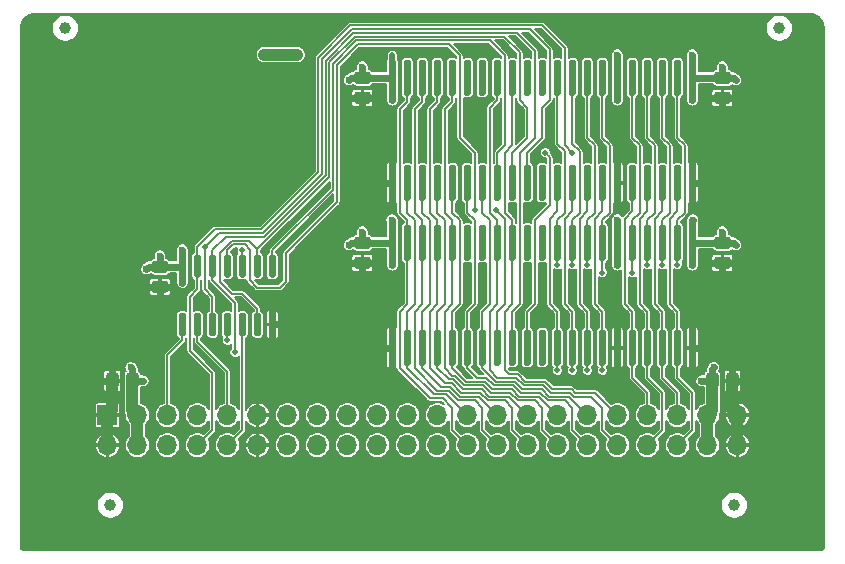
<source format=gtl>
G04 #@! TF.GenerationSoftware,KiCad,Pcbnew,(5.1.10-1-10_14)*
G04 #@! TF.CreationDate,2021-11-18T23:27:22-05:00*
G04 #@! TF.ProjectId,MacClassicRAMCard,4d616343-6c61-4737-9369-6352414d4361,rev?*
G04 #@! TF.SameCoordinates,Original*
G04 #@! TF.FileFunction,Copper,L1,Top*
G04 #@! TF.FilePolarity,Positive*
%FSLAX46Y46*%
G04 Gerber Fmt 4.6, Leading zero omitted, Abs format (unit mm)*
G04 Created by KiCad (PCBNEW (5.1.10-1-10_14)) date 2021-11-18 23:27:22*
%MOMM*%
%LPD*%
G01*
G04 APERTURE LIST*
G04 #@! TA.AperFunction,ComponentPad*
%ADD10O,1.700000X1.700000*%
G04 #@! TD*
G04 #@! TA.AperFunction,ComponentPad*
%ADD11R,1.700000X1.700000*%
G04 #@! TD*
G04 #@! TA.AperFunction,SMDPad,CuDef*
%ADD12C,1.000000*%
G04 #@! TD*
G04 #@! TA.AperFunction,ComponentPad*
%ADD13C,2.000000*%
G04 #@! TD*
G04 #@! TA.AperFunction,ViaPad*
%ADD14C,0.600000*%
G04 #@! TD*
G04 #@! TA.AperFunction,ViaPad*
%ADD15C,0.500000*%
G04 #@! TD*
G04 #@! TA.AperFunction,ViaPad*
%ADD16C,1.000000*%
G04 #@! TD*
G04 #@! TA.AperFunction,Conductor*
%ADD17C,0.600000*%
G04 #@! TD*
G04 #@! TA.AperFunction,Conductor*
%ADD18C,1.000000*%
G04 #@! TD*
G04 #@! TA.AperFunction,Conductor*
%ADD19C,0.500000*%
G04 #@! TD*
G04 #@! TA.AperFunction,Conductor*
%ADD20C,0.150000*%
G04 #@! TD*
G04 #@! TA.AperFunction,Conductor*
%ADD21C,0.154000*%
G04 #@! TD*
G04 #@! TA.AperFunction,Conductor*
%ADD22C,0.100000*%
G04 #@! TD*
G04 APERTURE END LIST*
D10*
X147320000Y-125730000D03*
X147320000Y-123190000D03*
X144780000Y-125730000D03*
X144780000Y-123190000D03*
X142240000Y-125730000D03*
X142240000Y-123190000D03*
X139700000Y-125730000D03*
X139700000Y-123190000D03*
X137160000Y-125730000D03*
X137160000Y-123190000D03*
X134620000Y-125730000D03*
X134620000Y-123190000D03*
X132080000Y-125730000D03*
X132080000Y-123190000D03*
X129540000Y-125730000D03*
X129540000Y-123190000D03*
X127000000Y-125730000D03*
X127000000Y-123190000D03*
X124460000Y-125730000D03*
X124460000Y-123190000D03*
X121920000Y-125730000D03*
X121920000Y-123190000D03*
X119380000Y-125730000D03*
X119380000Y-123190000D03*
X116840000Y-125730000D03*
X116840000Y-123190000D03*
X114300000Y-125730000D03*
X114300000Y-123190000D03*
X111760000Y-125730000D03*
X111760000Y-123190000D03*
X109220000Y-125730000D03*
X109220000Y-123190000D03*
X106680000Y-125730000D03*
X106680000Y-123190000D03*
X104140000Y-125730000D03*
X104140000Y-123190000D03*
X101600000Y-125730000D03*
X101600000Y-123190000D03*
X99060000Y-125730000D03*
X99060000Y-123190000D03*
X96520000Y-125730000D03*
X96520000Y-123190000D03*
X93980000Y-125730000D03*
D11*
X93980000Y-123190000D03*
D12*
X147066000Y-130810000D03*
D13*
X94234000Y-133350000D03*
X147066000Y-133350000D03*
D12*
X94234000Y-130810000D03*
G04 #@! TA.AperFunction,SMDPad,CuDef*
G36*
G01*
X115132500Y-109760000D02*
X116007500Y-109760000D01*
G75*
G02*
X116270000Y-110022500I0J-262500D01*
G01*
X116270000Y-110547500D01*
G75*
G02*
X116007500Y-110810000I-262500J0D01*
G01*
X115132500Y-110810000D01*
G75*
G02*
X114870000Y-110547500I0J262500D01*
G01*
X114870000Y-110022500D01*
G75*
G02*
X115132500Y-109760000I262500J0D01*
G01*
G37*
G04 #@! TD.AperFunction*
G04 #@! TA.AperFunction,SMDPad,CuDef*
G36*
G01*
X115132500Y-108060000D02*
X116007500Y-108060000D01*
G75*
G02*
X116270000Y-108322500I0J-262500D01*
G01*
X116270000Y-108847500D01*
G75*
G02*
X116007500Y-109110000I-262500J0D01*
G01*
X115132500Y-109110000D01*
G75*
G02*
X114870000Y-108847500I0J262500D01*
G01*
X114870000Y-108322500D01*
G75*
G02*
X115132500Y-108060000I262500J0D01*
G01*
G37*
G04 #@! TD.AperFunction*
G04 #@! TA.AperFunction,SMDPad,CuDef*
G36*
G01*
X146375000Y-120706500D02*
X146375000Y-119831500D01*
G75*
G02*
X146637500Y-119569000I262500J0D01*
G01*
X147162500Y-119569000D01*
G75*
G02*
X147425000Y-119831500I0J-262500D01*
G01*
X147425000Y-120706500D01*
G75*
G02*
X147162500Y-120969000I-262500J0D01*
G01*
X146637500Y-120969000D01*
G75*
G02*
X146375000Y-120706500I0J262500D01*
G01*
G37*
G04 #@! TD.AperFunction*
G04 #@! TA.AperFunction,SMDPad,CuDef*
G36*
G01*
X144675000Y-120706500D02*
X144675000Y-119831500D01*
G75*
G02*
X144937500Y-119569000I262500J0D01*
G01*
X145462500Y-119569000D01*
G75*
G02*
X145725000Y-119831500I0J-262500D01*
G01*
X145725000Y-120706500D01*
G75*
G02*
X145462500Y-120969000I-262500J0D01*
G01*
X144937500Y-120969000D01*
G75*
G02*
X144675000Y-120706500I0J262500D01*
G01*
G37*
G04 #@! TD.AperFunction*
D13*
X87884000Y-90424000D03*
D12*
X90424000Y-90424000D03*
X150876000Y-90424000D03*
D13*
X153416000Y-90424000D03*
G04 #@! TA.AperFunction,SMDPad,CuDef*
G36*
G01*
X145612500Y-95790000D02*
X146487500Y-95790000D01*
G75*
G02*
X146750000Y-96052500I0J-262500D01*
G01*
X146750000Y-96577500D01*
G75*
G02*
X146487500Y-96840000I-262500J0D01*
G01*
X145612500Y-96840000D01*
G75*
G02*
X145350000Y-96577500I0J262500D01*
G01*
X145350000Y-96052500D01*
G75*
G02*
X145612500Y-95790000I262500J0D01*
G01*
G37*
G04 #@! TD.AperFunction*
G04 #@! TA.AperFunction,SMDPad,CuDef*
G36*
G01*
X145612500Y-94090000D02*
X146487500Y-94090000D01*
G75*
G02*
X146750000Y-94352500I0J-262500D01*
G01*
X146750000Y-94877500D01*
G75*
G02*
X146487500Y-95140000I-262500J0D01*
G01*
X145612500Y-95140000D01*
G75*
G02*
X145350000Y-94877500I0J262500D01*
G01*
X145350000Y-94352500D01*
G75*
G02*
X145612500Y-94090000I262500J0D01*
G01*
G37*
G04 #@! TD.AperFunction*
G04 #@! TA.AperFunction,SMDPad,CuDef*
G36*
G01*
X115132500Y-95790000D02*
X116007500Y-95790000D01*
G75*
G02*
X116270000Y-96052500I0J-262500D01*
G01*
X116270000Y-96577500D01*
G75*
G02*
X116007500Y-96840000I-262500J0D01*
G01*
X115132500Y-96840000D01*
G75*
G02*
X114870000Y-96577500I0J262500D01*
G01*
X114870000Y-96052500D01*
G75*
G02*
X115132500Y-95790000I262500J0D01*
G01*
G37*
G04 #@! TD.AperFunction*
G04 #@! TA.AperFunction,SMDPad,CuDef*
G36*
G01*
X115132500Y-94090000D02*
X116007500Y-94090000D01*
G75*
G02*
X116270000Y-94352500I0J-262500D01*
G01*
X116270000Y-94877500D01*
G75*
G02*
X116007500Y-95140000I-262500J0D01*
G01*
X115132500Y-95140000D01*
G75*
G02*
X114870000Y-94877500I0J262500D01*
G01*
X114870000Y-94352500D01*
G75*
G02*
X115132500Y-94090000I262500J0D01*
G01*
G37*
G04 #@! TD.AperFunction*
G04 #@! TA.AperFunction,SMDPad,CuDef*
G36*
G01*
X145612500Y-108060000D02*
X146487500Y-108060000D01*
G75*
G02*
X146750000Y-108322500I0J-262500D01*
G01*
X146750000Y-108847500D01*
G75*
G02*
X146487500Y-109110000I-262500J0D01*
G01*
X145612500Y-109110000D01*
G75*
G02*
X145350000Y-108847500I0J262500D01*
G01*
X145350000Y-108322500D01*
G75*
G02*
X145612500Y-108060000I262500J0D01*
G01*
G37*
G04 #@! TD.AperFunction*
G04 #@! TA.AperFunction,SMDPad,CuDef*
G36*
G01*
X145612500Y-109760000D02*
X146487500Y-109760000D01*
G75*
G02*
X146750000Y-110022500I0J-262500D01*
G01*
X146750000Y-110547500D01*
G75*
G02*
X146487500Y-110810000I-262500J0D01*
G01*
X145612500Y-110810000D01*
G75*
G02*
X145350000Y-110547500I0J262500D01*
G01*
X145350000Y-110022500D01*
G75*
G02*
X145612500Y-109760000I262500J0D01*
G01*
G37*
G04 #@! TD.AperFunction*
G04 #@! TA.AperFunction,SMDPad,CuDef*
G36*
G01*
X97987500Y-110092000D02*
X98862500Y-110092000D01*
G75*
G02*
X99125000Y-110354500I0J-262500D01*
G01*
X99125000Y-110879500D01*
G75*
G02*
X98862500Y-111142000I-262500J0D01*
G01*
X97987500Y-111142000D01*
G75*
G02*
X97725000Y-110879500I0J262500D01*
G01*
X97725000Y-110354500D01*
G75*
G02*
X97987500Y-110092000I262500J0D01*
G01*
G37*
G04 #@! TD.AperFunction*
G04 #@! TA.AperFunction,SMDPad,CuDef*
G36*
G01*
X97987500Y-111792000D02*
X98862500Y-111792000D01*
G75*
G02*
X99125000Y-112054500I0J-262500D01*
G01*
X99125000Y-112579500D01*
G75*
G02*
X98862500Y-112842000I-262500J0D01*
G01*
X97987500Y-112842000D01*
G75*
G02*
X97725000Y-112579500I0J262500D01*
G01*
X97725000Y-112054500D01*
G75*
G02*
X97987500Y-111792000I262500J0D01*
G01*
G37*
G04 #@! TD.AperFunction*
G04 #@! TA.AperFunction,SMDPad,CuDef*
G36*
G01*
X100480000Y-111530000D02*
X100180000Y-111530000D01*
G75*
G02*
X100030000Y-111380000I0J150000D01*
G01*
X100030000Y-109730000D01*
G75*
G02*
X100180000Y-109580000I150000J0D01*
G01*
X100480000Y-109580000D01*
G75*
G02*
X100630000Y-109730000I0J-150000D01*
G01*
X100630000Y-111380000D01*
G75*
G02*
X100480000Y-111530000I-150000J0D01*
G01*
G37*
G04 #@! TD.AperFunction*
G04 #@! TA.AperFunction,SMDPad,CuDef*
G36*
G01*
X108100000Y-116480000D02*
X107800000Y-116480000D01*
G75*
G02*
X107650000Y-116330000I0J150000D01*
G01*
X107650000Y-114680000D01*
G75*
G02*
X107800000Y-114530000I150000J0D01*
G01*
X108100000Y-114530000D01*
G75*
G02*
X108250000Y-114680000I0J-150000D01*
G01*
X108250000Y-116330000D01*
G75*
G02*
X108100000Y-116480000I-150000J0D01*
G01*
G37*
G04 #@! TD.AperFunction*
G04 #@! TA.AperFunction,SMDPad,CuDef*
G36*
G01*
X103020000Y-111530000D02*
X102720000Y-111530000D01*
G75*
G02*
X102570000Y-111380000I0J150000D01*
G01*
X102570000Y-109730000D01*
G75*
G02*
X102720000Y-109580000I150000J0D01*
G01*
X103020000Y-109580000D01*
G75*
G02*
X103170000Y-109730000I0J-150000D01*
G01*
X103170000Y-111380000D01*
G75*
G02*
X103020000Y-111530000I-150000J0D01*
G01*
G37*
G04 #@! TD.AperFunction*
G04 #@! TA.AperFunction,SMDPad,CuDef*
G36*
G01*
X108100000Y-111530000D02*
X107800000Y-111530000D01*
G75*
G02*
X107650000Y-111380000I0J150000D01*
G01*
X107650000Y-109730000D01*
G75*
G02*
X107800000Y-109580000I150000J0D01*
G01*
X108100000Y-109580000D01*
G75*
G02*
X108250000Y-109730000I0J-150000D01*
G01*
X108250000Y-111380000D01*
G75*
G02*
X108100000Y-111530000I-150000J0D01*
G01*
G37*
G04 #@! TD.AperFunction*
G04 #@! TA.AperFunction,SMDPad,CuDef*
G36*
G01*
X101750000Y-111530000D02*
X101450000Y-111530000D01*
G75*
G02*
X101300000Y-111380000I0J150000D01*
G01*
X101300000Y-109730000D01*
G75*
G02*
X101450000Y-109580000I150000J0D01*
G01*
X101750000Y-109580000D01*
G75*
G02*
X101900000Y-109730000I0J-150000D01*
G01*
X101900000Y-111380000D01*
G75*
G02*
X101750000Y-111530000I-150000J0D01*
G01*
G37*
G04 #@! TD.AperFunction*
G04 #@! TA.AperFunction,SMDPad,CuDef*
G36*
G01*
X106830000Y-116480000D02*
X106530000Y-116480000D01*
G75*
G02*
X106380000Y-116330000I0J150000D01*
G01*
X106380000Y-114680000D01*
G75*
G02*
X106530000Y-114530000I150000J0D01*
G01*
X106830000Y-114530000D01*
G75*
G02*
X106980000Y-114680000I0J-150000D01*
G01*
X106980000Y-116330000D01*
G75*
G02*
X106830000Y-116480000I-150000J0D01*
G01*
G37*
G04 #@! TD.AperFunction*
G04 #@! TA.AperFunction,SMDPad,CuDef*
G36*
G01*
X106830000Y-111530000D02*
X106530000Y-111530000D01*
G75*
G02*
X106380000Y-111380000I0J150000D01*
G01*
X106380000Y-109730000D01*
G75*
G02*
X106530000Y-109580000I150000J0D01*
G01*
X106830000Y-109580000D01*
G75*
G02*
X106980000Y-109730000I0J-150000D01*
G01*
X106980000Y-111380000D01*
G75*
G02*
X106830000Y-111530000I-150000J0D01*
G01*
G37*
G04 #@! TD.AperFunction*
G04 #@! TA.AperFunction,SMDPad,CuDef*
G36*
G01*
X105560000Y-111530000D02*
X105260000Y-111530000D01*
G75*
G02*
X105110000Y-111380000I0J150000D01*
G01*
X105110000Y-109730000D01*
G75*
G02*
X105260000Y-109580000I150000J0D01*
G01*
X105560000Y-109580000D01*
G75*
G02*
X105710000Y-109730000I0J-150000D01*
G01*
X105710000Y-111380000D01*
G75*
G02*
X105560000Y-111530000I-150000J0D01*
G01*
G37*
G04 #@! TD.AperFunction*
G04 #@! TA.AperFunction,SMDPad,CuDef*
G36*
G01*
X104290000Y-111530000D02*
X103990000Y-111530000D01*
G75*
G02*
X103840000Y-111380000I0J150000D01*
G01*
X103840000Y-109730000D01*
G75*
G02*
X103990000Y-109580000I150000J0D01*
G01*
X104290000Y-109580000D01*
G75*
G02*
X104440000Y-109730000I0J-150000D01*
G01*
X104440000Y-111380000D01*
G75*
G02*
X104290000Y-111530000I-150000J0D01*
G01*
G37*
G04 #@! TD.AperFunction*
G04 #@! TA.AperFunction,SMDPad,CuDef*
G36*
G01*
X101750000Y-116480000D02*
X101450000Y-116480000D01*
G75*
G02*
X101300000Y-116330000I0J150000D01*
G01*
X101300000Y-114680000D01*
G75*
G02*
X101450000Y-114530000I150000J0D01*
G01*
X101750000Y-114530000D01*
G75*
G02*
X101900000Y-114680000I0J-150000D01*
G01*
X101900000Y-116330000D01*
G75*
G02*
X101750000Y-116480000I-150000J0D01*
G01*
G37*
G04 #@! TD.AperFunction*
G04 #@! TA.AperFunction,SMDPad,CuDef*
G36*
G01*
X100480000Y-116480000D02*
X100180000Y-116480000D01*
G75*
G02*
X100030000Y-116330000I0J150000D01*
G01*
X100030000Y-114680000D01*
G75*
G02*
X100180000Y-114530000I150000J0D01*
G01*
X100480000Y-114530000D01*
G75*
G02*
X100630000Y-114680000I0J-150000D01*
G01*
X100630000Y-116330000D01*
G75*
G02*
X100480000Y-116480000I-150000J0D01*
G01*
G37*
G04 #@! TD.AperFunction*
G04 #@! TA.AperFunction,SMDPad,CuDef*
G36*
G01*
X104290000Y-116480000D02*
X103990000Y-116480000D01*
G75*
G02*
X103840000Y-116330000I0J150000D01*
G01*
X103840000Y-114680000D01*
G75*
G02*
X103990000Y-114530000I150000J0D01*
G01*
X104290000Y-114530000D01*
G75*
G02*
X104440000Y-114680000I0J-150000D01*
G01*
X104440000Y-116330000D01*
G75*
G02*
X104290000Y-116480000I-150000J0D01*
G01*
G37*
G04 #@! TD.AperFunction*
G04 #@! TA.AperFunction,SMDPad,CuDef*
G36*
G01*
X103020000Y-116480000D02*
X102720000Y-116480000D01*
G75*
G02*
X102570000Y-116330000I0J150000D01*
G01*
X102570000Y-114680000D01*
G75*
G02*
X102720000Y-114530000I150000J0D01*
G01*
X103020000Y-114530000D01*
G75*
G02*
X103170000Y-114680000I0J-150000D01*
G01*
X103170000Y-116330000D01*
G75*
G02*
X103020000Y-116480000I-150000J0D01*
G01*
G37*
G04 #@! TD.AperFunction*
G04 #@! TA.AperFunction,SMDPad,CuDef*
G36*
G01*
X105560000Y-116480000D02*
X105260000Y-116480000D01*
G75*
G02*
X105110000Y-116330000I0J150000D01*
G01*
X105110000Y-114680000D01*
G75*
G02*
X105260000Y-114530000I150000J0D01*
G01*
X105560000Y-114530000D01*
G75*
G02*
X105710000Y-114680000I0J-150000D01*
G01*
X105710000Y-116330000D01*
G75*
G02*
X105560000Y-116480000I-150000J0D01*
G01*
G37*
G04 #@! TD.AperFunction*
G04 #@! TA.AperFunction,SMDPad,CuDef*
G36*
G01*
X96625000Y-119831500D02*
X96625000Y-120706500D01*
G75*
G02*
X96362500Y-120969000I-262500J0D01*
G01*
X95837500Y-120969000D01*
G75*
G02*
X95575000Y-120706500I0J262500D01*
G01*
X95575000Y-119831500D01*
G75*
G02*
X95837500Y-119569000I262500J0D01*
G01*
X96362500Y-119569000D01*
G75*
G02*
X96625000Y-119831500I0J-262500D01*
G01*
G37*
G04 #@! TD.AperFunction*
G04 #@! TA.AperFunction,SMDPad,CuDef*
G36*
G01*
X94925000Y-119831500D02*
X94925000Y-120706500D01*
G75*
G02*
X94662500Y-120969000I-262500J0D01*
G01*
X94137500Y-120969000D01*
G75*
G02*
X93875000Y-120706500I0J262500D01*
G01*
X93875000Y-119831500D01*
G75*
G02*
X94137500Y-119569000I262500J0D01*
G01*
X94662500Y-119569000D01*
G75*
G02*
X94925000Y-119831500I0J-262500D01*
G01*
G37*
G04 #@! TD.AperFunction*
G04 #@! TA.AperFunction,SMDPad,CuDef*
G36*
G01*
X125580000Y-101981000D02*
X125880000Y-101981000D01*
G75*
G02*
X126030000Y-102131000I0J-150000D01*
G01*
X126030000Y-104879000D01*
G75*
G02*
X125880000Y-105029000I-150000J0D01*
G01*
X125580000Y-105029000D01*
G75*
G02*
X125430000Y-104879000I0J150000D01*
G01*
X125430000Y-102131000D01*
G75*
G02*
X125580000Y-101981000I150000J0D01*
G01*
G37*
G04 #@! TD.AperFunction*
G04 #@! TA.AperFunction,SMDPad,CuDef*
G36*
G01*
X124310000Y-101981000D02*
X124610000Y-101981000D01*
G75*
G02*
X124760000Y-102131000I0J-150000D01*
G01*
X124760000Y-104879000D01*
G75*
G02*
X124610000Y-105029000I-150000J0D01*
G01*
X124310000Y-105029000D01*
G75*
G02*
X124160000Y-104879000I0J150000D01*
G01*
X124160000Y-102131000D01*
G75*
G02*
X124310000Y-101981000I150000J0D01*
G01*
G37*
G04 #@! TD.AperFunction*
G04 #@! TA.AperFunction,SMDPad,CuDef*
G36*
G01*
X126850000Y-93091000D02*
X127150000Y-93091000D01*
G75*
G02*
X127300000Y-93241000I0J-150000D01*
G01*
X127300000Y-95989000D01*
G75*
G02*
X127150000Y-96139000I-150000J0D01*
G01*
X126850000Y-96139000D01*
G75*
G02*
X126700000Y-95989000I0J150000D01*
G01*
X126700000Y-93241000D01*
G75*
G02*
X126850000Y-93091000I150000J0D01*
G01*
G37*
G04 #@! TD.AperFunction*
G04 #@! TA.AperFunction,SMDPad,CuDef*
G36*
G01*
X134470000Y-93091000D02*
X134770000Y-93091000D01*
G75*
G02*
X134920000Y-93241000I0J-150000D01*
G01*
X134920000Y-95989000D01*
G75*
G02*
X134770000Y-96139000I-150000J0D01*
G01*
X134470000Y-96139000D01*
G75*
G02*
X134320000Y-95989000I0J150000D01*
G01*
X134320000Y-93241000D01*
G75*
G02*
X134470000Y-93091000I150000J0D01*
G01*
G37*
G04 #@! TD.AperFunction*
G04 #@! TA.AperFunction,SMDPad,CuDef*
G36*
G01*
X137010000Y-93091000D02*
X137310000Y-93091000D01*
G75*
G02*
X137460000Y-93241000I0J-150000D01*
G01*
X137460000Y-95989000D01*
G75*
G02*
X137310000Y-96139000I-150000J0D01*
G01*
X137010000Y-96139000D01*
G75*
G02*
X136860000Y-95989000I0J150000D01*
G01*
X136860000Y-93241000D01*
G75*
G02*
X137010000Y-93091000I150000J0D01*
G01*
G37*
G04 #@! TD.AperFunction*
G04 #@! TA.AperFunction,SMDPad,CuDef*
G36*
G01*
X143360000Y-93091000D02*
X143660000Y-93091000D01*
G75*
G02*
X143810000Y-93241000I0J-150000D01*
G01*
X143810000Y-95989000D01*
G75*
G02*
X143660000Y-96139000I-150000J0D01*
G01*
X143360000Y-96139000D01*
G75*
G02*
X143210000Y-95989000I0J150000D01*
G01*
X143210000Y-93241000D01*
G75*
G02*
X143360000Y-93091000I150000J0D01*
G01*
G37*
G04 #@! TD.AperFunction*
G04 #@! TA.AperFunction,SMDPad,CuDef*
G36*
G01*
X142090000Y-93091000D02*
X142390000Y-93091000D01*
G75*
G02*
X142540000Y-93241000I0J-150000D01*
G01*
X142540000Y-95989000D01*
G75*
G02*
X142390000Y-96139000I-150000J0D01*
G01*
X142090000Y-96139000D01*
G75*
G02*
X141940000Y-95989000I0J150000D01*
G01*
X141940000Y-93241000D01*
G75*
G02*
X142090000Y-93091000I150000J0D01*
G01*
G37*
G04 #@! TD.AperFunction*
G04 #@! TA.AperFunction,SMDPad,CuDef*
G36*
G01*
X140820000Y-93091000D02*
X141120000Y-93091000D01*
G75*
G02*
X141270000Y-93241000I0J-150000D01*
G01*
X141270000Y-95989000D01*
G75*
G02*
X141120000Y-96139000I-150000J0D01*
G01*
X140820000Y-96139000D01*
G75*
G02*
X140670000Y-95989000I0J150000D01*
G01*
X140670000Y-93241000D01*
G75*
G02*
X140820000Y-93091000I150000J0D01*
G01*
G37*
G04 #@! TD.AperFunction*
G04 #@! TA.AperFunction,SMDPad,CuDef*
G36*
G01*
X139550000Y-93091000D02*
X139850000Y-93091000D01*
G75*
G02*
X140000000Y-93241000I0J-150000D01*
G01*
X140000000Y-95989000D01*
G75*
G02*
X139850000Y-96139000I-150000J0D01*
G01*
X139550000Y-96139000D01*
G75*
G02*
X139400000Y-95989000I0J150000D01*
G01*
X139400000Y-93241000D01*
G75*
G02*
X139550000Y-93091000I150000J0D01*
G01*
G37*
G04 #@! TD.AperFunction*
G04 #@! TA.AperFunction,SMDPad,CuDef*
G36*
G01*
X138280000Y-93091000D02*
X138580000Y-93091000D01*
G75*
G02*
X138730000Y-93241000I0J-150000D01*
G01*
X138730000Y-95989000D01*
G75*
G02*
X138580000Y-96139000I-150000J0D01*
G01*
X138280000Y-96139000D01*
G75*
G02*
X138130000Y-95989000I0J150000D01*
G01*
X138130000Y-93241000D01*
G75*
G02*
X138280000Y-93091000I150000J0D01*
G01*
G37*
G04 #@! TD.AperFunction*
G04 #@! TA.AperFunction,SMDPad,CuDef*
G36*
G01*
X133200000Y-93091000D02*
X133500000Y-93091000D01*
G75*
G02*
X133650000Y-93241000I0J-150000D01*
G01*
X133650000Y-95989000D01*
G75*
G02*
X133500000Y-96139000I-150000J0D01*
G01*
X133200000Y-96139000D01*
G75*
G02*
X133050000Y-95989000I0J150000D01*
G01*
X133050000Y-93241000D01*
G75*
G02*
X133200000Y-93091000I150000J0D01*
G01*
G37*
G04 #@! TD.AperFunction*
G04 #@! TA.AperFunction,SMDPad,CuDef*
G36*
G01*
X131930000Y-93091000D02*
X132230000Y-93091000D01*
G75*
G02*
X132380000Y-93241000I0J-150000D01*
G01*
X132380000Y-95989000D01*
G75*
G02*
X132230000Y-96139000I-150000J0D01*
G01*
X131930000Y-96139000D01*
G75*
G02*
X131780000Y-95989000I0J150000D01*
G01*
X131780000Y-93241000D01*
G75*
G02*
X131930000Y-93091000I150000J0D01*
G01*
G37*
G04 #@! TD.AperFunction*
G04 #@! TA.AperFunction,SMDPad,CuDef*
G36*
G01*
X130660000Y-93091000D02*
X130960000Y-93091000D01*
G75*
G02*
X131110000Y-93241000I0J-150000D01*
G01*
X131110000Y-95989000D01*
G75*
G02*
X130960000Y-96139000I-150000J0D01*
G01*
X130660000Y-96139000D01*
G75*
G02*
X130510000Y-95989000I0J150000D01*
G01*
X130510000Y-93241000D01*
G75*
G02*
X130660000Y-93091000I150000J0D01*
G01*
G37*
G04 #@! TD.AperFunction*
G04 #@! TA.AperFunction,SMDPad,CuDef*
G36*
G01*
X129390000Y-93091000D02*
X129690000Y-93091000D01*
G75*
G02*
X129840000Y-93241000I0J-150000D01*
G01*
X129840000Y-95989000D01*
G75*
G02*
X129690000Y-96139000I-150000J0D01*
G01*
X129390000Y-96139000D01*
G75*
G02*
X129240000Y-95989000I0J150000D01*
G01*
X129240000Y-93241000D01*
G75*
G02*
X129390000Y-93091000I150000J0D01*
G01*
G37*
G04 #@! TD.AperFunction*
G04 #@! TA.AperFunction,SMDPad,CuDef*
G36*
G01*
X128120000Y-93091000D02*
X128420000Y-93091000D01*
G75*
G02*
X128570000Y-93241000I0J-150000D01*
G01*
X128570000Y-95989000D01*
G75*
G02*
X128420000Y-96139000I-150000J0D01*
G01*
X128120000Y-96139000D01*
G75*
G02*
X127970000Y-95989000I0J150000D01*
G01*
X127970000Y-93241000D01*
G75*
G02*
X128120000Y-93091000I150000J0D01*
G01*
G37*
G04 #@! TD.AperFunction*
G04 #@! TA.AperFunction,SMDPad,CuDef*
G36*
G01*
X117960000Y-101981000D02*
X118260000Y-101981000D01*
G75*
G02*
X118410000Y-102131000I0J-150000D01*
G01*
X118410000Y-104879000D01*
G75*
G02*
X118260000Y-105029000I-150000J0D01*
G01*
X117960000Y-105029000D01*
G75*
G02*
X117810000Y-104879000I0J150000D01*
G01*
X117810000Y-102131000D01*
G75*
G02*
X117960000Y-101981000I150000J0D01*
G01*
G37*
G04 #@! TD.AperFunction*
G04 #@! TA.AperFunction,SMDPad,CuDef*
G36*
G01*
X119230000Y-101981000D02*
X119530000Y-101981000D01*
G75*
G02*
X119680000Y-102131000I0J-150000D01*
G01*
X119680000Y-104879000D01*
G75*
G02*
X119530000Y-105029000I-150000J0D01*
G01*
X119230000Y-105029000D01*
G75*
G02*
X119080000Y-104879000I0J150000D01*
G01*
X119080000Y-102131000D01*
G75*
G02*
X119230000Y-101981000I150000J0D01*
G01*
G37*
G04 #@! TD.AperFunction*
G04 #@! TA.AperFunction,SMDPad,CuDef*
G36*
G01*
X120500000Y-101981000D02*
X120800000Y-101981000D01*
G75*
G02*
X120950000Y-102131000I0J-150000D01*
G01*
X120950000Y-104879000D01*
G75*
G02*
X120800000Y-105029000I-150000J0D01*
G01*
X120500000Y-105029000D01*
G75*
G02*
X120350000Y-104879000I0J150000D01*
G01*
X120350000Y-102131000D01*
G75*
G02*
X120500000Y-101981000I150000J0D01*
G01*
G37*
G04 #@! TD.AperFunction*
G04 #@! TA.AperFunction,SMDPad,CuDef*
G36*
G01*
X121770000Y-101981000D02*
X122070000Y-101981000D01*
G75*
G02*
X122220000Y-102131000I0J-150000D01*
G01*
X122220000Y-104879000D01*
G75*
G02*
X122070000Y-105029000I-150000J0D01*
G01*
X121770000Y-105029000D01*
G75*
G02*
X121620000Y-104879000I0J150000D01*
G01*
X121620000Y-102131000D01*
G75*
G02*
X121770000Y-101981000I150000J0D01*
G01*
G37*
G04 #@! TD.AperFunction*
G04 #@! TA.AperFunction,SMDPad,CuDef*
G36*
G01*
X123040000Y-101981000D02*
X123340000Y-101981000D01*
G75*
G02*
X123490000Y-102131000I0J-150000D01*
G01*
X123490000Y-104879000D01*
G75*
G02*
X123340000Y-105029000I-150000J0D01*
G01*
X123040000Y-105029000D01*
G75*
G02*
X122890000Y-104879000I0J150000D01*
G01*
X122890000Y-102131000D01*
G75*
G02*
X123040000Y-101981000I150000J0D01*
G01*
G37*
G04 #@! TD.AperFunction*
G04 #@! TA.AperFunction,SMDPad,CuDef*
G36*
G01*
X135740000Y-93091000D02*
X136040000Y-93091000D01*
G75*
G02*
X136190000Y-93241000I0J-150000D01*
G01*
X136190000Y-95989000D01*
G75*
G02*
X136040000Y-96139000I-150000J0D01*
G01*
X135740000Y-96139000D01*
G75*
G02*
X135590000Y-95989000I0J150000D01*
G01*
X135590000Y-93241000D01*
G75*
G02*
X135740000Y-93091000I150000J0D01*
G01*
G37*
G04 #@! TD.AperFunction*
G04 #@! TA.AperFunction,SMDPad,CuDef*
G36*
G01*
X125580000Y-93091000D02*
X125880000Y-93091000D01*
G75*
G02*
X126030000Y-93241000I0J-150000D01*
G01*
X126030000Y-95989000D01*
G75*
G02*
X125880000Y-96139000I-150000J0D01*
G01*
X125580000Y-96139000D01*
G75*
G02*
X125430000Y-95989000I0J150000D01*
G01*
X125430000Y-93241000D01*
G75*
G02*
X125580000Y-93091000I150000J0D01*
G01*
G37*
G04 #@! TD.AperFunction*
G04 #@! TA.AperFunction,SMDPad,CuDef*
G36*
G01*
X124310000Y-93091000D02*
X124610000Y-93091000D01*
G75*
G02*
X124760000Y-93241000I0J-150000D01*
G01*
X124760000Y-95989000D01*
G75*
G02*
X124610000Y-96139000I-150000J0D01*
G01*
X124310000Y-96139000D01*
G75*
G02*
X124160000Y-95989000I0J150000D01*
G01*
X124160000Y-93241000D01*
G75*
G02*
X124310000Y-93091000I150000J0D01*
G01*
G37*
G04 #@! TD.AperFunction*
G04 #@! TA.AperFunction,SMDPad,CuDef*
G36*
G01*
X123040000Y-93091000D02*
X123340000Y-93091000D01*
G75*
G02*
X123490000Y-93241000I0J-150000D01*
G01*
X123490000Y-95989000D01*
G75*
G02*
X123340000Y-96139000I-150000J0D01*
G01*
X123040000Y-96139000D01*
G75*
G02*
X122890000Y-95989000I0J150000D01*
G01*
X122890000Y-93241000D01*
G75*
G02*
X123040000Y-93091000I150000J0D01*
G01*
G37*
G04 #@! TD.AperFunction*
G04 #@! TA.AperFunction,SMDPad,CuDef*
G36*
G01*
X121770000Y-93091000D02*
X122070000Y-93091000D01*
G75*
G02*
X122220000Y-93241000I0J-150000D01*
G01*
X122220000Y-95989000D01*
G75*
G02*
X122070000Y-96139000I-150000J0D01*
G01*
X121770000Y-96139000D01*
G75*
G02*
X121620000Y-95989000I0J150000D01*
G01*
X121620000Y-93241000D01*
G75*
G02*
X121770000Y-93091000I150000J0D01*
G01*
G37*
G04 #@! TD.AperFunction*
G04 #@! TA.AperFunction,SMDPad,CuDef*
G36*
G01*
X120500000Y-93091000D02*
X120800000Y-93091000D01*
G75*
G02*
X120950000Y-93241000I0J-150000D01*
G01*
X120950000Y-95989000D01*
G75*
G02*
X120800000Y-96139000I-150000J0D01*
G01*
X120500000Y-96139000D01*
G75*
G02*
X120350000Y-95989000I0J150000D01*
G01*
X120350000Y-93241000D01*
G75*
G02*
X120500000Y-93091000I150000J0D01*
G01*
G37*
G04 #@! TD.AperFunction*
G04 #@! TA.AperFunction,SMDPad,CuDef*
G36*
G01*
X135740000Y-101981000D02*
X136040000Y-101981000D01*
G75*
G02*
X136190000Y-102131000I0J-150000D01*
G01*
X136190000Y-104879000D01*
G75*
G02*
X136040000Y-105029000I-150000J0D01*
G01*
X135740000Y-105029000D01*
G75*
G02*
X135590000Y-104879000I0J150000D01*
G01*
X135590000Y-102131000D01*
G75*
G02*
X135740000Y-101981000I150000J0D01*
G01*
G37*
G04 #@! TD.AperFunction*
G04 #@! TA.AperFunction,SMDPad,CuDef*
G36*
G01*
X134470000Y-101981000D02*
X134770000Y-101981000D01*
G75*
G02*
X134920000Y-102131000I0J-150000D01*
G01*
X134920000Y-104879000D01*
G75*
G02*
X134770000Y-105029000I-150000J0D01*
G01*
X134470000Y-105029000D01*
G75*
G02*
X134320000Y-104879000I0J150000D01*
G01*
X134320000Y-102131000D01*
G75*
G02*
X134470000Y-101981000I150000J0D01*
G01*
G37*
G04 #@! TD.AperFunction*
G04 #@! TA.AperFunction,SMDPad,CuDef*
G36*
G01*
X126850000Y-101981000D02*
X127150000Y-101981000D01*
G75*
G02*
X127300000Y-102131000I0J-150000D01*
G01*
X127300000Y-104879000D01*
G75*
G02*
X127150000Y-105029000I-150000J0D01*
G01*
X126850000Y-105029000D01*
G75*
G02*
X126700000Y-104879000I0J150000D01*
G01*
X126700000Y-102131000D01*
G75*
G02*
X126850000Y-101981000I150000J0D01*
G01*
G37*
G04 #@! TD.AperFunction*
G04 #@! TA.AperFunction,SMDPad,CuDef*
G36*
G01*
X128120000Y-101981000D02*
X128420000Y-101981000D01*
G75*
G02*
X128570000Y-102131000I0J-150000D01*
G01*
X128570000Y-104879000D01*
G75*
G02*
X128420000Y-105029000I-150000J0D01*
G01*
X128120000Y-105029000D01*
G75*
G02*
X127970000Y-104879000I0J150000D01*
G01*
X127970000Y-102131000D01*
G75*
G02*
X128120000Y-101981000I150000J0D01*
G01*
G37*
G04 #@! TD.AperFunction*
G04 #@! TA.AperFunction,SMDPad,CuDef*
G36*
G01*
X129390000Y-101981000D02*
X129690000Y-101981000D01*
G75*
G02*
X129840000Y-102131000I0J-150000D01*
G01*
X129840000Y-104879000D01*
G75*
G02*
X129690000Y-105029000I-150000J0D01*
G01*
X129390000Y-105029000D01*
G75*
G02*
X129240000Y-104879000I0J150000D01*
G01*
X129240000Y-102131000D01*
G75*
G02*
X129390000Y-101981000I150000J0D01*
G01*
G37*
G04 #@! TD.AperFunction*
G04 #@! TA.AperFunction,SMDPad,CuDef*
G36*
G01*
X130660000Y-101981000D02*
X130960000Y-101981000D01*
G75*
G02*
X131110000Y-102131000I0J-150000D01*
G01*
X131110000Y-104879000D01*
G75*
G02*
X130960000Y-105029000I-150000J0D01*
G01*
X130660000Y-105029000D01*
G75*
G02*
X130510000Y-104879000I0J150000D01*
G01*
X130510000Y-102131000D01*
G75*
G02*
X130660000Y-101981000I150000J0D01*
G01*
G37*
G04 #@! TD.AperFunction*
G04 #@! TA.AperFunction,SMDPad,CuDef*
G36*
G01*
X131930000Y-101981000D02*
X132230000Y-101981000D01*
G75*
G02*
X132380000Y-102131000I0J-150000D01*
G01*
X132380000Y-104879000D01*
G75*
G02*
X132230000Y-105029000I-150000J0D01*
G01*
X131930000Y-105029000D01*
G75*
G02*
X131780000Y-104879000I0J150000D01*
G01*
X131780000Y-102131000D01*
G75*
G02*
X131930000Y-101981000I150000J0D01*
G01*
G37*
G04 #@! TD.AperFunction*
G04 #@! TA.AperFunction,SMDPad,CuDef*
G36*
G01*
X133200000Y-101981000D02*
X133500000Y-101981000D01*
G75*
G02*
X133650000Y-102131000I0J-150000D01*
G01*
X133650000Y-104879000D01*
G75*
G02*
X133500000Y-105029000I-150000J0D01*
G01*
X133200000Y-105029000D01*
G75*
G02*
X133050000Y-104879000I0J150000D01*
G01*
X133050000Y-102131000D01*
G75*
G02*
X133200000Y-101981000I150000J0D01*
G01*
G37*
G04 #@! TD.AperFunction*
G04 #@! TA.AperFunction,SMDPad,CuDef*
G36*
G01*
X137010000Y-101981000D02*
X137310000Y-101981000D01*
G75*
G02*
X137460000Y-102131000I0J-150000D01*
G01*
X137460000Y-104879000D01*
G75*
G02*
X137310000Y-105029000I-150000J0D01*
G01*
X137010000Y-105029000D01*
G75*
G02*
X136860000Y-104879000I0J150000D01*
G01*
X136860000Y-102131000D01*
G75*
G02*
X137010000Y-101981000I150000J0D01*
G01*
G37*
G04 #@! TD.AperFunction*
G04 #@! TA.AperFunction,SMDPad,CuDef*
G36*
G01*
X138280000Y-101981000D02*
X138580000Y-101981000D01*
G75*
G02*
X138730000Y-102131000I0J-150000D01*
G01*
X138730000Y-104879000D01*
G75*
G02*
X138580000Y-105029000I-150000J0D01*
G01*
X138280000Y-105029000D01*
G75*
G02*
X138130000Y-104879000I0J150000D01*
G01*
X138130000Y-102131000D01*
G75*
G02*
X138280000Y-101981000I150000J0D01*
G01*
G37*
G04 #@! TD.AperFunction*
G04 #@! TA.AperFunction,SMDPad,CuDef*
G36*
G01*
X140820000Y-101981000D02*
X141120000Y-101981000D01*
G75*
G02*
X141270000Y-102131000I0J-150000D01*
G01*
X141270000Y-104879000D01*
G75*
G02*
X141120000Y-105029000I-150000J0D01*
G01*
X140820000Y-105029000D01*
G75*
G02*
X140670000Y-104879000I0J150000D01*
G01*
X140670000Y-102131000D01*
G75*
G02*
X140820000Y-101981000I150000J0D01*
G01*
G37*
G04 #@! TD.AperFunction*
G04 #@! TA.AperFunction,SMDPad,CuDef*
G36*
G01*
X139550000Y-101981000D02*
X139850000Y-101981000D01*
G75*
G02*
X140000000Y-102131000I0J-150000D01*
G01*
X140000000Y-104879000D01*
G75*
G02*
X139850000Y-105029000I-150000J0D01*
G01*
X139550000Y-105029000D01*
G75*
G02*
X139400000Y-104879000I0J150000D01*
G01*
X139400000Y-102131000D01*
G75*
G02*
X139550000Y-101981000I150000J0D01*
G01*
G37*
G04 #@! TD.AperFunction*
G04 #@! TA.AperFunction,SMDPad,CuDef*
G36*
G01*
X117960000Y-93091000D02*
X118260000Y-93091000D01*
G75*
G02*
X118410000Y-93241000I0J-150000D01*
G01*
X118410000Y-95989000D01*
G75*
G02*
X118260000Y-96139000I-150000J0D01*
G01*
X117960000Y-96139000D01*
G75*
G02*
X117810000Y-95989000I0J150000D01*
G01*
X117810000Y-93241000D01*
G75*
G02*
X117960000Y-93091000I150000J0D01*
G01*
G37*
G04 #@! TD.AperFunction*
G04 #@! TA.AperFunction,SMDPad,CuDef*
G36*
G01*
X119230000Y-93091000D02*
X119530000Y-93091000D01*
G75*
G02*
X119680000Y-93241000I0J-150000D01*
G01*
X119680000Y-95989000D01*
G75*
G02*
X119530000Y-96139000I-150000J0D01*
G01*
X119230000Y-96139000D01*
G75*
G02*
X119080000Y-95989000I0J150000D01*
G01*
X119080000Y-93241000D01*
G75*
G02*
X119230000Y-93091000I150000J0D01*
G01*
G37*
G04 #@! TD.AperFunction*
G04 #@! TA.AperFunction,SMDPad,CuDef*
G36*
G01*
X143360000Y-101981000D02*
X143660000Y-101981000D01*
G75*
G02*
X143810000Y-102131000I0J-150000D01*
G01*
X143810000Y-104879000D01*
G75*
G02*
X143660000Y-105029000I-150000J0D01*
G01*
X143360000Y-105029000D01*
G75*
G02*
X143210000Y-104879000I0J150000D01*
G01*
X143210000Y-102131000D01*
G75*
G02*
X143360000Y-101981000I150000J0D01*
G01*
G37*
G04 #@! TD.AperFunction*
G04 #@! TA.AperFunction,SMDPad,CuDef*
G36*
G01*
X142090000Y-101981000D02*
X142390000Y-101981000D01*
G75*
G02*
X142540000Y-102131000I0J-150000D01*
G01*
X142540000Y-104879000D01*
G75*
G02*
X142390000Y-105029000I-150000J0D01*
G01*
X142090000Y-105029000D01*
G75*
G02*
X141940000Y-104879000I0J150000D01*
G01*
X141940000Y-102131000D01*
G75*
G02*
X142090000Y-101981000I150000J0D01*
G01*
G37*
G04 #@! TD.AperFunction*
G04 #@! TA.AperFunction,SMDPad,CuDef*
G36*
G01*
X142090000Y-115951000D02*
X142390000Y-115951000D01*
G75*
G02*
X142540000Y-116101000I0J-150000D01*
G01*
X142540000Y-118849000D01*
G75*
G02*
X142390000Y-118999000I-150000J0D01*
G01*
X142090000Y-118999000D01*
G75*
G02*
X141940000Y-118849000I0J150000D01*
G01*
X141940000Y-116101000D01*
G75*
G02*
X142090000Y-115951000I150000J0D01*
G01*
G37*
G04 #@! TD.AperFunction*
G04 #@! TA.AperFunction,SMDPad,CuDef*
G36*
G01*
X143360000Y-115951000D02*
X143660000Y-115951000D01*
G75*
G02*
X143810000Y-116101000I0J-150000D01*
G01*
X143810000Y-118849000D01*
G75*
G02*
X143660000Y-118999000I-150000J0D01*
G01*
X143360000Y-118999000D01*
G75*
G02*
X143210000Y-118849000I0J150000D01*
G01*
X143210000Y-116101000D01*
G75*
G02*
X143360000Y-115951000I150000J0D01*
G01*
G37*
G04 #@! TD.AperFunction*
G04 #@! TA.AperFunction,SMDPad,CuDef*
G36*
G01*
X119230000Y-107061000D02*
X119530000Y-107061000D01*
G75*
G02*
X119680000Y-107211000I0J-150000D01*
G01*
X119680000Y-109959000D01*
G75*
G02*
X119530000Y-110109000I-150000J0D01*
G01*
X119230000Y-110109000D01*
G75*
G02*
X119080000Y-109959000I0J150000D01*
G01*
X119080000Y-107211000D01*
G75*
G02*
X119230000Y-107061000I150000J0D01*
G01*
G37*
G04 #@! TD.AperFunction*
G04 #@! TA.AperFunction,SMDPad,CuDef*
G36*
G01*
X117960000Y-107061000D02*
X118260000Y-107061000D01*
G75*
G02*
X118410000Y-107211000I0J-150000D01*
G01*
X118410000Y-109959000D01*
G75*
G02*
X118260000Y-110109000I-150000J0D01*
G01*
X117960000Y-110109000D01*
G75*
G02*
X117810000Y-109959000I0J150000D01*
G01*
X117810000Y-107211000D01*
G75*
G02*
X117960000Y-107061000I150000J0D01*
G01*
G37*
G04 #@! TD.AperFunction*
G04 #@! TA.AperFunction,SMDPad,CuDef*
G36*
G01*
X139550000Y-115951000D02*
X139850000Y-115951000D01*
G75*
G02*
X140000000Y-116101000I0J-150000D01*
G01*
X140000000Y-118849000D01*
G75*
G02*
X139850000Y-118999000I-150000J0D01*
G01*
X139550000Y-118999000D01*
G75*
G02*
X139400000Y-118849000I0J150000D01*
G01*
X139400000Y-116101000D01*
G75*
G02*
X139550000Y-115951000I150000J0D01*
G01*
G37*
G04 #@! TD.AperFunction*
G04 #@! TA.AperFunction,SMDPad,CuDef*
G36*
G01*
X140820000Y-115951000D02*
X141120000Y-115951000D01*
G75*
G02*
X141270000Y-116101000I0J-150000D01*
G01*
X141270000Y-118849000D01*
G75*
G02*
X141120000Y-118999000I-150000J0D01*
G01*
X140820000Y-118999000D01*
G75*
G02*
X140670000Y-118849000I0J150000D01*
G01*
X140670000Y-116101000D01*
G75*
G02*
X140820000Y-115951000I150000J0D01*
G01*
G37*
G04 #@! TD.AperFunction*
G04 #@! TA.AperFunction,SMDPad,CuDef*
G36*
G01*
X138280000Y-115951000D02*
X138580000Y-115951000D01*
G75*
G02*
X138730000Y-116101000I0J-150000D01*
G01*
X138730000Y-118849000D01*
G75*
G02*
X138580000Y-118999000I-150000J0D01*
G01*
X138280000Y-118999000D01*
G75*
G02*
X138130000Y-118849000I0J150000D01*
G01*
X138130000Y-116101000D01*
G75*
G02*
X138280000Y-115951000I150000J0D01*
G01*
G37*
G04 #@! TD.AperFunction*
G04 #@! TA.AperFunction,SMDPad,CuDef*
G36*
G01*
X137010000Y-115951000D02*
X137310000Y-115951000D01*
G75*
G02*
X137460000Y-116101000I0J-150000D01*
G01*
X137460000Y-118849000D01*
G75*
G02*
X137310000Y-118999000I-150000J0D01*
G01*
X137010000Y-118999000D01*
G75*
G02*
X136860000Y-118849000I0J150000D01*
G01*
X136860000Y-116101000D01*
G75*
G02*
X137010000Y-115951000I150000J0D01*
G01*
G37*
G04 #@! TD.AperFunction*
G04 #@! TA.AperFunction,SMDPad,CuDef*
G36*
G01*
X133200000Y-115951000D02*
X133500000Y-115951000D01*
G75*
G02*
X133650000Y-116101000I0J-150000D01*
G01*
X133650000Y-118849000D01*
G75*
G02*
X133500000Y-118999000I-150000J0D01*
G01*
X133200000Y-118999000D01*
G75*
G02*
X133050000Y-118849000I0J150000D01*
G01*
X133050000Y-116101000D01*
G75*
G02*
X133200000Y-115951000I150000J0D01*
G01*
G37*
G04 #@! TD.AperFunction*
G04 #@! TA.AperFunction,SMDPad,CuDef*
G36*
G01*
X131930000Y-115951000D02*
X132230000Y-115951000D01*
G75*
G02*
X132380000Y-116101000I0J-150000D01*
G01*
X132380000Y-118849000D01*
G75*
G02*
X132230000Y-118999000I-150000J0D01*
G01*
X131930000Y-118999000D01*
G75*
G02*
X131780000Y-118849000I0J150000D01*
G01*
X131780000Y-116101000D01*
G75*
G02*
X131930000Y-115951000I150000J0D01*
G01*
G37*
G04 #@! TD.AperFunction*
G04 #@! TA.AperFunction,SMDPad,CuDef*
G36*
G01*
X130660000Y-115951000D02*
X130960000Y-115951000D01*
G75*
G02*
X131110000Y-116101000I0J-150000D01*
G01*
X131110000Y-118849000D01*
G75*
G02*
X130960000Y-118999000I-150000J0D01*
G01*
X130660000Y-118999000D01*
G75*
G02*
X130510000Y-118849000I0J150000D01*
G01*
X130510000Y-116101000D01*
G75*
G02*
X130660000Y-115951000I150000J0D01*
G01*
G37*
G04 #@! TD.AperFunction*
G04 #@! TA.AperFunction,SMDPad,CuDef*
G36*
G01*
X129390000Y-115951000D02*
X129690000Y-115951000D01*
G75*
G02*
X129840000Y-116101000I0J-150000D01*
G01*
X129840000Y-118849000D01*
G75*
G02*
X129690000Y-118999000I-150000J0D01*
G01*
X129390000Y-118999000D01*
G75*
G02*
X129240000Y-118849000I0J150000D01*
G01*
X129240000Y-116101000D01*
G75*
G02*
X129390000Y-115951000I150000J0D01*
G01*
G37*
G04 #@! TD.AperFunction*
G04 #@! TA.AperFunction,SMDPad,CuDef*
G36*
G01*
X128120000Y-115951000D02*
X128420000Y-115951000D01*
G75*
G02*
X128570000Y-116101000I0J-150000D01*
G01*
X128570000Y-118849000D01*
G75*
G02*
X128420000Y-118999000I-150000J0D01*
G01*
X128120000Y-118999000D01*
G75*
G02*
X127970000Y-118849000I0J150000D01*
G01*
X127970000Y-116101000D01*
G75*
G02*
X128120000Y-115951000I150000J0D01*
G01*
G37*
G04 #@! TD.AperFunction*
G04 #@! TA.AperFunction,SMDPad,CuDef*
G36*
G01*
X126850000Y-115951000D02*
X127150000Y-115951000D01*
G75*
G02*
X127300000Y-116101000I0J-150000D01*
G01*
X127300000Y-118849000D01*
G75*
G02*
X127150000Y-118999000I-150000J0D01*
G01*
X126850000Y-118999000D01*
G75*
G02*
X126700000Y-118849000I0J150000D01*
G01*
X126700000Y-116101000D01*
G75*
G02*
X126850000Y-115951000I150000J0D01*
G01*
G37*
G04 #@! TD.AperFunction*
G04 #@! TA.AperFunction,SMDPad,CuDef*
G36*
G01*
X134470000Y-115951000D02*
X134770000Y-115951000D01*
G75*
G02*
X134920000Y-116101000I0J-150000D01*
G01*
X134920000Y-118849000D01*
G75*
G02*
X134770000Y-118999000I-150000J0D01*
G01*
X134470000Y-118999000D01*
G75*
G02*
X134320000Y-118849000I0J150000D01*
G01*
X134320000Y-116101000D01*
G75*
G02*
X134470000Y-115951000I150000J0D01*
G01*
G37*
G04 #@! TD.AperFunction*
G04 #@! TA.AperFunction,SMDPad,CuDef*
G36*
G01*
X135740000Y-115951000D02*
X136040000Y-115951000D01*
G75*
G02*
X136190000Y-116101000I0J-150000D01*
G01*
X136190000Y-118849000D01*
G75*
G02*
X136040000Y-118999000I-150000J0D01*
G01*
X135740000Y-118999000D01*
G75*
G02*
X135590000Y-118849000I0J150000D01*
G01*
X135590000Y-116101000D01*
G75*
G02*
X135740000Y-115951000I150000J0D01*
G01*
G37*
G04 #@! TD.AperFunction*
G04 #@! TA.AperFunction,SMDPad,CuDef*
G36*
G01*
X120500000Y-107061000D02*
X120800000Y-107061000D01*
G75*
G02*
X120950000Y-107211000I0J-150000D01*
G01*
X120950000Y-109959000D01*
G75*
G02*
X120800000Y-110109000I-150000J0D01*
G01*
X120500000Y-110109000D01*
G75*
G02*
X120350000Y-109959000I0J150000D01*
G01*
X120350000Y-107211000D01*
G75*
G02*
X120500000Y-107061000I150000J0D01*
G01*
G37*
G04 #@! TD.AperFunction*
G04 #@! TA.AperFunction,SMDPad,CuDef*
G36*
G01*
X121770000Y-107061000D02*
X122070000Y-107061000D01*
G75*
G02*
X122220000Y-107211000I0J-150000D01*
G01*
X122220000Y-109959000D01*
G75*
G02*
X122070000Y-110109000I-150000J0D01*
G01*
X121770000Y-110109000D01*
G75*
G02*
X121620000Y-109959000I0J150000D01*
G01*
X121620000Y-107211000D01*
G75*
G02*
X121770000Y-107061000I150000J0D01*
G01*
G37*
G04 #@! TD.AperFunction*
G04 #@! TA.AperFunction,SMDPad,CuDef*
G36*
G01*
X123040000Y-107061000D02*
X123340000Y-107061000D01*
G75*
G02*
X123490000Y-107211000I0J-150000D01*
G01*
X123490000Y-109959000D01*
G75*
G02*
X123340000Y-110109000I-150000J0D01*
G01*
X123040000Y-110109000D01*
G75*
G02*
X122890000Y-109959000I0J150000D01*
G01*
X122890000Y-107211000D01*
G75*
G02*
X123040000Y-107061000I150000J0D01*
G01*
G37*
G04 #@! TD.AperFunction*
G04 #@! TA.AperFunction,SMDPad,CuDef*
G36*
G01*
X124310000Y-107061000D02*
X124610000Y-107061000D01*
G75*
G02*
X124760000Y-107211000I0J-150000D01*
G01*
X124760000Y-109959000D01*
G75*
G02*
X124610000Y-110109000I-150000J0D01*
G01*
X124310000Y-110109000D01*
G75*
G02*
X124160000Y-109959000I0J150000D01*
G01*
X124160000Y-107211000D01*
G75*
G02*
X124310000Y-107061000I150000J0D01*
G01*
G37*
G04 #@! TD.AperFunction*
G04 #@! TA.AperFunction,SMDPad,CuDef*
G36*
G01*
X125580000Y-107061000D02*
X125880000Y-107061000D01*
G75*
G02*
X126030000Y-107211000I0J-150000D01*
G01*
X126030000Y-109959000D01*
G75*
G02*
X125880000Y-110109000I-150000J0D01*
G01*
X125580000Y-110109000D01*
G75*
G02*
X125430000Y-109959000I0J150000D01*
G01*
X125430000Y-107211000D01*
G75*
G02*
X125580000Y-107061000I150000J0D01*
G01*
G37*
G04 #@! TD.AperFunction*
G04 #@! TA.AperFunction,SMDPad,CuDef*
G36*
G01*
X135740000Y-107061000D02*
X136040000Y-107061000D01*
G75*
G02*
X136190000Y-107211000I0J-150000D01*
G01*
X136190000Y-109959000D01*
G75*
G02*
X136040000Y-110109000I-150000J0D01*
G01*
X135740000Y-110109000D01*
G75*
G02*
X135590000Y-109959000I0J150000D01*
G01*
X135590000Y-107211000D01*
G75*
G02*
X135740000Y-107061000I150000J0D01*
G01*
G37*
G04 #@! TD.AperFunction*
G04 #@! TA.AperFunction,SMDPad,CuDef*
G36*
G01*
X123040000Y-115951000D02*
X123340000Y-115951000D01*
G75*
G02*
X123490000Y-116101000I0J-150000D01*
G01*
X123490000Y-118849000D01*
G75*
G02*
X123340000Y-118999000I-150000J0D01*
G01*
X123040000Y-118999000D01*
G75*
G02*
X122890000Y-118849000I0J150000D01*
G01*
X122890000Y-116101000D01*
G75*
G02*
X123040000Y-115951000I150000J0D01*
G01*
G37*
G04 #@! TD.AperFunction*
G04 #@! TA.AperFunction,SMDPad,CuDef*
G36*
G01*
X121770000Y-115951000D02*
X122070000Y-115951000D01*
G75*
G02*
X122220000Y-116101000I0J-150000D01*
G01*
X122220000Y-118849000D01*
G75*
G02*
X122070000Y-118999000I-150000J0D01*
G01*
X121770000Y-118999000D01*
G75*
G02*
X121620000Y-118849000I0J150000D01*
G01*
X121620000Y-116101000D01*
G75*
G02*
X121770000Y-115951000I150000J0D01*
G01*
G37*
G04 #@! TD.AperFunction*
G04 #@! TA.AperFunction,SMDPad,CuDef*
G36*
G01*
X120500000Y-115951000D02*
X120800000Y-115951000D01*
G75*
G02*
X120950000Y-116101000I0J-150000D01*
G01*
X120950000Y-118849000D01*
G75*
G02*
X120800000Y-118999000I-150000J0D01*
G01*
X120500000Y-118999000D01*
G75*
G02*
X120350000Y-118849000I0J150000D01*
G01*
X120350000Y-116101000D01*
G75*
G02*
X120500000Y-115951000I150000J0D01*
G01*
G37*
G04 #@! TD.AperFunction*
G04 #@! TA.AperFunction,SMDPad,CuDef*
G36*
G01*
X119230000Y-115951000D02*
X119530000Y-115951000D01*
G75*
G02*
X119680000Y-116101000I0J-150000D01*
G01*
X119680000Y-118849000D01*
G75*
G02*
X119530000Y-118999000I-150000J0D01*
G01*
X119230000Y-118999000D01*
G75*
G02*
X119080000Y-118849000I0J150000D01*
G01*
X119080000Y-116101000D01*
G75*
G02*
X119230000Y-115951000I150000J0D01*
G01*
G37*
G04 #@! TD.AperFunction*
G04 #@! TA.AperFunction,SMDPad,CuDef*
G36*
G01*
X117960000Y-115951000D02*
X118260000Y-115951000D01*
G75*
G02*
X118410000Y-116101000I0J-150000D01*
G01*
X118410000Y-118849000D01*
G75*
G02*
X118260000Y-118999000I-150000J0D01*
G01*
X117960000Y-118999000D01*
G75*
G02*
X117810000Y-118849000I0J150000D01*
G01*
X117810000Y-116101000D01*
G75*
G02*
X117960000Y-115951000I150000J0D01*
G01*
G37*
G04 #@! TD.AperFunction*
G04 #@! TA.AperFunction,SMDPad,CuDef*
G36*
G01*
X128120000Y-107061000D02*
X128420000Y-107061000D01*
G75*
G02*
X128570000Y-107211000I0J-150000D01*
G01*
X128570000Y-109959000D01*
G75*
G02*
X128420000Y-110109000I-150000J0D01*
G01*
X128120000Y-110109000D01*
G75*
G02*
X127970000Y-109959000I0J150000D01*
G01*
X127970000Y-107211000D01*
G75*
G02*
X128120000Y-107061000I150000J0D01*
G01*
G37*
G04 #@! TD.AperFunction*
G04 #@! TA.AperFunction,SMDPad,CuDef*
G36*
G01*
X129390000Y-107061000D02*
X129690000Y-107061000D01*
G75*
G02*
X129840000Y-107211000I0J-150000D01*
G01*
X129840000Y-109959000D01*
G75*
G02*
X129690000Y-110109000I-150000J0D01*
G01*
X129390000Y-110109000D01*
G75*
G02*
X129240000Y-109959000I0J150000D01*
G01*
X129240000Y-107211000D01*
G75*
G02*
X129390000Y-107061000I150000J0D01*
G01*
G37*
G04 #@! TD.AperFunction*
G04 #@! TA.AperFunction,SMDPad,CuDef*
G36*
G01*
X130660000Y-107061000D02*
X130960000Y-107061000D01*
G75*
G02*
X131110000Y-107211000I0J-150000D01*
G01*
X131110000Y-109959000D01*
G75*
G02*
X130960000Y-110109000I-150000J0D01*
G01*
X130660000Y-110109000D01*
G75*
G02*
X130510000Y-109959000I0J150000D01*
G01*
X130510000Y-107211000D01*
G75*
G02*
X130660000Y-107061000I150000J0D01*
G01*
G37*
G04 #@! TD.AperFunction*
G04 #@! TA.AperFunction,SMDPad,CuDef*
G36*
G01*
X131930000Y-107061000D02*
X132230000Y-107061000D01*
G75*
G02*
X132380000Y-107211000I0J-150000D01*
G01*
X132380000Y-109959000D01*
G75*
G02*
X132230000Y-110109000I-150000J0D01*
G01*
X131930000Y-110109000D01*
G75*
G02*
X131780000Y-109959000I0J150000D01*
G01*
X131780000Y-107211000D01*
G75*
G02*
X131930000Y-107061000I150000J0D01*
G01*
G37*
G04 #@! TD.AperFunction*
G04 #@! TA.AperFunction,SMDPad,CuDef*
G36*
G01*
X133200000Y-107061000D02*
X133500000Y-107061000D01*
G75*
G02*
X133650000Y-107211000I0J-150000D01*
G01*
X133650000Y-109959000D01*
G75*
G02*
X133500000Y-110109000I-150000J0D01*
G01*
X133200000Y-110109000D01*
G75*
G02*
X133050000Y-109959000I0J150000D01*
G01*
X133050000Y-107211000D01*
G75*
G02*
X133200000Y-107061000I150000J0D01*
G01*
G37*
G04 #@! TD.AperFunction*
G04 #@! TA.AperFunction,SMDPad,CuDef*
G36*
G01*
X138280000Y-107061000D02*
X138580000Y-107061000D01*
G75*
G02*
X138730000Y-107211000I0J-150000D01*
G01*
X138730000Y-109959000D01*
G75*
G02*
X138580000Y-110109000I-150000J0D01*
G01*
X138280000Y-110109000D01*
G75*
G02*
X138130000Y-109959000I0J150000D01*
G01*
X138130000Y-107211000D01*
G75*
G02*
X138280000Y-107061000I150000J0D01*
G01*
G37*
G04 #@! TD.AperFunction*
G04 #@! TA.AperFunction,SMDPad,CuDef*
G36*
G01*
X139550000Y-107061000D02*
X139850000Y-107061000D01*
G75*
G02*
X140000000Y-107211000I0J-150000D01*
G01*
X140000000Y-109959000D01*
G75*
G02*
X139850000Y-110109000I-150000J0D01*
G01*
X139550000Y-110109000D01*
G75*
G02*
X139400000Y-109959000I0J150000D01*
G01*
X139400000Y-107211000D01*
G75*
G02*
X139550000Y-107061000I150000J0D01*
G01*
G37*
G04 #@! TD.AperFunction*
G04 #@! TA.AperFunction,SMDPad,CuDef*
G36*
G01*
X140820000Y-107061000D02*
X141120000Y-107061000D01*
G75*
G02*
X141270000Y-107211000I0J-150000D01*
G01*
X141270000Y-109959000D01*
G75*
G02*
X141120000Y-110109000I-150000J0D01*
G01*
X140820000Y-110109000D01*
G75*
G02*
X140670000Y-109959000I0J150000D01*
G01*
X140670000Y-107211000D01*
G75*
G02*
X140820000Y-107061000I150000J0D01*
G01*
G37*
G04 #@! TD.AperFunction*
G04 #@! TA.AperFunction,SMDPad,CuDef*
G36*
G01*
X142090000Y-107061000D02*
X142390000Y-107061000D01*
G75*
G02*
X142540000Y-107211000I0J-150000D01*
G01*
X142540000Y-109959000D01*
G75*
G02*
X142390000Y-110109000I-150000J0D01*
G01*
X142090000Y-110109000D01*
G75*
G02*
X141940000Y-109959000I0J150000D01*
G01*
X141940000Y-107211000D01*
G75*
G02*
X142090000Y-107061000I150000J0D01*
G01*
G37*
G04 #@! TD.AperFunction*
G04 #@! TA.AperFunction,SMDPad,CuDef*
G36*
G01*
X143360000Y-107061000D02*
X143660000Y-107061000D01*
G75*
G02*
X143810000Y-107211000I0J-150000D01*
G01*
X143810000Y-109959000D01*
G75*
G02*
X143660000Y-110109000I-150000J0D01*
G01*
X143360000Y-110109000D01*
G75*
G02*
X143210000Y-109959000I0J150000D01*
G01*
X143210000Y-107211000D01*
G75*
G02*
X143360000Y-107061000I150000J0D01*
G01*
G37*
G04 #@! TD.AperFunction*
G04 #@! TA.AperFunction,SMDPad,CuDef*
G36*
G01*
X137010000Y-107061000D02*
X137310000Y-107061000D01*
G75*
G02*
X137460000Y-107211000I0J-150000D01*
G01*
X137460000Y-109959000D01*
G75*
G02*
X137310000Y-110109000I-150000J0D01*
G01*
X137010000Y-110109000D01*
G75*
G02*
X136860000Y-109959000I0J150000D01*
G01*
X136860000Y-107211000D01*
G75*
G02*
X137010000Y-107061000I150000J0D01*
G01*
G37*
G04 #@! TD.AperFunction*
G04 #@! TA.AperFunction,SMDPad,CuDef*
G36*
G01*
X134470000Y-107061000D02*
X134770000Y-107061000D01*
G75*
G02*
X134920000Y-107211000I0J-150000D01*
G01*
X134920000Y-109959000D01*
G75*
G02*
X134770000Y-110109000I-150000J0D01*
G01*
X134470000Y-110109000D01*
G75*
G02*
X134320000Y-109959000I0J150000D01*
G01*
X134320000Y-107211000D01*
G75*
G02*
X134470000Y-107061000I150000J0D01*
G01*
G37*
G04 #@! TD.AperFunction*
G04 #@! TA.AperFunction,SMDPad,CuDef*
G36*
G01*
X126850000Y-107061000D02*
X127150000Y-107061000D01*
G75*
G02*
X127300000Y-107211000I0J-150000D01*
G01*
X127300000Y-109959000D01*
G75*
G02*
X127150000Y-110109000I-150000J0D01*
G01*
X126850000Y-110109000D01*
G75*
G02*
X126700000Y-109959000I0J150000D01*
G01*
X126700000Y-107211000D01*
G75*
G02*
X126850000Y-107061000I150000J0D01*
G01*
G37*
G04 #@! TD.AperFunction*
G04 #@! TA.AperFunction,SMDPad,CuDef*
G36*
G01*
X124310000Y-115951000D02*
X124610000Y-115951000D01*
G75*
G02*
X124760000Y-116101000I0J-150000D01*
G01*
X124760000Y-118849000D01*
G75*
G02*
X124610000Y-118999000I-150000J0D01*
G01*
X124310000Y-118999000D01*
G75*
G02*
X124160000Y-118849000I0J150000D01*
G01*
X124160000Y-116101000D01*
G75*
G02*
X124310000Y-115951000I150000J0D01*
G01*
G37*
G04 #@! TD.AperFunction*
G04 #@! TA.AperFunction,SMDPad,CuDef*
G36*
G01*
X125580000Y-115951000D02*
X125880000Y-115951000D01*
G75*
G02*
X126030000Y-116101000I0J-150000D01*
G01*
X126030000Y-118849000D01*
G75*
G02*
X125880000Y-118999000I-150000J0D01*
G01*
X125580000Y-118999000D01*
G75*
G02*
X125430000Y-118849000I0J150000D01*
G01*
X125430000Y-116101000D01*
G75*
G02*
X125580000Y-115951000I150000J0D01*
G01*
G37*
G04 #@! TD.AperFunction*
D14*
X137160000Y-96520000D03*
X137160000Y-92646500D03*
X137160000Y-106616500D03*
X137160000Y-110490000D03*
X143510000Y-110490000D03*
X143573500Y-106616500D03*
X143510000Y-96520000D03*
X143510000Y-92646500D03*
X118110000Y-96520000D03*
X118110000Y-110490000D03*
X117348000Y-94615000D03*
X144272000Y-94615000D03*
X144272000Y-108585000D03*
X117348000Y-108585000D03*
X146050000Y-93662500D03*
X147193000Y-94805500D03*
X146050000Y-107632500D03*
X147193000Y-108775500D03*
X114427000Y-108775500D03*
X115570000Y-107632500D03*
X114427000Y-94805500D03*
X115570000Y-93662500D03*
X145351500Y-119126000D03*
X144272000Y-120269000D03*
X97028000Y-120269000D03*
X95948500Y-119126000D03*
D15*
X118110000Y-92710000D03*
D14*
X118046500Y-106616500D03*
X99568000Y-110617000D03*
X100330000Y-109156500D03*
X100330000Y-111950500D03*
X97282000Y-110807500D03*
X98425000Y-109664500D03*
D16*
X107251500Y-92646500D03*
X110045500Y-92646500D03*
D14*
X94551500Y-119126000D03*
X93472000Y-120269000D03*
X137160000Y-105473500D03*
X137160000Y-101600000D03*
X137160000Y-119443500D03*
X137160000Y-115570000D03*
X143510000Y-115570000D03*
X143510000Y-119443500D03*
X143510000Y-105473500D03*
X143510000Y-101600000D03*
X118110000Y-115570000D03*
X118110000Y-119443500D03*
X117348000Y-117475000D03*
X144272000Y-117475000D03*
X144272000Y-103505000D03*
X117348000Y-103505000D03*
X118110000Y-105473500D03*
X118110000Y-101600000D03*
X147193000Y-96139000D03*
X144907000Y-96139000D03*
X147193000Y-110109000D03*
X144907000Y-110109000D03*
X116713000Y-110109000D03*
X114427000Y-110109000D03*
X115570000Y-111252000D03*
X146050000Y-111252000D03*
X146050000Y-97282000D03*
X114427000Y-96139000D03*
X115570000Y-97282000D03*
X116713000Y-96139000D03*
X146748500Y-119126000D03*
X147828000Y-120269000D03*
D15*
X125730000Y-110617000D03*
X124460000Y-110617000D03*
X125095000Y-115443000D03*
X132080000Y-111887000D03*
X133350000Y-111887000D03*
X134620000Y-111887000D03*
X135890000Y-111887000D03*
X138430000Y-111887000D03*
X139700000Y-111887000D03*
X140970000Y-111887000D03*
X142240000Y-111887000D03*
X131445000Y-115443000D03*
X132715000Y-115443000D03*
X133985000Y-115443000D03*
X135255000Y-115443000D03*
X139065000Y-115443000D03*
X140335000Y-115443000D03*
X141605000Y-115443000D03*
X120015000Y-121475500D03*
X129540000Y-106045000D03*
X132080000Y-101473000D03*
X130048000Y-101473000D03*
X131445000Y-97409000D03*
X134620000Y-101473000D03*
X135890000Y-101473000D03*
X128270000Y-89662000D03*
X143510000Y-126873000D03*
X140970000Y-126873000D03*
X135890000Y-126873000D03*
X138430000Y-126873000D03*
X128270000Y-126873000D03*
X125730000Y-126873000D03*
X130810000Y-126873000D03*
X133350000Y-126873000D03*
X118110000Y-126873000D03*
X123190000Y-126873000D03*
X115570000Y-126873000D03*
X120650000Y-126873000D03*
X113030000Y-126873000D03*
X110490000Y-126873000D03*
X107950000Y-126873000D03*
X128905000Y-97409000D03*
X130175000Y-115443000D03*
X130810000Y-111887000D03*
X129540000Y-111887000D03*
X128905000Y-115443000D03*
X123952000Y-106045000D03*
X118872000Y-111061500D03*
X123825000Y-115443000D03*
X124460000Y-97028000D03*
X120015000Y-96520000D03*
X121285000Y-96520000D03*
X122555000Y-96520000D03*
X123317000Y-97282000D03*
X127000000Y-97409000D03*
X127000000Y-100076000D03*
X127254000Y-91630500D03*
X128460500Y-91313000D03*
X129540000Y-90995500D03*
X130619500Y-90678000D03*
X133350000Y-92202000D03*
X123761500Y-91948000D03*
X122682000Y-92265500D03*
X125730000Y-101473000D03*
X137160000Y-111887000D03*
D14*
X108712000Y-115443000D03*
X107950000Y-114109500D03*
X107950000Y-116903500D03*
X97282000Y-112141000D03*
X98425000Y-113284000D03*
D15*
X108966000Y-108902500D03*
X112585500Y-103886000D03*
X104902000Y-112395000D03*
X101727000Y-113284000D03*
X105410000Y-113792000D03*
X104775000Y-121412000D03*
X103505000Y-121412000D03*
X100965000Y-121412000D03*
X102235000Y-121412000D03*
X99695000Y-121412000D03*
X98425000Y-121412000D03*
X101473000Y-117538500D03*
X100457000Y-117411500D03*
X102870000Y-118935500D03*
D14*
X99568000Y-112585500D03*
D15*
X114808000Y-119380000D03*
X102743000Y-112331500D03*
X138430000Y-89725500D03*
X123190000Y-89662000D03*
X118110000Y-89662000D03*
X113030000Y-89662000D03*
X107950000Y-89662000D03*
X133350000Y-89725500D03*
X102870000Y-89662000D03*
X102870000Y-126873000D03*
X105410000Y-126873000D03*
X97790000Y-126873000D03*
X100330000Y-126873000D03*
X95250000Y-126873000D03*
X146050000Y-126873000D03*
X112331500Y-91694000D03*
X119062500Y-92265500D03*
X110109000Y-93916500D03*
X140208000Y-121221500D03*
X141478000Y-121221500D03*
X142748000Y-121221500D03*
X138938000Y-121221500D03*
X129540000Y-119824500D03*
X112903000Y-104965500D03*
X128397000Y-106045000D03*
X154178000Y-128968500D03*
X154178000Y-134112000D03*
X87122000Y-129032000D03*
X87122000Y-134112000D03*
X92710000Y-89662000D03*
X97790000Y-89662000D03*
X143510000Y-89725500D03*
X148590000Y-89725500D03*
X87122000Y-123952000D03*
X87122000Y-118872000D03*
X87122000Y-108712000D03*
X87122000Y-113792000D03*
X87122000Y-103632000D03*
X87122000Y-98552000D03*
X87122000Y-93472000D03*
X154178000Y-118808500D03*
X154178000Y-123952000D03*
X154178000Y-113792000D03*
X154178000Y-108648500D03*
X154178000Y-103632000D03*
X154178000Y-98488500D03*
X154178000Y-93472000D03*
X149098000Y-134112000D03*
X138938000Y-134112000D03*
X144018000Y-134112000D03*
X128778000Y-134112000D03*
X133858000Y-134112000D03*
X123698000Y-134112000D03*
X92202000Y-134112000D03*
X102362000Y-134112000D03*
X97282000Y-134112000D03*
X112522000Y-134112000D03*
X107442000Y-134112000D03*
X117602000Y-134112000D03*
X140970000Y-110426500D03*
X138430000Y-111125000D03*
X134620000Y-110426500D03*
X132080000Y-110426500D03*
X142240000Y-110426500D03*
X139700000Y-110426500D03*
X135890000Y-111125000D03*
X133350000Y-110426500D03*
X104140000Y-116840000D03*
X133350000Y-100965000D03*
X131064000Y-100965000D03*
X104775000Y-117856000D03*
X133350000Y-119380000D03*
X132080000Y-119380000D03*
X135890000Y-119380000D03*
X134620000Y-119380000D03*
X126873000Y-105791000D03*
X125095000Y-105791000D03*
X105410000Y-109220000D03*
X102235000Y-108966000D03*
D17*
X137160000Y-94590000D02*
X137160000Y-96520000D01*
X137160000Y-94590000D02*
X137160000Y-92646500D01*
X137160000Y-108560000D02*
X137160000Y-106616500D01*
X137160000Y-108560000D02*
X137160000Y-110490000D01*
X143510000Y-108560000D02*
X143510000Y-110490000D01*
X143510000Y-94590000D02*
X143510000Y-96520000D01*
X143510000Y-94590000D02*
X143510000Y-92646500D01*
X118110000Y-94590000D02*
X118110000Y-96520000D01*
X118110000Y-108560000D02*
X118110000Y-110490000D01*
X118085000Y-94615000D02*
X117348000Y-94615000D01*
X118110000Y-94590000D02*
X118085000Y-94615000D01*
X143535000Y-94615000D02*
X144272000Y-94615000D01*
X143510000Y-94590000D02*
X143535000Y-94615000D01*
X143535000Y-108585000D02*
X144272000Y-108585000D01*
X143510000Y-108560000D02*
X143535000Y-108585000D01*
X118085000Y-108585000D02*
X117348000Y-108585000D01*
X118110000Y-108560000D02*
X118085000Y-108585000D01*
X146050000Y-94615000D02*
X146050000Y-93662500D01*
X146050000Y-94615000D02*
X144272000Y-94615000D01*
X147002500Y-94615000D02*
X147193000Y-94805500D01*
X146050000Y-94615000D02*
X147002500Y-94615000D01*
X146050000Y-108585000D02*
X146050000Y-107632500D01*
X146050000Y-108585000D02*
X147002500Y-108585000D01*
X147002500Y-108585000D02*
X147193000Y-108775500D01*
X115570000Y-108585000D02*
X117348000Y-108585000D01*
X114617500Y-108585000D02*
X114427000Y-108775500D01*
X115570000Y-108585000D02*
X114617500Y-108585000D01*
X115570000Y-108585000D02*
X115570000Y-107632500D01*
X115570000Y-94615000D02*
X117348000Y-94615000D01*
X115570000Y-94615000D02*
X115570000Y-93662500D01*
X114617500Y-94615000D02*
X114427000Y-94805500D01*
X115570000Y-94615000D02*
X114617500Y-94615000D01*
X145200000Y-119277500D02*
X145351500Y-119126000D01*
X145200000Y-120269000D02*
X145200000Y-119277500D01*
X145200000Y-120269000D02*
X144272000Y-120269000D01*
X96100000Y-120269000D02*
X97028000Y-120269000D01*
X96100000Y-120269000D02*
X96100000Y-119277500D01*
X96100000Y-119277500D02*
X95948500Y-119126000D01*
D18*
X145200000Y-122770000D02*
X144780000Y-123190000D01*
X145200000Y-120269000D02*
X145200000Y-122770000D01*
X144780000Y-123190000D02*
X144780000Y-125730000D01*
X96520000Y-123190000D02*
X96520000Y-125730000D01*
X96100000Y-122770000D02*
X96520000Y-123190000D01*
X96100000Y-120269000D02*
X96100000Y-122770000D01*
D19*
X118110000Y-94590000D02*
X118110000Y-92710000D01*
D17*
X118110000Y-106680000D02*
X118046500Y-106616500D01*
X118110000Y-108560000D02*
X118110000Y-106680000D01*
X143510000Y-106680000D02*
X143573500Y-106616500D01*
X143510000Y-108560000D02*
X143510000Y-106680000D01*
X100268000Y-110617000D02*
X99568000Y-110617000D01*
X100330000Y-110555000D02*
X100268000Y-110617000D01*
X98425000Y-110617000D02*
X99568000Y-110617000D01*
X100330000Y-110555000D02*
X100330000Y-109156500D01*
X100330000Y-110555000D02*
X100330000Y-111950500D01*
X97472500Y-110617000D02*
X97282000Y-110807500D01*
X98425000Y-110617000D02*
X97472500Y-110617000D01*
X98425000Y-110617000D02*
X98425000Y-109664500D01*
X146050000Y-108585000D02*
X144272000Y-108585000D01*
D18*
X110045500Y-92646500D02*
X107251500Y-92646500D01*
D20*
X128270000Y-100330000D02*
X128270000Y-94590000D01*
X127635000Y-100965000D02*
X128270000Y-100330000D01*
X127635000Y-106045000D02*
X127635000Y-100965000D01*
X128270000Y-106680000D02*
X127635000Y-106045000D01*
X128270000Y-108560000D02*
X128270000Y-106680000D01*
X128270000Y-113792000D02*
X127635000Y-114427000D01*
X128270000Y-108560000D02*
X128270000Y-113792000D01*
X137160000Y-123190000D02*
X135255000Y-121285000D01*
X135255000Y-121285000D02*
X133604000Y-121285000D01*
X133604000Y-121285000D02*
X133286500Y-120967500D01*
X133286500Y-120967500D02*
X131635500Y-120967500D01*
X131635500Y-120967500D02*
X131000500Y-120332500D01*
X131000500Y-120332500D02*
X129349500Y-120332500D01*
X129349500Y-120332500D02*
X128714500Y-119697500D01*
X128714500Y-119697500D02*
X127952500Y-119697500D01*
X127635000Y-119380000D02*
X127635000Y-114427000D01*
X127952500Y-119697500D02*
X127635000Y-119380000D01*
D17*
X94400000Y-119277500D02*
X94551500Y-119126000D01*
X94400000Y-120269000D02*
X94400000Y-119277500D01*
X94400000Y-120269000D02*
X93472000Y-120269000D01*
X137160000Y-103530000D02*
X137160000Y-105473500D01*
X137160000Y-103530000D02*
X137160000Y-101600000D01*
X137160000Y-117500000D02*
X137160000Y-119443500D01*
X137160000Y-117500000D02*
X137160000Y-115570000D01*
X143510000Y-117500000D02*
X143510000Y-115570000D01*
X143510000Y-117500000D02*
X143510000Y-119443500D01*
X143510000Y-103530000D02*
X143510000Y-105473500D01*
X143510000Y-103530000D02*
X143510000Y-101600000D01*
X118110000Y-117500000D02*
X118110000Y-115570000D01*
X118110000Y-117500000D02*
X118110000Y-119443500D01*
X118085000Y-117475000D02*
X117348000Y-117475000D01*
X118110000Y-117500000D02*
X118085000Y-117475000D01*
X143535000Y-117475000D02*
X144272000Y-117475000D01*
X143510000Y-117500000D02*
X143535000Y-117475000D01*
X143535000Y-103505000D02*
X144272000Y-103505000D01*
X143510000Y-103530000D02*
X143535000Y-103505000D01*
X118085000Y-103505000D02*
X117348000Y-103505000D01*
X118110000Y-103530000D02*
X118085000Y-103505000D01*
X118110000Y-103530000D02*
X118110000Y-105473500D01*
X118110000Y-103530000D02*
X118110000Y-101600000D01*
X147017000Y-96315000D02*
X147193000Y-96139000D01*
X146050000Y-96315000D02*
X147017000Y-96315000D01*
X145083000Y-96315000D02*
X144907000Y-96139000D01*
X146050000Y-96315000D02*
X145083000Y-96315000D01*
X147017000Y-110285000D02*
X147193000Y-110109000D01*
X146050000Y-110285000D02*
X147017000Y-110285000D01*
X145083000Y-110285000D02*
X144907000Y-110109000D01*
X146050000Y-110285000D02*
X145083000Y-110285000D01*
X116537000Y-110285000D02*
X116713000Y-110109000D01*
X115570000Y-110285000D02*
X116537000Y-110285000D01*
X114603000Y-110285000D02*
X114427000Y-110109000D01*
X115570000Y-110285000D02*
X114603000Y-110285000D01*
X115570000Y-110285000D02*
X115570000Y-111252000D01*
X146050000Y-110285000D02*
X146050000Y-111252000D01*
X146050000Y-96315000D02*
X146050000Y-97282000D01*
X114603000Y-96315000D02*
X114427000Y-96139000D01*
X115570000Y-96315000D02*
X114603000Y-96315000D01*
X115570000Y-96315000D02*
X115570000Y-97282000D01*
X116537000Y-96315000D02*
X116713000Y-96139000D01*
X115570000Y-96315000D02*
X116537000Y-96315000D01*
X146900000Y-119277500D02*
X146748500Y-119126000D01*
X146900000Y-120269000D02*
X146900000Y-119277500D01*
X146900000Y-120269000D02*
X147828000Y-120269000D01*
D18*
X146900000Y-122770000D02*
X147320000Y-123190000D01*
X146900000Y-120269000D02*
X146900000Y-122770000D01*
X94400000Y-122770000D02*
X93980000Y-123190000D01*
X94400000Y-120269000D02*
X94400000Y-122770000D01*
X93980000Y-123190000D02*
X93980000Y-125730000D01*
X147320000Y-125730000D02*
X147320000Y-123190000D01*
D17*
X108012000Y-115443000D02*
X108712000Y-115443000D01*
X107950000Y-115505000D02*
X108012000Y-115443000D01*
X107950000Y-115505000D02*
X107950000Y-114109500D01*
X107950000Y-115505000D02*
X107950000Y-116903500D01*
X97458000Y-112317000D02*
X97282000Y-112141000D01*
X98425000Y-112317000D02*
X97458000Y-112317000D01*
X98425000Y-112317000D02*
X98425000Y-113284000D01*
X99363000Y-112317000D02*
X99568000Y-112522000D01*
X98425000Y-112317000D02*
X99363000Y-112317000D01*
X99568000Y-112585500D02*
X99568000Y-112522000D01*
D20*
X130810000Y-124460000D02*
X132080000Y-125730000D01*
X130810000Y-122555000D02*
X130810000Y-124460000D01*
X130175000Y-121920000D02*
X130810000Y-122555000D01*
X128714500Y-121920000D02*
X130175000Y-121920000D01*
X125793500Y-120650000D02*
X126428500Y-121285000D01*
X126428500Y-121285000D02*
X128079500Y-121285000D01*
X128079500Y-121285000D02*
X128714500Y-121920000D01*
X124206000Y-120650000D02*
X125793500Y-120650000D01*
X123380500Y-119824500D02*
X124206000Y-120650000D01*
X123190000Y-119824500D02*
X123380500Y-119824500D01*
X122555000Y-119189500D02*
X123190000Y-119824500D01*
X122555000Y-114427000D02*
X122555000Y-119189500D01*
X123190000Y-113792000D02*
X122555000Y-114427000D01*
X123190000Y-108560000D02*
X123190000Y-113792000D01*
X123190000Y-96647000D02*
X123190000Y-94590000D01*
X122555000Y-97282000D02*
X123190000Y-96647000D01*
X122555000Y-106045000D02*
X122555000Y-97282000D01*
X123190000Y-106680000D02*
X122555000Y-106045000D01*
X123190000Y-108560000D02*
X123190000Y-106680000D01*
X121920000Y-113792000D02*
X121920000Y-108560000D01*
X121285000Y-114427000D02*
X121920000Y-113792000D01*
X121285000Y-119189500D02*
X121285000Y-114427000D01*
X122555000Y-120459500D02*
X121285000Y-119189500D01*
X123126500Y-120459500D02*
X122555000Y-120459500D01*
X123952000Y-121285000D02*
X123126500Y-120459500D01*
X125539500Y-121285000D02*
X123952000Y-121285000D01*
X126174500Y-121920000D02*
X125539500Y-121285000D01*
X129540000Y-125730000D02*
X128270000Y-124460000D01*
X128270000Y-122555000D02*
X127635000Y-121920000D01*
X127635000Y-121920000D02*
X126174500Y-121920000D01*
X128270000Y-124460000D02*
X128270000Y-122555000D01*
X121920000Y-96647000D02*
X121920000Y-94590000D01*
X121285000Y-97282000D02*
X121920000Y-96647000D01*
X121285000Y-106045000D02*
X121285000Y-97282000D01*
X121920000Y-106680000D02*
X121285000Y-106045000D01*
X121920000Y-108560000D02*
X121920000Y-106680000D01*
X120650000Y-113792000D02*
X120650000Y-108560000D01*
X120015000Y-114427000D02*
X120650000Y-113792000D01*
X120015000Y-119189500D02*
X120015000Y-114427000D01*
X121920000Y-121094500D02*
X120015000Y-119189500D01*
X122872500Y-121094500D02*
X121920000Y-121094500D01*
X123698000Y-121920000D02*
X122872500Y-121094500D01*
X125095000Y-121920000D02*
X123698000Y-121920000D01*
X125730000Y-122555000D02*
X125095000Y-121920000D01*
X125730000Y-124460000D02*
X125730000Y-122555000D01*
X127000000Y-125730000D02*
X125730000Y-124460000D01*
X120015000Y-97282000D02*
X120650000Y-96647000D01*
X120650000Y-96647000D02*
X120650000Y-94590000D01*
X120015000Y-106045000D02*
X120015000Y-97282000D01*
X120650000Y-106680000D02*
X120015000Y-106045000D01*
X120650000Y-108560000D02*
X120650000Y-106680000D01*
X119380000Y-113792000D02*
X119380000Y-108560000D01*
X118745000Y-114427000D02*
X119380000Y-113792000D01*
X118745000Y-119189500D02*
X118745000Y-114427000D01*
X121285000Y-121729500D02*
X118745000Y-119189500D01*
X123190000Y-124460000D02*
X123190000Y-122555000D01*
X123190000Y-122555000D02*
X122364500Y-121729500D01*
X122364500Y-121729500D02*
X121285000Y-121729500D01*
X124460000Y-125730000D02*
X123190000Y-124460000D01*
X119380000Y-96647000D02*
X119380000Y-94590000D01*
X118745000Y-106045000D02*
X118745000Y-97282000D01*
X119380000Y-106680000D02*
X118745000Y-106045000D01*
X118745000Y-97282000D02*
X119380000Y-96647000D01*
X119380000Y-108560000D02*
X119380000Y-106680000D01*
X119380000Y-114427000D02*
X119380000Y-117500000D01*
X120015000Y-106680000D02*
X120015000Y-113792000D01*
X120015000Y-113792000D02*
X119380000Y-114427000D01*
X119380000Y-106045000D02*
X120015000Y-106680000D01*
X119380000Y-103530000D02*
X119380000Y-106045000D01*
X119380000Y-119189500D02*
X119380000Y-117500000D01*
X121602500Y-121412000D02*
X119380000Y-119189500D01*
X122682000Y-121412000D02*
X121602500Y-121412000D01*
X124460000Y-123190000D02*
X122682000Y-121412000D01*
X121285000Y-113792000D02*
X120650000Y-114427000D01*
X121285000Y-106680000D02*
X121285000Y-113792000D01*
X120650000Y-106045000D02*
X121285000Y-106680000D01*
X120650000Y-114427000D02*
X120650000Y-117500000D01*
X120650000Y-103530000D02*
X120650000Y-106045000D01*
X120650000Y-119189500D02*
X120650000Y-117500000D01*
X122237500Y-120777000D02*
X120650000Y-119189500D01*
X122999500Y-120777000D02*
X122237500Y-120777000D01*
X123825000Y-121602500D02*
X122999500Y-120777000D01*
X125412500Y-121602500D02*
X123825000Y-121602500D01*
X127000000Y-123190000D02*
X125412500Y-121602500D01*
X121920000Y-114427000D02*
X121920000Y-117500000D01*
X122555000Y-113792000D02*
X121920000Y-114427000D01*
X121920000Y-106045000D02*
X122555000Y-106680000D01*
X122555000Y-106680000D02*
X122555000Y-113792000D01*
X121920000Y-103530000D02*
X121920000Y-106045000D01*
X121920000Y-119189500D02*
X121920000Y-117500000D01*
X122872500Y-120142000D02*
X121920000Y-119189500D01*
X123253500Y-120142000D02*
X122872500Y-120142000D01*
X124079000Y-120967500D02*
X123253500Y-120142000D01*
X126301500Y-121602500D02*
X125666500Y-120967500D01*
X125666500Y-120967500D02*
X124079000Y-120967500D01*
X127952500Y-121602500D02*
X126301500Y-121602500D01*
X129540000Y-123190000D02*
X127952500Y-121602500D01*
X124333000Y-120332500D02*
X123190000Y-119189500D01*
X125920500Y-120332500D02*
X124333000Y-120332500D01*
X128206500Y-120967500D02*
X126555500Y-120967500D01*
X126555500Y-120967500D02*
X125920500Y-120332500D01*
X128841500Y-121602500D02*
X128206500Y-120967500D01*
X130492500Y-121602500D02*
X128841500Y-121602500D01*
X132080000Y-123190000D02*
X130492500Y-121602500D01*
X123190000Y-114427000D02*
X123190000Y-117500000D01*
X123825000Y-113792000D02*
X123190000Y-114427000D01*
X123825000Y-106680000D02*
X123825000Y-113792000D01*
X123190000Y-106045000D02*
X123825000Y-106680000D01*
X123190000Y-103530000D02*
X123190000Y-106045000D01*
X123190000Y-117500000D02*
X123190000Y-119189500D01*
X125095000Y-113792000D02*
X124460000Y-114427000D01*
X124460000Y-106045000D02*
X125095000Y-106680000D01*
X124460000Y-114427000D02*
X124460000Y-117500000D01*
X125095000Y-106680000D02*
X125095000Y-113792000D01*
X124460000Y-103530000D02*
X124460000Y-106045000D01*
X124460000Y-119189500D02*
X124460000Y-117500000D01*
X125285500Y-120015000D02*
X124460000Y-119189500D01*
X126047500Y-120015000D02*
X125285500Y-120015000D01*
X126682500Y-120650000D02*
X126047500Y-120015000D01*
X128333500Y-120650000D02*
X126682500Y-120650000D01*
X128968500Y-121285000D02*
X128333500Y-120650000D01*
X130619500Y-121285000D02*
X128968500Y-121285000D01*
X131254500Y-121920000D02*
X130619500Y-121285000D01*
X132715000Y-121920000D02*
X131254500Y-121920000D01*
X133350000Y-122555000D02*
X132715000Y-121920000D01*
X133350000Y-124460000D02*
X133350000Y-122555000D01*
X134620000Y-125730000D02*
X133350000Y-124460000D01*
X125730000Y-106045000D02*
X125730000Y-103530000D01*
X126365000Y-113792000D02*
X126365000Y-106680000D01*
X126365000Y-106680000D02*
X125730000Y-106045000D01*
X125730000Y-114427000D02*
X126365000Y-113792000D01*
X125730000Y-117500000D02*
X125730000Y-114427000D01*
X126873000Y-120332500D02*
X125730000Y-119189500D01*
X125730000Y-119189500D02*
X125730000Y-117500000D01*
X129095500Y-120967500D02*
X128460500Y-120332500D01*
X130746500Y-120967500D02*
X129095500Y-120967500D01*
X131381500Y-121602500D02*
X130746500Y-120967500D01*
X133032500Y-121602500D02*
X131381500Y-121602500D01*
X128460500Y-120332500D02*
X126873000Y-120332500D01*
X134620000Y-123190000D02*
X133032500Y-121602500D01*
X127000000Y-96520000D02*
X127000000Y-94590000D01*
X126365000Y-106045000D02*
X126365000Y-97155000D01*
X126365000Y-97155000D02*
X127000000Y-96520000D01*
X127000000Y-106680000D02*
X126365000Y-106045000D01*
X127000000Y-108560000D02*
X127000000Y-106680000D01*
X135890000Y-124460000D02*
X137160000Y-125730000D01*
X134937500Y-121602500D02*
X135890000Y-122555000D01*
X133477000Y-121602500D02*
X134937500Y-121602500D01*
X133159500Y-121285000D02*
X133477000Y-121602500D01*
X128587500Y-120015000D02*
X129222500Y-120650000D01*
X129222500Y-120650000D02*
X130873500Y-120650000D01*
X131508500Y-121285000D02*
X133159500Y-121285000D01*
X130873500Y-120650000D02*
X131508500Y-121285000D01*
X127000000Y-108560000D02*
X127000000Y-113792000D01*
X127000000Y-120015000D02*
X128587500Y-120015000D01*
X127000000Y-113792000D02*
X126365000Y-114427000D01*
X135890000Y-122555000D02*
X135890000Y-124460000D01*
X126365000Y-114427000D02*
X126365000Y-119380000D01*
X126365000Y-119380000D02*
X127000000Y-120015000D01*
X141605000Y-106045000D02*
X140970000Y-106680000D01*
X140970000Y-106680000D02*
X140970000Y-108560000D01*
X141605000Y-100330000D02*
X141605000Y-106045000D01*
X140970000Y-99695000D02*
X141605000Y-100330000D01*
X140970000Y-94590000D02*
X140970000Y-99695000D01*
X140970000Y-108560000D02*
X140970000Y-110426500D01*
X138430000Y-99695000D02*
X138430000Y-94590000D01*
X139065000Y-100330000D02*
X138430000Y-99695000D01*
X139065000Y-106045000D02*
X139065000Y-100330000D01*
X138430000Y-106680000D02*
X139065000Y-106045000D01*
X138430000Y-108560000D02*
X138430000Y-106680000D01*
X138430000Y-108560000D02*
X138430000Y-111125000D01*
X134620000Y-99695000D02*
X134620000Y-94590000D01*
X135255000Y-100330000D02*
X134620000Y-99695000D01*
X135255000Y-106045000D02*
X135255000Y-100330000D01*
X134620000Y-106680000D02*
X135255000Y-106045000D01*
X134620000Y-108560000D02*
X134620000Y-106680000D01*
X134620000Y-108560000D02*
X134620000Y-110426500D01*
X132080000Y-100203000D02*
X132080000Y-94590000D01*
X132715000Y-100838000D02*
X132080000Y-100203000D01*
X132715000Y-106045000D02*
X132715000Y-100838000D01*
X132080000Y-106680000D02*
X132715000Y-106045000D01*
X132080000Y-108560000D02*
X132080000Y-106680000D01*
X132080000Y-108560000D02*
X132080000Y-110426500D01*
X142875000Y-106045000D02*
X142240000Y-106680000D01*
X142875000Y-100330000D02*
X142875000Y-106045000D01*
X142240000Y-99695000D02*
X142875000Y-100330000D01*
X142240000Y-106680000D02*
X142240000Y-108560000D01*
X142240000Y-94590000D02*
X142240000Y-99695000D01*
X142240000Y-108560000D02*
X142240000Y-110426500D01*
X139700000Y-106680000D02*
X139700000Y-108560000D01*
X140335000Y-106045000D02*
X139700000Y-106680000D01*
X140335000Y-100330000D02*
X140335000Y-106045000D01*
X139700000Y-99695000D02*
X140335000Y-100330000D01*
X139700000Y-94590000D02*
X139700000Y-99695000D01*
X139700000Y-108560000D02*
X139700000Y-110426500D01*
X135890000Y-106680000D02*
X135890000Y-108560000D01*
X136525000Y-106045000D02*
X135890000Y-106680000D01*
X136525000Y-100330000D02*
X136525000Y-106045000D01*
X135890000Y-99695000D02*
X136525000Y-100330000D01*
X135890000Y-94590000D02*
X135890000Y-99695000D01*
X135890000Y-108560000D02*
X135890000Y-111125000D01*
X133350000Y-100203000D02*
X133350000Y-94590000D01*
X133985000Y-100838000D02*
X133350000Y-100203000D01*
X133985000Y-106045000D02*
X133985000Y-100838000D01*
X133350000Y-106680000D02*
X133985000Y-106045000D01*
X133350000Y-108560000D02*
X133350000Y-106680000D01*
X133350000Y-108560000D02*
X133350000Y-110426500D01*
X104140000Y-115505000D02*
X104140000Y-116840000D01*
X99060000Y-118110000D02*
X99060000Y-123190000D01*
X100330000Y-116840000D02*
X99060000Y-118110000D01*
X100330000Y-115505000D02*
X100330000Y-116840000D01*
X129540000Y-115633500D02*
X129540000Y-117500000D01*
X129540000Y-114427000D02*
X129540000Y-115633500D01*
X130175000Y-113792000D02*
X129540000Y-114427000D01*
X130175000Y-106680000D02*
X130175000Y-113792000D01*
X131445000Y-105410000D02*
X130175000Y-106680000D01*
X131445000Y-101346000D02*
X131445000Y-105410000D01*
X131064000Y-100965000D02*
X131445000Y-101346000D01*
X102870000Y-124460000D02*
X101600000Y-125730000D01*
X102870000Y-119634000D02*
X102870000Y-124460000D01*
X100965000Y-113157000D02*
X100965000Y-117729000D01*
X100965000Y-117729000D02*
X102870000Y-119634000D01*
X101600000Y-112522000D02*
X100965000Y-113157000D01*
X101600000Y-110555000D02*
X101600000Y-112522000D01*
X132715000Y-100330000D02*
X133350000Y-100965000D01*
X111823500Y-102616000D02*
X111823500Y-92900500D01*
X111823500Y-92900500D02*
X114554000Y-90170000D01*
X106997500Y-107442000D02*
X111823500Y-102616000D01*
X103060500Y-107442000D02*
X106997500Y-107442000D01*
X101600000Y-108902500D02*
X103060500Y-107442000D01*
X132715000Y-92075000D02*
X132715000Y-100330000D01*
X130810000Y-90170000D02*
X132715000Y-92075000D01*
X114554000Y-90170000D02*
X130810000Y-90170000D01*
X101600000Y-110555000D02*
X101600000Y-108902500D01*
X104775000Y-113665000D02*
X102870000Y-111760000D01*
X102870000Y-111760000D02*
X102870000Y-110555000D01*
X104775000Y-117856000D02*
X104775000Y-113665000D01*
X128270000Y-114427000D02*
X128270000Y-117500000D01*
X128905000Y-113792000D02*
X128270000Y-114427000D01*
X130175000Y-99695000D02*
X128905000Y-100965000D01*
X114808000Y-90805000D02*
X128651000Y-90805000D01*
X130175000Y-92329000D02*
X130175000Y-99695000D01*
X128905000Y-100965000D02*
X128905000Y-113792000D01*
X128651000Y-90805000D02*
X130175000Y-92329000D01*
X107251500Y-108077000D02*
X112458500Y-102870000D01*
X104013000Y-108077000D02*
X107251500Y-108077000D01*
X102870000Y-110555000D02*
X102870000Y-109220000D01*
X102870000Y-109220000D02*
X104013000Y-108077000D01*
X112458500Y-93154500D02*
X114808000Y-90805000D01*
X112458500Y-102870000D02*
X112458500Y-93154500D01*
X105410000Y-124460000D02*
X104140000Y-125730000D01*
X105410000Y-115505000D02*
X105410000Y-124460000D01*
X101600000Y-116967000D02*
X104140000Y-119507000D01*
X104140000Y-119507000D02*
X104140000Y-123190000D01*
X101600000Y-115505000D02*
X101600000Y-116967000D01*
X133350000Y-117500000D02*
X133350000Y-119380000D01*
X133350000Y-105918000D02*
X133350000Y-103530000D01*
X132715000Y-106553000D02*
X133350000Y-105918000D01*
X132715000Y-113792000D02*
X132715000Y-106553000D01*
X133350000Y-114427000D02*
X132715000Y-113792000D01*
X133350000Y-117500000D02*
X133350000Y-114427000D01*
X132080000Y-117500000D02*
X132080000Y-119380000D01*
X132080000Y-114427000D02*
X132080000Y-117500000D01*
X131445000Y-113792000D02*
X132080000Y-114427000D01*
X131445000Y-106553000D02*
X131445000Y-113792000D01*
X132080000Y-105918000D02*
X131445000Y-106553000D01*
X132080000Y-103530000D02*
X132080000Y-105918000D01*
X135890000Y-117500000D02*
X135890000Y-119380000D01*
X135890000Y-114427000D02*
X135890000Y-117500000D01*
X135255000Y-113792000D02*
X135890000Y-114427000D01*
X135255000Y-106553000D02*
X135255000Y-113792000D01*
X135890000Y-105918000D02*
X135255000Y-106553000D01*
X135890000Y-103530000D02*
X135890000Y-105918000D01*
X134620000Y-117500000D02*
X134620000Y-119380000D01*
X134620000Y-114427000D02*
X134620000Y-117500000D01*
X133985000Y-113792000D02*
X134620000Y-114427000D01*
X133985000Y-106553000D02*
X133985000Y-113792000D01*
X134620000Y-105918000D02*
X133985000Y-106553000D01*
X134620000Y-103530000D02*
X134620000Y-105918000D01*
X140970000Y-121285000D02*
X140970000Y-124460000D01*
X139700000Y-120015000D02*
X140970000Y-121285000D01*
X139700000Y-114427000D02*
X139700000Y-120015000D01*
X139065000Y-113792000D02*
X139700000Y-114427000D01*
X140970000Y-124460000D02*
X139700000Y-125730000D01*
X139065000Y-106553000D02*
X139065000Y-113792000D01*
X139700000Y-105918000D02*
X139065000Y-106553000D01*
X139700000Y-103530000D02*
X139700000Y-105918000D01*
X139700000Y-121285000D02*
X139700000Y-123190000D01*
X138430000Y-120015000D02*
X139700000Y-121285000D01*
X138430000Y-105918000D02*
X137795000Y-106553000D01*
X138430000Y-114427000D02*
X138430000Y-120015000D01*
X137795000Y-113792000D02*
X138430000Y-114427000D01*
X137795000Y-106553000D02*
X137795000Y-113792000D01*
X138430000Y-103530000D02*
X138430000Y-105918000D01*
X143510000Y-124460000D02*
X142240000Y-125730000D01*
X143510000Y-121285000D02*
X143510000Y-124460000D01*
X142240000Y-120015000D02*
X143510000Y-121285000D01*
X142240000Y-114427000D02*
X142240000Y-120015000D01*
X141605000Y-113792000D02*
X142240000Y-114427000D01*
X141605000Y-106553000D02*
X141605000Y-113792000D01*
X142240000Y-105918000D02*
X141605000Y-106553000D01*
X142240000Y-103530000D02*
X142240000Y-105918000D01*
X142240000Y-121285000D02*
X142240000Y-123190000D01*
X140970000Y-114427000D02*
X140970000Y-120015000D01*
X140335000Y-113792000D02*
X140970000Y-114427000D01*
X140970000Y-105918000D02*
X140335000Y-106553000D01*
X140970000Y-120015000D02*
X142240000Y-121285000D01*
X140335000Y-106553000D02*
X140335000Y-113792000D01*
X140970000Y-103530000D02*
X140970000Y-105918000D01*
X127000000Y-114427000D02*
X127000000Y-117500000D01*
X127635000Y-113792000D02*
X127000000Y-114427000D01*
X127635000Y-106553000D02*
X127635000Y-113792000D01*
X126873000Y-105791000D02*
X127635000Y-106553000D01*
X105600500Y-108712000D02*
X104648000Y-108712000D01*
X106045000Y-109156500D02*
X105600500Y-108712000D01*
X104140000Y-109220000D02*
X104140000Y-110555000D01*
X106680000Y-112395000D02*
X106045000Y-111760000D01*
X104648000Y-108712000D02*
X104140000Y-109220000D01*
X125095000Y-105791000D02*
X125095000Y-100965000D01*
X108585000Y-112395000D02*
X106680000Y-112395000D01*
X109093000Y-111887000D02*
X108585000Y-112395000D01*
X113411000Y-93535500D02*
X113411000Y-105156000D01*
X109093000Y-109474000D02*
X109093000Y-111887000D01*
X113411000Y-105156000D02*
X109093000Y-109474000D01*
X106045000Y-111760000D02*
X106045000Y-109156500D01*
X115189000Y-91757500D02*
X113411000Y-93535500D01*
X123825000Y-99695000D02*
X123825000Y-92710000D01*
X123825000Y-92710000D02*
X122872500Y-91757500D01*
X122872500Y-91757500D02*
X115189000Y-91757500D01*
X125095000Y-100965000D02*
X123825000Y-99695000D01*
X127000000Y-100965000D02*
X127000000Y-103530000D01*
X127635000Y-100330000D02*
X127000000Y-100965000D01*
X127635000Y-92710000D02*
X127635000Y-100330000D01*
X115062000Y-91440000D02*
X126365000Y-91440000D01*
X126365000Y-91440000D02*
X127635000Y-92710000D01*
X113093500Y-104076500D02*
X113093500Y-93408500D01*
X107950000Y-109220000D02*
X113093500Y-104076500D01*
X113093500Y-93408500D02*
X115062000Y-91440000D01*
X107950000Y-110555000D02*
X107950000Y-109220000D01*
X106680000Y-110555000D02*
X106680000Y-109220000D01*
X106680000Y-109093000D02*
X106680000Y-109220000D01*
X104521000Y-108394500D02*
X103505000Y-109410500D01*
X106680000Y-114173000D02*
X106680000Y-115505000D01*
X104521000Y-112903000D02*
X105410000Y-112903000D01*
X103505000Y-111887000D02*
X104521000Y-112903000D01*
X105410000Y-112903000D02*
X106680000Y-114173000D01*
X103505000Y-109410500D02*
X103505000Y-111887000D01*
X105981500Y-108394500D02*
X104521000Y-108394500D01*
X106680000Y-109093000D02*
X105981500Y-108394500D01*
X114935000Y-91122500D02*
X112776000Y-93281500D01*
X127571500Y-91122500D02*
X114935000Y-91122500D01*
X128905000Y-96520000D02*
X128905000Y-92456000D01*
X112776000Y-102997000D02*
X106680000Y-109093000D01*
X128905000Y-92456000D02*
X127571500Y-91122500D01*
X129540000Y-99695000D02*
X129540000Y-97155000D01*
X128270000Y-100965000D02*
X129540000Y-99695000D01*
X129540000Y-97155000D02*
X128905000Y-96520000D01*
X112776000Y-93281500D02*
X112776000Y-102997000D01*
X128270000Y-103530000D02*
X128270000Y-100965000D01*
X105410000Y-110555000D02*
X105410000Y-109220000D01*
X102235000Y-112522000D02*
X102235000Y-108966000D01*
X102870000Y-113157000D02*
X102235000Y-112522000D01*
X102870000Y-115505000D02*
X102870000Y-113157000D01*
X103441500Y-107759500D02*
X102235000Y-108966000D01*
X114681000Y-90487500D02*
X112141000Y-93027500D01*
X107124500Y-107759500D02*
X103441500Y-107759500D01*
X112141000Y-102743000D02*
X107124500Y-107759500D01*
X112141000Y-93027500D02*
X112141000Y-102743000D01*
X130810000Y-97155000D02*
X131445000Y-96520000D01*
X129540000Y-103530000D02*
X129540000Y-100965000D01*
X131445000Y-92202000D02*
X129730500Y-90487500D01*
X130810000Y-99695000D02*
X130810000Y-97155000D01*
X131445000Y-96520000D02*
X131445000Y-92202000D01*
X129730500Y-90487500D02*
X114681000Y-90487500D01*
X129540000Y-100965000D02*
X130810000Y-99695000D01*
D21*
X153652293Y-89230636D02*
X153879586Y-89299261D01*
X154089219Y-89410724D01*
X154273213Y-89560785D01*
X154424552Y-89743725D01*
X154537477Y-89952577D01*
X154607685Y-90179381D01*
X154634001Y-90429761D01*
X154634000Y-118569526D01*
X154634001Y-118569536D01*
X154634000Y-134351029D01*
X154628713Y-134404951D01*
X154617400Y-134442419D01*
X154599028Y-134476973D01*
X154574293Y-134507301D01*
X154544136Y-134532249D01*
X154509711Y-134550863D01*
X154472323Y-134562436D01*
X154419390Y-134568000D01*
X86882971Y-134568000D01*
X86829049Y-134562713D01*
X86791581Y-134551400D01*
X86757027Y-134533028D01*
X86726699Y-134508293D01*
X86701751Y-134478136D01*
X86683137Y-134443711D01*
X86671564Y-134406323D01*
X86666000Y-134353390D01*
X86666000Y-130696538D01*
X93082000Y-130696538D01*
X93082000Y-130923462D01*
X93126271Y-131146026D01*
X93213111Y-131355677D01*
X93339183Y-131544357D01*
X93499643Y-131704817D01*
X93688323Y-131830889D01*
X93897974Y-131917729D01*
X94120538Y-131962000D01*
X94347462Y-131962000D01*
X94570026Y-131917729D01*
X94779677Y-131830889D01*
X94968357Y-131704817D01*
X95128817Y-131544357D01*
X95254889Y-131355677D01*
X95341729Y-131146026D01*
X95386000Y-130923462D01*
X95386000Y-130696538D01*
X145914000Y-130696538D01*
X145914000Y-130923462D01*
X145958271Y-131146026D01*
X146045111Y-131355677D01*
X146171183Y-131544357D01*
X146331643Y-131704817D01*
X146520323Y-131830889D01*
X146729974Y-131917729D01*
X146952538Y-131962000D01*
X147179462Y-131962000D01*
X147402026Y-131917729D01*
X147611677Y-131830889D01*
X147800357Y-131704817D01*
X147960817Y-131544357D01*
X148086889Y-131355677D01*
X148173729Y-131146026D01*
X148218000Y-130923462D01*
X148218000Y-130696538D01*
X148173729Y-130473974D01*
X148086889Y-130264323D01*
X147960817Y-130075643D01*
X147800357Y-129915183D01*
X147611677Y-129789111D01*
X147402026Y-129702271D01*
X147179462Y-129658000D01*
X146952538Y-129658000D01*
X146729974Y-129702271D01*
X146520323Y-129789111D01*
X146331643Y-129915183D01*
X146171183Y-130075643D01*
X146045111Y-130264323D01*
X145958271Y-130473974D01*
X145914000Y-130696538D01*
X95386000Y-130696538D01*
X95341729Y-130473974D01*
X95254889Y-130264323D01*
X95128817Y-130075643D01*
X94968357Y-129915183D01*
X94779677Y-129789111D01*
X94570026Y-129702271D01*
X94347462Y-129658000D01*
X94120538Y-129658000D01*
X93897974Y-129702271D01*
X93688323Y-129789111D01*
X93499643Y-129915183D01*
X93339183Y-130075643D01*
X93213111Y-130264323D01*
X93126271Y-130473974D01*
X93082000Y-130696538D01*
X86666000Y-130696538D01*
X86666000Y-125970821D01*
X92926162Y-125970821D01*
X92993393Y-126171787D01*
X93098539Y-126355776D01*
X93237559Y-126515716D01*
X93405110Y-126645462D01*
X93594754Y-126740027D01*
X93739179Y-126783834D01*
X93907000Y-126750643D01*
X93907000Y-125803000D01*
X94053000Y-125803000D01*
X94053000Y-126750643D01*
X94220821Y-126783834D01*
X94365246Y-126740027D01*
X94554890Y-126645462D01*
X94722441Y-126515716D01*
X94861461Y-126355776D01*
X94966607Y-126171787D01*
X95033838Y-125970821D01*
X95000786Y-125803000D01*
X94053000Y-125803000D01*
X93907000Y-125803000D01*
X92959214Y-125803000D01*
X92926162Y-125970821D01*
X86666000Y-125970821D01*
X86666000Y-125489179D01*
X92926162Y-125489179D01*
X92959214Y-125657000D01*
X93907000Y-125657000D01*
X93907000Y-124709357D01*
X94053000Y-124709357D01*
X94053000Y-125657000D01*
X95000786Y-125657000D01*
X95033838Y-125489179D01*
X94966607Y-125288213D01*
X94861461Y-125104224D01*
X94722441Y-124944284D01*
X94554890Y-124814538D01*
X94365246Y-124719973D01*
X94220821Y-124676166D01*
X94053000Y-124709357D01*
X93907000Y-124709357D01*
X93739179Y-124676166D01*
X93594754Y-124719973D01*
X93405110Y-124814538D01*
X93237559Y-124944284D01*
X93098539Y-125104224D01*
X92993393Y-125288213D01*
X92926162Y-125489179D01*
X86666000Y-125489179D01*
X86666000Y-124040000D01*
X92897882Y-124040000D01*
X92902342Y-124085284D01*
X92915551Y-124128828D01*
X92937001Y-124168958D01*
X92965868Y-124204132D01*
X93001042Y-124232999D01*
X93041172Y-124254449D01*
X93084716Y-124267658D01*
X93130000Y-124272118D01*
X93849250Y-124271000D01*
X93907000Y-124213250D01*
X93907000Y-123263000D01*
X94053000Y-123263000D01*
X94053000Y-124213250D01*
X94110750Y-124271000D01*
X94830000Y-124272118D01*
X94875284Y-124267658D01*
X94918828Y-124254449D01*
X94958958Y-124232999D01*
X94994132Y-124204132D01*
X95022999Y-124168958D01*
X95044449Y-124128828D01*
X95057658Y-124085284D01*
X95062118Y-124040000D01*
X95061000Y-123320750D01*
X95003250Y-123263000D01*
X94053000Y-123263000D01*
X93907000Y-123263000D01*
X92956750Y-123263000D01*
X92899000Y-123320750D01*
X92897882Y-124040000D01*
X86666000Y-124040000D01*
X86666000Y-122340000D01*
X92897882Y-122340000D01*
X92899000Y-123059250D01*
X92956750Y-123117000D01*
X93907000Y-123117000D01*
X93907000Y-122166750D01*
X94053000Y-122166750D01*
X94053000Y-123117000D01*
X95003250Y-123117000D01*
X95061000Y-123059250D01*
X95062118Y-122340000D01*
X95057658Y-122294716D01*
X95044449Y-122251172D01*
X95022999Y-122211042D01*
X94994132Y-122175868D01*
X94958958Y-122147001D01*
X94918828Y-122125551D01*
X94875284Y-122112342D01*
X94830000Y-122107882D01*
X94110750Y-122109000D01*
X94053000Y-122166750D01*
X93907000Y-122166750D01*
X93849250Y-122109000D01*
X93130000Y-122107882D01*
X93084716Y-122112342D01*
X93041172Y-122125551D01*
X93001042Y-122147001D01*
X92965868Y-122175868D01*
X92937001Y-122211042D01*
X92915551Y-122251172D01*
X92902342Y-122294716D01*
X92897882Y-122340000D01*
X86666000Y-122340000D01*
X86666000Y-120969000D01*
X93642882Y-120969000D01*
X93647342Y-121014284D01*
X93660551Y-121057828D01*
X93682001Y-121097958D01*
X93710868Y-121133132D01*
X93746042Y-121161999D01*
X93786172Y-121183449D01*
X93829716Y-121196658D01*
X93875000Y-121201118D01*
X94269250Y-121200000D01*
X94327000Y-121142250D01*
X94327000Y-120342000D01*
X94473000Y-120342000D01*
X94473000Y-121142250D01*
X94530750Y-121200000D01*
X94925000Y-121201118D01*
X94970284Y-121196658D01*
X95013828Y-121183449D01*
X95053958Y-121161999D01*
X95089132Y-121133132D01*
X95117999Y-121097958D01*
X95139449Y-121057828D01*
X95152658Y-121014284D01*
X95157118Y-120969000D01*
X95156000Y-120399750D01*
X95098250Y-120342000D01*
X94473000Y-120342000D01*
X94327000Y-120342000D01*
X93701750Y-120342000D01*
X93644000Y-120399750D01*
X93642882Y-120969000D01*
X86666000Y-120969000D01*
X86666000Y-119569000D01*
X93642882Y-119569000D01*
X93644000Y-120138250D01*
X93701750Y-120196000D01*
X94327000Y-120196000D01*
X94327000Y-119395750D01*
X94473000Y-119395750D01*
X94473000Y-120196000D01*
X95098250Y-120196000D01*
X95156000Y-120138250D01*
X95156602Y-119831500D01*
X95342883Y-119831500D01*
X95342883Y-120706500D01*
X95352387Y-120802995D01*
X95369000Y-120857763D01*
X95369001Y-122734099D01*
X95365465Y-122770000D01*
X95369001Y-122805901D01*
X95374574Y-122862479D01*
X95379579Y-122913300D01*
X95421377Y-123051094D01*
X95439000Y-123084064D01*
X95439000Y-123296469D01*
X95480543Y-123505316D01*
X95562031Y-123702045D01*
X95680333Y-123879097D01*
X95789000Y-123987764D01*
X95789001Y-124932235D01*
X95680333Y-125040903D01*
X95562031Y-125217955D01*
X95480543Y-125414684D01*
X95439000Y-125623531D01*
X95439000Y-125836469D01*
X95480543Y-126045316D01*
X95562031Y-126242045D01*
X95680333Y-126419097D01*
X95830903Y-126569667D01*
X96007955Y-126687969D01*
X96204684Y-126769457D01*
X96413531Y-126811000D01*
X96626469Y-126811000D01*
X96835316Y-126769457D01*
X97032045Y-126687969D01*
X97209097Y-126569667D01*
X97359667Y-126419097D01*
X97477969Y-126242045D01*
X97559457Y-126045316D01*
X97601000Y-125836469D01*
X97601000Y-125623531D01*
X97979000Y-125623531D01*
X97979000Y-125836469D01*
X98020543Y-126045316D01*
X98102031Y-126242045D01*
X98220333Y-126419097D01*
X98370903Y-126569667D01*
X98547955Y-126687969D01*
X98744684Y-126769457D01*
X98953531Y-126811000D01*
X99166469Y-126811000D01*
X99375316Y-126769457D01*
X99572045Y-126687969D01*
X99749097Y-126569667D01*
X99899667Y-126419097D01*
X100017969Y-126242045D01*
X100099457Y-126045316D01*
X100141000Y-125836469D01*
X100141000Y-125623531D01*
X100099457Y-125414684D01*
X100017969Y-125217955D01*
X99899667Y-125040903D01*
X99749097Y-124890333D01*
X99572045Y-124772031D01*
X99375316Y-124690543D01*
X99166469Y-124649000D01*
X98953531Y-124649000D01*
X98744684Y-124690543D01*
X98547955Y-124772031D01*
X98370903Y-124890333D01*
X98220333Y-125040903D01*
X98102031Y-125217955D01*
X98020543Y-125414684D01*
X97979000Y-125623531D01*
X97601000Y-125623531D01*
X97559457Y-125414684D01*
X97477969Y-125217955D01*
X97359667Y-125040903D01*
X97251000Y-124932236D01*
X97251000Y-123987764D01*
X97359667Y-123879097D01*
X97477969Y-123702045D01*
X97559457Y-123505316D01*
X97601000Y-123296469D01*
X97601000Y-123083531D01*
X97979000Y-123083531D01*
X97979000Y-123296469D01*
X98020543Y-123505316D01*
X98102031Y-123702045D01*
X98220333Y-123879097D01*
X98370903Y-124029667D01*
X98547955Y-124147969D01*
X98744684Y-124229457D01*
X98953531Y-124271000D01*
X99166469Y-124271000D01*
X99375316Y-124229457D01*
X99572045Y-124147969D01*
X99749097Y-124029667D01*
X99899667Y-123879097D01*
X100017969Y-123702045D01*
X100099457Y-123505316D01*
X100141000Y-123296469D01*
X100141000Y-123083531D01*
X100099457Y-122874684D01*
X100017969Y-122677955D01*
X99899667Y-122500903D01*
X99749097Y-122350333D01*
X99572045Y-122232031D01*
X99375316Y-122150543D01*
X99366000Y-122148690D01*
X99366000Y-118236748D01*
X100535754Y-117066996D01*
X100547421Y-117057421D01*
X100556996Y-117045754D01*
X100557000Y-117045750D01*
X100585659Y-117010828D01*
X100585660Y-117010827D01*
X100614074Y-116957668D01*
X100631572Y-116899986D01*
X100636000Y-116855027D01*
X100636000Y-116855018D01*
X100637479Y-116840001D01*
X100636000Y-116824984D01*
X100636000Y-116677808D01*
X100659001Y-116665514D01*
X100659001Y-117713973D01*
X100657521Y-117729000D01*
X100663429Y-117788985D01*
X100680926Y-117846666D01*
X100709340Y-117899827D01*
X100722602Y-117915986D01*
X100747580Y-117946421D01*
X100759252Y-117956000D01*
X102564000Y-119760749D01*
X102564001Y-122692515D01*
X102557969Y-122677955D01*
X102439667Y-122500903D01*
X102289097Y-122350333D01*
X102112045Y-122232031D01*
X101915316Y-122150543D01*
X101706469Y-122109000D01*
X101493531Y-122109000D01*
X101284684Y-122150543D01*
X101087955Y-122232031D01*
X100910903Y-122350333D01*
X100760333Y-122500903D01*
X100642031Y-122677955D01*
X100560543Y-122874684D01*
X100519000Y-123083531D01*
X100519000Y-123296469D01*
X100560543Y-123505316D01*
X100642031Y-123702045D01*
X100760333Y-123879097D01*
X100910903Y-124029667D01*
X101087955Y-124147969D01*
X101284684Y-124229457D01*
X101493531Y-124271000D01*
X101706469Y-124271000D01*
X101915316Y-124229457D01*
X102112045Y-124147969D01*
X102289097Y-124029667D01*
X102439667Y-123879097D01*
X102557969Y-123702045D01*
X102564001Y-123687485D01*
X102564001Y-124333249D01*
X102119943Y-124777308D01*
X102112045Y-124772031D01*
X101915316Y-124690543D01*
X101706469Y-124649000D01*
X101493531Y-124649000D01*
X101284684Y-124690543D01*
X101087955Y-124772031D01*
X100910903Y-124890333D01*
X100760333Y-125040903D01*
X100642031Y-125217955D01*
X100560543Y-125414684D01*
X100519000Y-125623531D01*
X100519000Y-125836469D01*
X100560543Y-126045316D01*
X100642031Y-126242045D01*
X100760333Y-126419097D01*
X100910903Y-126569667D01*
X101087955Y-126687969D01*
X101284684Y-126769457D01*
X101493531Y-126811000D01*
X101706469Y-126811000D01*
X101915316Y-126769457D01*
X102112045Y-126687969D01*
X102289097Y-126569667D01*
X102439667Y-126419097D01*
X102557969Y-126242045D01*
X102639457Y-126045316D01*
X102681000Y-125836469D01*
X102681000Y-125623531D01*
X102639457Y-125414684D01*
X102557969Y-125217955D01*
X102552692Y-125210057D01*
X103075754Y-124686996D01*
X103087421Y-124677421D01*
X103096996Y-124665754D01*
X103097000Y-124665750D01*
X103125659Y-124630828D01*
X103125660Y-124630827D01*
X103154074Y-124577668D01*
X103171572Y-124519986D01*
X103176000Y-124475027D01*
X103176000Y-124475018D01*
X103177479Y-124460001D01*
X103176000Y-124444984D01*
X103176000Y-123687485D01*
X103182031Y-123702045D01*
X103300333Y-123879097D01*
X103450903Y-124029667D01*
X103627955Y-124147969D01*
X103824684Y-124229457D01*
X104033531Y-124271000D01*
X104246469Y-124271000D01*
X104455316Y-124229457D01*
X104652045Y-124147969D01*
X104829097Y-124029667D01*
X104979667Y-123879097D01*
X105097969Y-123702045D01*
X105104001Y-123687485D01*
X105104001Y-124333249D01*
X104659943Y-124777308D01*
X104652045Y-124772031D01*
X104455316Y-124690543D01*
X104246469Y-124649000D01*
X104033531Y-124649000D01*
X103824684Y-124690543D01*
X103627955Y-124772031D01*
X103450903Y-124890333D01*
X103300333Y-125040903D01*
X103182031Y-125217955D01*
X103100543Y-125414684D01*
X103059000Y-125623531D01*
X103059000Y-125836469D01*
X103100543Y-126045316D01*
X103182031Y-126242045D01*
X103300333Y-126419097D01*
X103450903Y-126569667D01*
X103627955Y-126687969D01*
X103824684Y-126769457D01*
X104033531Y-126811000D01*
X104246469Y-126811000D01*
X104455316Y-126769457D01*
X104652045Y-126687969D01*
X104829097Y-126569667D01*
X104979667Y-126419097D01*
X105097969Y-126242045D01*
X105179457Y-126045316D01*
X105194275Y-125970821D01*
X105626162Y-125970821D01*
X105693393Y-126171787D01*
X105798539Y-126355776D01*
X105937559Y-126515716D01*
X106105110Y-126645462D01*
X106294754Y-126740027D01*
X106439179Y-126783834D01*
X106607000Y-126750643D01*
X106607000Y-125803000D01*
X106753000Y-125803000D01*
X106753000Y-126750643D01*
X106920821Y-126783834D01*
X107065246Y-126740027D01*
X107254890Y-126645462D01*
X107422441Y-126515716D01*
X107561461Y-126355776D01*
X107666607Y-126171787D01*
X107733838Y-125970821D01*
X107700786Y-125803000D01*
X106753000Y-125803000D01*
X106607000Y-125803000D01*
X105659214Y-125803000D01*
X105626162Y-125970821D01*
X105194275Y-125970821D01*
X105221000Y-125836469D01*
X105221000Y-125623531D01*
X105194276Y-125489179D01*
X105626162Y-125489179D01*
X105659214Y-125657000D01*
X106607000Y-125657000D01*
X106607000Y-124709357D01*
X106753000Y-124709357D01*
X106753000Y-125657000D01*
X107700786Y-125657000D01*
X107707377Y-125623531D01*
X108139000Y-125623531D01*
X108139000Y-125836469D01*
X108180543Y-126045316D01*
X108262031Y-126242045D01*
X108380333Y-126419097D01*
X108530903Y-126569667D01*
X108707955Y-126687969D01*
X108904684Y-126769457D01*
X109113531Y-126811000D01*
X109326469Y-126811000D01*
X109535316Y-126769457D01*
X109732045Y-126687969D01*
X109909097Y-126569667D01*
X110059667Y-126419097D01*
X110177969Y-126242045D01*
X110259457Y-126045316D01*
X110301000Y-125836469D01*
X110301000Y-125623531D01*
X110679000Y-125623531D01*
X110679000Y-125836469D01*
X110720543Y-126045316D01*
X110802031Y-126242045D01*
X110920333Y-126419097D01*
X111070903Y-126569667D01*
X111247955Y-126687969D01*
X111444684Y-126769457D01*
X111653531Y-126811000D01*
X111866469Y-126811000D01*
X112075316Y-126769457D01*
X112272045Y-126687969D01*
X112449097Y-126569667D01*
X112599667Y-126419097D01*
X112717969Y-126242045D01*
X112799457Y-126045316D01*
X112841000Y-125836469D01*
X112841000Y-125623531D01*
X113219000Y-125623531D01*
X113219000Y-125836469D01*
X113260543Y-126045316D01*
X113342031Y-126242045D01*
X113460333Y-126419097D01*
X113610903Y-126569667D01*
X113787955Y-126687969D01*
X113984684Y-126769457D01*
X114193531Y-126811000D01*
X114406469Y-126811000D01*
X114615316Y-126769457D01*
X114812045Y-126687969D01*
X114989097Y-126569667D01*
X115139667Y-126419097D01*
X115257969Y-126242045D01*
X115339457Y-126045316D01*
X115381000Y-125836469D01*
X115381000Y-125623531D01*
X115759000Y-125623531D01*
X115759000Y-125836469D01*
X115800543Y-126045316D01*
X115882031Y-126242045D01*
X116000333Y-126419097D01*
X116150903Y-126569667D01*
X116327955Y-126687969D01*
X116524684Y-126769457D01*
X116733531Y-126811000D01*
X116946469Y-126811000D01*
X117155316Y-126769457D01*
X117352045Y-126687969D01*
X117529097Y-126569667D01*
X117679667Y-126419097D01*
X117797969Y-126242045D01*
X117879457Y-126045316D01*
X117921000Y-125836469D01*
X117921000Y-125623531D01*
X118299000Y-125623531D01*
X118299000Y-125836469D01*
X118340543Y-126045316D01*
X118422031Y-126242045D01*
X118540333Y-126419097D01*
X118690903Y-126569667D01*
X118867955Y-126687969D01*
X119064684Y-126769457D01*
X119273531Y-126811000D01*
X119486469Y-126811000D01*
X119695316Y-126769457D01*
X119892045Y-126687969D01*
X120069097Y-126569667D01*
X120219667Y-126419097D01*
X120337969Y-126242045D01*
X120419457Y-126045316D01*
X120461000Y-125836469D01*
X120461000Y-125623531D01*
X120839000Y-125623531D01*
X120839000Y-125836469D01*
X120880543Y-126045316D01*
X120962031Y-126242045D01*
X121080333Y-126419097D01*
X121230903Y-126569667D01*
X121407955Y-126687969D01*
X121604684Y-126769457D01*
X121813531Y-126811000D01*
X122026469Y-126811000D01*
X122235316Y-126769457D01*
X122432045Y-126687969D01*
X122609097Y-126569667D01*
X122759667Y-126419097D01*
X122877969Y-126242045D01*
X122959457Y-126045316D01*
X123001000Y-125836469D01*
X123001000Y-125623531D01*
X122959457Y-125414684D01*
X122877969Y-125217955D01*
X122759667Y-125040903D01*
X122609097Y-124890333D01*
X122432045Y-124772031D01*
X122235316Y-124690543D01*
X122026469Y-124649000D01*
X121813531Y-124649000D01*
X121604684Y-124690543D01*
X121407955Y-124772031D01*
X121230903Y-124890333D01*
X121080333Y-125040903D01*
X120962031Y-125217955D01*
X120880543Y-125414684D01*
X120839000Y-125623531D01*
X120461000Y-125623531D01*
X120419457Y-125414684D01*
X120337969Y-125217955D01*
X120219667Y-125040903D01*
X120069097Y-124890333D01*
X119892045Y-124772031D01*
X119695316Y-124690543D01*
X119486469Y-124649000D01*
X119273531Y-124649000D01*
X119064684Y-124690543D01*
X118867955Y-124772031D01*
X118690903Y-124890333D01*
X118540333Y-125040903D01*
X118422031Y-125217955D01*
X118340543Y-125414684D01*
X118299000Y-125623531D01*
X117921000Y-125623531D01*
X117879457Y-125414684D01*
X117797969Y-125217955D01*
X117679667Y-125040903D01*
X117529097Y-124890333D01*
X117352045Y-124772031D01*
X117155316Y-124690543D01*
X116946469Y-124649000D01*
X116733531Y-124649000D01*
X116524684Y-124690543D01*
X116327955Y-124772031D01*
X116150903Y-124890333D01*
X116000333Y-125040903D01*
X115882031Y-125217955D01*
X115800543Y-125414684D01*
X115759000Y-125623531D01*
X115381000Y-125623531D01*
X115339457Y-125414684D01*
X115257969Y-125217955D01*
X115139667Y-125040903D01*
X114989097Y-124890333D01*
X114812045Y-124772031D01*
X114615316Y-124690543D01*
X114406469Y-124649000D01*
X114193531Y-124649000D01*
X113984684Y-124690543D01*
X113787955Y-124772031D01*
X113610903Y-124890333D01*
X113460333Y-125040903D01*
X113342031Y-125217955D01*
X113260543Y-125414684D01*
X113219000Y-125623531D01*
X112841000Y-125623531D01*
X112799457Y-125414684D01*
X112717969Y-125217955D01*
X112599667Y-125040903D01*
X112449097Y-124890333D01*
X112272045Y-124772031D01*
X112075316Y-124690543D01*
X111866469Y-124649000D01*
X111653531Y-124649000D01*
X111444684Y-124690543D01*
X111247955Y-124772031D01*
X111070903Y-124890333D01*
X110920333Y-125040903D01*
X110802031Y-125217955D01*
X110720543Y-125414684D01*
X110679000Y-125623531D01*
X110301000Y-125623531D01*
X110259457Y-125414684D01*
X110177969Y-125217955D01*
X110059667Y-125040903D01*
X109909097Y-124890333D01*
X109732045Y-124772031D01*
X109535316Y-124690543D01*
X109326469Y-124649000D01*
X109113531Y-124649000D01*
X108904684Y-124690543D01*
X108707955Y-124772031D01*
X108530903Y-124890333D01*
X108380333Y-125040903D01*
X108262031Y-125217955D01*
X108180543Y-125414684D01*
X108139000Y-125623531D01*
X107707377Y-125623531D01*
X107733838Y-125489179D01*
X107666607Y-125288213D01*
X107561461Y-125104224D01*
X107422441Y-124944284D01*
X107254890Y-124814538D01*
X107065246Y-124719973D01*
X106920821Y-124676166D01*
X106753000Y-124709357D01*
X106607000Y-124709357D01*
X106439179Y-124676166D01*
X106294754Y-124719973D01*
X106105110Y-124814538D01*
X105937559Y-124944284D01*
X105798539Y-125104224D01*
X105693393Y-125288213D01*
X105626162Y-125489179D01*
X105194276Y-125489179D01*
X105179457Y-125414684D01*
X105097969Y-125217955D01*
X105092692Y-125210057D01*
X105615754Y-124686996D01*
X105627421Y-124677421D01*
X105636996Y-124665754D01*
X105637000Y-124665750D01*
X105665659Y-124630828D01*
X105665660Y-124630827D01*
X105694074Y-124577668D01*
X105711572Y-124519986D01*
X105716000Y-124475027D01*
X105716000Y-124475018D01*
X105717479Y-124460001D01*
X105716000Y-124444984D01*
X105716000Y-123671346D01*
X105798539Y-123815776D01*
X105937559Y-123975716D01*
X106105110Y-124105462D01*
X106294754Y-124200027D01*
X106439179Y-124243834D01*
X106607000Y-124210643D01*
X106607000Y-123263000D01*
X106753000Y-123263000D01*
X106753000Y-124210643D01*
X106920821Y-124243834D01*
X107065246Y-124200027D01*
X107254890Y-124105462D01*
X107422441Y-123975716D01*
X107561461Y-123815776D01*
X107666607Y-123631787D01*
X107733838Y-123430821D01*
X107700786Y-123263000D01*
X106753000Y-123263000D01*
X106607000Y-123263000D01*
X106587000Y-123263000D01*
X106587000Y-123117000D01*
X106607000Y-123117000D01*
X106607000Y-122169357D01*
X106753000Y-122169357D01*
X106753000Y-123117000D01*
X107700786Y-123117000D01*
X107707377Y-123083531D01*
X108139000Y-123083531D01*
X108139000Y-123296469D01*
X108180543Y-123505316D01*
X108262031Y-123702045D01*
X108380333Y-123879097D01*
X108530903Y-124029667D01*
X108707955Y-124147969D01*
X108904684Y-124229457D01*
X109113531Y-124271000D01*
X109326469Y-124271000D01*
X109535316Y-124229457D01*
X109732045Y-124147969D01*
X109909097Y-124029667D01*
X110059667Y-123879097D01*
X110177969Y-123702045D01*
X110259457Y-123505316D01*
X110301000Y-123296469D01*
X110301000Y-123083531D01*
X110679000Y-123083531D01*
X110679000Y-123296469D01*
X110720543Y-123505316D01*
X110802031Y-123702045D01*
X110920333Y-123879097D01*
X111070903Y-124029667D01*
X111247955Y-124147969D01*
X111444684Y-124229457D01*
X111653531Y-124271000D01*
X111866469Y-124271000D01*
X112075316Y-124229457D01*
X112272045Y-124147969D01*
X112449097Y-124029667D01*
X112599667Y-123879097D01*
X112717969Y-123702045D01*
X112799457Y-123505316D01*
X112841000Y-123296469D01*
X112841000Y-123083531D01*
X113219000Y-123083531D01*
X113219000Y-123296469D01*
X113260543Y-123505316D01*
X113342031Y-123702045D01*
X113460333Y-123879097D01*
X113610903Y-124029667D01*
X113787955Y-124147969D01*
X113984684Y-124229457D01*
X114193531Y-124271000D01*
X114406469Y-124271000D01*
X114615316Y-124229457D01*
X114812045Y-124147969D01*
X114989097Y-124029667D01*
X115139667Y-123879097D01*
X115257969Y-123702045D01*
X115339457Y-123505316D01*
X115381000Y-123296469D01*
X115381000Y-123083531D01*
X115759000Y-123083531D01*
X115759000Y-123296469D01*
X115800543Y-123505316D01*
X115882031Y-123702045D01*
X116000333Y-123879097D01*
X116150903Y-124029667D01*
X116327955Y-124147969D01*
X116524684Y-124229457D01*
X116733531Y-124271000D01*
X116946469Y-124271000D01*
X117155316Y-124229457D01*
X117352045Y-124147969D01*
X117529097Y-124029667D01*
X117679667Y-123879097D01*
X117797969Y-123702045D01*
X117879457Y-123505316D01*
X117921000Y-123296469D01*
X117921000Y-123083531D01*
X118299000Y-123083531D01*
X118299000Y-123296469D01*
X118340543Y-123505316D01*
X118422031Y-123702045D01*
X118540333Y-123879097D01*
X118690903Y-124029667D01*
X118867955Y-124147969D01*
X119064684Y-124229457D01*
X119273531Y-124271000D01*
X119486469Y-124271000D01*
X119695316Y-124229457D01*
X119892045Y-124147969D01*
X120069097Y-124029667D01*
X120219667Y-123879097D01*
X120337969Y-123702045D01*
X120419457Y-123505316D01*
X120461000Y-123296469D01*
X120461000Y-123083531D01*
X120419457Y-122874684D01*
X120337969Y-122677955D01*
X120219667Y-122500903D01*
X120069097Y-122350333D01*
X119892045Y-122232031D01*
X119695316Y-122150543D01*
X119486469Y-122109000D01*
X119273531Y-122109000D01*
X119064684Y-122150543D01*
X118867955Y-122232031D01*
X118690903Y-122350333D01*
X118540333Y-122500903D01*
X118422031Y-122677955D01*
X118340543Y-122874684D01*
X118299000Y-123083531D01*
X117921000Y-123083531D01*
X117879457Y-122874684D01*
X117797969Y-122677955D01*
X117679667Y-122500903D01*
X117529097Y-122350333D01*
X117352045Y-122232031D01*
X117155316Y-122150543D01*
X116946469Y-122109000D01*
X116733531Y-122109000D01*
X116524684Y-122150543D01*
X116327955Y-122232031D01*
X116150903Y-122350333D01*
X116000333Y-122500903D01*
X115882031Y-122677955D01*
X115800543Y-122874684D01*
X115759000Y-123083531D01*
X115381000Y-123083531D01*
X115339457Y-122874684D01*
X115257969Y-122677955D01*
X115139667Y-122500903D01*
X114989097Y-122350333D01*
X114812045Y-122232031D01*
X114615316Y-122150543D01*
X114406469Y-122109000D01*
X114193531Y-122109000D01*
X113984684Y-122150543D01*
X113787955Y-122232031D01*
X113610903Y-122350333D01*
X113460333Y-122500903D01*
X113342031Y-122677955D01*
X113260543Y-122874684D01*
X113219000Y-123083531D01*
X112841000Y-123083531D01*
X112799457Y-122874684D01*
X112717969Y-122677955D01*
X112599667Y-122500903D01*
X112449097Y-122350333D01*
X112272045Y-122232031D01*
X112075316Y-122150543D01*
X111866469Y-122109000D01*
X111653531Y-122109000D01*
X111444684Y-122150543D01*
X111247955Y-122232031D01*
X111070903Y-122350333D01*
X110920333Y-122500903D01*
X110802031Y-122677955D01*
X110720543Y-122874684D01*
X110679000Y-123083531D01*
X110301000Y-123083531D01*
X110259457Y-122874684D01*
X110177969Y-122677955D01*
X110059667Y-122500903D01*
X109909097Y-122350333D01*
X109732045Y-122232031D01*
X109535316Y-122150543D01*
X109326469Y-122109000D01*
X109113531Y-122109000D01*
X108904684Y-122150543D01*
X108707955Y-122232031D01*
X108530903Y-122350333D01*
X108380333Y-122500903D01*
X108262031Y-122677955D01*
X108180543Y-122874684D01*
X108139000Y-123083531D01*
X107707377Y-123083531D01*
X107733838Y-122949179D01*
X107666607Y-122748213D01*
X107561461Y-122564224D01*
X107422441Y-122404284D01*
X107254890Y-122274538D01*
X107065246Y-122179973D01*
X106920821Y-122136166D01*
X106753000Y-122169357D01*
X106607000Y-122169357D01*
X106439179Y-122136166D01*
X106294754Y-122179973D01*
X106105110Y-122274538D01*
X105937559Y-122404284D01*
X105798539Y-122564224D01*
X105716000Y-122708654D01*
X105716000Y-118999000D01*
X117577882Y-118999000D01*
X117582342Y-119044284D01*
X117595551Y-119087828D01*
X117617001Y-119127958D01*
X117645868Y-119163132D01*
X117681042Y-119191999D01*
X117721172Y-119213449D01*
X117764716Y-119226658D01*
X117810000Y-119231118D01*
X117979250Y-119230000D01*
X118037000Y-119172250D01*
X118037000Y-117548000D01*
X117636750Y-117548000D01*
X117579000Y-117605750D01*
X117577882Y-118999000D01*
X105716000Y-118999000D01*
X105716000Y-116677808D01*
X105772293Y-116647719D01*
X105830198Y-116600198D01*
X105877719Y-116542293D01*
X105913030Y-116476230D01*
X105934775Y-116404547D01*
X105942117Y-116330000D01*
X105942117Y-114680000D01*
X105934775Y-114605453D01*
X105913030Y-114533770D01*
X105877719Y-114467707D01*
X105830198Y-114409802D01*
X105772293Y-114362281D01*
X105706230Y-114326970D01*
X105634547Y-114305225D01*
X105560000Y-114297883D01*
X105260000Y-114297883D01*
X105185453Y-114305225D01*
X105113770Y-114326970D01*
X105081000Y-114344486D01*
X105081000Y-113680017D01*
X105082479Y-113665000D01*
X105081000Y-113649983D01*
X105081000Y-113649973D01*
X105076572Y-113605014D01*
X105059074Y-113547332D01*
X105030660Y-113494173D01*
X104992421Y-113447579D01*
X104980749Y-113438000D01*
X104751749Y-113209000D01*
X105283252Y-113209000D01*
X106374000Y-114299750D01*
X106374000Y-114332192D01*
X106317707Y-114362281D01*
X106259802Y-114409802D01*
X106212281Y-114467707D01*
X106176970Y-114533770D01*
X106155225Y-114605453D01*
X106147883Y-114680000D01*
X106147883Y-116330000D01*
X106155225Y-116404547D01*
X106176970Y-116476230D01*
X106212281Y-116542293D01*
X106259802Y-116600198D01*
X106317707Y-116647719D01*
X106383770Y-116683030D01*
X106455453Y-116704775D01*
X106530000Y-116712117D01*
X106830000Y-116712117D01*
X106904547Y-116704775D01*
X106976230Y-116683030D01*
X107042293Y-116647719D01*
X107100198Y-116600198D01*
X107147719Y-116542293D01*
X107181014Y-116480000D01*
X107417882Y-116480000D01*
X107422342Y-116525284D01*
X107435551Y-116568828D01*
X107457001Y-116608958D01*
X107485868Y-116644132D01*
X107521042Y-116672999D01*
X107561172Y-116694449D01*
X107604716Y-116707658D01*
X107650000Y-116712118D01*
X107819250Y-116711000D01*
X107877000Y-116653250D01*
X107877000Y-115578000D01*
X108023000Y-115578000D01*
X108023000Y-116653250D01*
X108080750Y-116711000D01*
X108250000Y-116712118D01*
X108295284Y-116707658D01*
X108338828Y-116694449D01*
X108378958Y-116672999D01*
X108414132Y-116644132D01*
X108442999Y-116608958D01*
X108464449Y-116568828D01*
X108477658Y-116525284D01*
X108482118Y-116480000D01*
X108481418Y-115951000D01*
X117577882Y-115951000D01*
X117579000Y-117344250D01*
X117636750Y-117402000D01*
X118037000Y-117402000D01*
X118037000Y-115777750D01*
X117979250Y-115720000D01*
X117810000Y-115718882D01*
X117764716Y-115723342D01*
X117721172Y-115736551D01*
X117681042Y-115758001D01*
X117645868Y-115786868D01*
X117617001Y-115822042D01*
X117595551Y-115862172D01*
X117582342Y-115905716D01*
X117577882Y-115951000D01*
X108481418Y-115951000D01*
X108481000Y-115635750D01*
X108423250Y-115578000D01*
X108023000Y-115578000D01*
X107877000Y-115578000D01*
X107476750Y-115578000D01*
X107419000Y-115635750D01*
X107417882Y-116480000D01*
X107181014Y-116480000D01*
X107183030Y-116476230D01*
X107204775Y-116404547D01*
X107212117Y-116330000D01*
X107212117Y-114680000D01*
X107204775Y-114605453D01*
X107183030Y-114533770D01*
X107181015Y-114530000D01*
X107417882Y-114530000D01*
X107419000Y-115374250D01*
X107476750Y-115432000D01*
X107877000Y-115432000D01*
X107877000Y-114356750D01*
X108023000Y-114356750D01*
X108023000Y-115432000D01*
X108423250Y-115432000D01*
X108481000Y-115374250D01*
X108482118Y-114530000D01*
X108477658Y-114484716D01*
X108464449Y-114441172D01*
X108442999Y-114401042D01*
X108414132Y-114365868D01*
X108378958Y-114337001D01*
X108338828Y-114315551D01*
X108295284Y-114302342D01*
X108250000Y-114297882D01*
X108080750Y-114299000D01*
X108023000Y-114356750D01*
X107877000Y-114356750D01*
X107819250Y-114299000D01*
X107650000Y-114297882D01*
X107604716Y-114302342D01*
X107561172Y-114315551D01*
X107521042Y-114337001D01*
X107485868Y-114365868D01*
X107457001Y-114401042D01*
X107435551Y-114441172D01*
X107422342Y-114484716D01*
X107417882Y-114530000D01*
X107181015Y-114530000D01*
X107147719Y-114467707D01*
X107100198Y-114409802D01*
X107042293Y-114362281D01*
X106986000Y-114332192D01*
X106986000Y-114188016D01*
X106987479Y-114172999D01*
X106986000Y-114157982D01*
X106986000Y-114157973D01*
X106981572Y-114113014D01*
X106964074Y-114055332D01*
X106935660Y-114002173D01*
X106911291Y-113972479D01*
X106907000Y-113967250D01*
X106906996Y-113967246D01*
X106897421Y-113955579D01*
X106885755Y-113946005D01*
X105637005Y-112697257D01*
X105627421Y-112685579D01*
X105580827Y-112647340D01*
X105527668Y-112618926D01*
X105469986Y-112601428D01*
X105425027Y-112597000D01*
X105425017Y-112597000D01*
X105410000Y-112595521D01*
X105394983Y-112597000D01*
X104647749Y-112597000D01*
X103811000Y-111760252D01*
X103811000Y-111715514D01*
X103843770Y-111733030D01*
X103915453Y-111754775D01*
X103990000Y-111762117D01*
X104290000Y-111762117D01*
X104364547Y-111754775D01*
X104436230Y-111733030D01*
X104502293Y-111697719D01*
X104560198Y-111650198D01*
X104607719Y-111592293D01*
X104643030Y-111526230D01*
X104664775Y-111454547D01*
X104672117Y-111380000D01*
X104672117Y-109730000D01*
X104664775Y-109655453D01*
X104643030Y-109583770D01*
X104607719Y-109517707D01*
X104560198Y-109459802D01*
X104502293Y-109412281D01*
X104446000Y-109382192D01*
X104446000Y-109346748D01*
X104774750Y-109018000D01*
X104973041Y-109018000D01*
X104947485Y-109079698D01*
X104929000Y-109172626D01*
X104929000Y-109267374D01*
X104947485Y-109360302D01*
X104983744Y-109447839D01*
X104991052Y-109458776D01*
X104989802Y-109459802D01*
X104942281Y-109517707D01*
X104906970Y-109583770D01*
X104885225Y-109655453D01*
X104877883Y-109730000D01*
X104877883Y-111380000D01*
X104885225Y-111454547D01*
X104906970Y-111526230D01*
X104942281Y-111592293D01*
X104989802Y-111650198D01*
X105047707Y-111697719D01*
X105113770Y-111733030D01*
X105185453Y-111754775D01*
X105260000Y-111762117D01*
X105560000Y-111762117D01*
X105634547Y-111754775D01*
X105706230Y-111733030D01*
X105739000Y-111715514D01*
X105739000Y-111744983D01*
X105737521Y-111760000D01*
X105739000Y-111775017D01*
X105739000Y-111775026D01*
X105743428Y-111819985D01*
X105760926Y-111877667D01*
X105760927Y-111877668D01*
X105789340Y-111930827D01*
X105802601Y-111946985D01*
X105827579Y-111977421D01*
X105839257Y-111987005D01*
X106453000Y-112600749D01*
X106462579Y-112612421D01*
X106509173Y-112650660D01*
X106562332Y-112679074D01*
X106607669Y-112692827D01*
X106620014Y-112696572D01*
X106680000Y-112702480D01*
X106695027Y-112701000D01*
X108569983Y-112701000D01*
X108585000Y-112702479D01*
X108600017Y-112701000D01*
X108600027Y-112701000D01*
X108644986Y-112696572D01*
X108702668Y-112679074D01*
X108755827Y-112650660D01*
X108802421Y-112612421D01*
X108812004Y-112600744D01*
X109298754Y-112113996D01*
X109310421Y-112104421D01*
X109319996Y-112092754D01*
X109320000Y-112092750D01*
X109343328Y-112064325D01*
X109348660Y-112057827D01*
X109377074Y-112004668D01*
X109394572Y-111946986D01*
X109399000Y-111902027D01*
X109399000Y-111902018D01*
X109400479Y-111887001D01*
X109399000Y-111871984D01*
X109399000Y-110810000D01*
X114637882Y-110810000D01*
X114642342Y-110855284D01*
X114655551Y-110898828D01*
X114677001Y-110938958D01*
X114705868Y-110974132D01*
X114741042Y-111002999D01*
X114781172Y-111024449D01*
X114824716Y-111037658D01*
X114870000Y-111042118D01*
X115439250Y-111041000D01*
X115497000Y-110983250D01*
X115497000Y-110358000D01*
X115643000Y-110358000D01*
X115643000Y-110983250D01*
X115700750Y-111041000D01*
X116270000Y-111042118D01*
X116315284Y-111037658D01*
X116358828Y-111024449D01*
X116398958Y-111002999D01*
X116434132Y-110974132D01*
X116462999Y-110938958D01*
X116484449Y-110898828D01*
X116497658Y-110855284D01*
X116502118Y-110810000D01*
X116501000Y-110415750D01*
X116443250Y-110358000D01*
X115643000Y-110358000D01*
X115497000Y-110358000D01*
X114696750Y-110358000D01*
X114639000Y-110415750D01*
X114637882Y-110810000D01*
X109399000Y-110810000D01*
X109399000Y-109760000D01*
X114637882Y-109760000D01*
X114639000Y-110154250D01*
X114696750Y-110212000D01*
X115497000Y-110212000D01*
X115497000Y-109586750D01*
X115643000Y-109586750D01*
X115643000Y-110212000D01*
X116443250Y-110212000D01*
X116501000Y-110154250D01*
X116502118Y-109760000D01*
X116497658Y-109714716D01*
X116484449Y-109671172D01*
X116462999Y-109631042D01*
X116434132Y-109595868D01*
X116398958Y-109567001D01*
X116358828Y-109545551D01*
X116315284Y-109532342D01*
X116270000Y-109527882D01*
X115700750Y-109529000D01*
X115643000Y-109586750D01*
X115497000Y-109586750D01*
X115439250Y-109529000D01*
X114870000Y-109527882D01*
X114824716Y-109532342D01*
X114781172Y-109545551D01*
X114741042Y-109567001D01*
X114705868Y-109595868D01*
X114677001Y-109631042D01*
X114655551Y-109671172D01*
X114642342Y-109714716D01*
X114637882Y-109760000D01*
X109399000Y-109760000D01*
X109399000Y-109600748D01*
X110224248Y-108775500D01*
X113893432Y-108775500D01*
X113896000Y-108801574D01*
X113896000Y-108827799D01*
X113901116Y-108853519D01*
X113903684Y-108879593D01*
X113911290Y-108904666D01*
X113916406Y-108930387D01*
X113926441Y-108954615D01*
X113934047Y-108979687D01*
X113946399Y-109002796D01*
X113956434Y-109027023D01*
X113971001Y-109048824D01*
X113983354Y-109071935D01*
X113999981Y-109092195D01*
X114014546Y-109113993D01*
X114033083Y-109132530D01*
X114049710Y-109152790D01*
X114069970Y-109169417D01*
X114088507Y-109187954D01*
X114110305Y-109202519D01*
X114130565Y-109219146D01*
X114153676Y-109231499D01*
X114175477Y-109246066D01*
X114199704Y-109256101D01*
X114222813Y-109268453D01*
X114247885Y-109276059D01*
X114272113Y-109286094D01*
X114297834Y-109291210D01*
X114322907Y-109298816D01*
X114348981Y-109301384D01*
X114374701Y-109306500D01*
X114400926Y-109306500D01*
X114427000Y-109309068D01*
X114453074Y-109306500D01*
X114479299Y-109306500D01*
X114505019Y-109301384D01*
X114531093Y-109298816D01*
X114556166Y-109291210D01*
X114581887Y-109286094D01*
X114606115Y-109276059D01*
X114631187Y-109268453D01*
X114654296Y-109256101D01*
X114678523Y-109246066D01*
X114700324Y-109231499D01*
X114723435Y-109219146D01*
X114743693Y-109202520D01*
X114765493Y-109187954D01*
X114770784Y-109182663D01*
X114782753Y-109197247D01*
X114857706Y-109258759D01*
X114943218Y-109304467D01*
X115036005Y-109332613D01*
X115132500Y-109342117D01*
X116007500Y-109342117D01*
X116103995Y-109332613D01*
X116196782Y-109304467D01*
X116282294Y-109258759D01*
X116357247Y-109197247D01*
X116418759Y-109122294D01*
X116422123Y-109116000D01*
X117577883Y-109116000D01*
X117577883Y-109959000D01*
X117579001Y-109970349D01*
X117579001Y-110437696D01*
X117579000Y-110437701D01*
X117579000Y-110542299D01*
X117584116Y-110568018D01*
X117586684Y-110594094D01*
X117594290Y-110619167D01*
X117599406Y-110644887D01*
X117609443Y-110669119D01*
X117617048Y-110694188D01*
X117629397Y-110717291D01*
X117639434Y-110741523D01*
X117654005Y-110763330D01*
X117666355Y-110786435D01*
X117682976Y-110806688D01*
X117697546Y-110828493D01*
X117716089Y-110847036D01*
X117732711Y-110867290D01*
X117752965Y-110883912D01*
X117771507Y-110902454D01*
X117793311Y-110917023D01*
X117813566Y-110933646D01*
X117836673Y-110945997D01*
X117858477Y-110960566D01*
X117882705Y-110970602D01*
X117905813Y-110982953D01*
X117930888Y-110990560D01*
X117955113Y-111000594D01*
X117980827Y-111005709D01*
X118005907Y-111013317D01*
X118031991Y-111015886D01*
X118057701Y-111021000D01*
X118083916Y-111021000D01*
X118110000Y-111023569D01*
X118136084Y-111021000D01*
X118162299Y-111021000D01*
X118188008Y-111015886D01*
X118214094Y-111013317D01*
X118239176Y-111005708D01*
X118264887Y-111000594D01*
X118289110Y-110990561D01*
X118314188Y-110982953D01*
X118337299Y-110970600D01*
X118361523Y-110960566D01*
X118383323Y-110946000D01*
X118406435Y-110933646D01*
X118426695Y-110917019D01*
X118448493Y-110902454D01*
X118467030Y-110883917D01*
X118487290Y-110867290D01*
X118503917Y-110847030D01*
X118522454Y-110828493D01*
X118537019Y-110806695D01*
X118553646Y-110786435D01*
X118566000Y-110763323D01*
X118580566Y-110741523D01*
X118590600Y-110717299D01*
X118602953Y-110694188D01*
X118610561Y-110669110D01*
X118620594Y-110644887D01*
X118625708Y-110619176D01*
X118633317Y-110594094D01*
X118635886Y-110568008D01*
X118641000Y-110542299D01*
X118641000Y-109970341D01*
X118642117Y-109959000D01*
X118642117Y-108574734D01*
X118643568Y-108560001D01*
X118642117Y-108545268D01*
X118642117Y-107211000D01*
X118641000Y-107199659D01*
X118641000Y-106706074D01*
X118643568Y-106680000D01*
X118641000Y-106653926D01*
X118641000Y-106653916D01*
X118633317Y-106575906D01*
X118602953Y-106475812D01*
X118553646Y-106383565D01*
X118514265Y-106335579D01*
X118503918Y-106322971D01*
X118503917Y-106322970D01*
X118487290Y-106302710D01*
X118467028Y-106286082D01*
X118458954Y-106278007D01*
X118384993Y-106204046D01*
X118363193Y-106189480D01*
X118342935Y-106172854D01*
X118319824Y-106160501D01*
X118298023Y-106145934D01*
X118273796Y-106135899D01*
X118250687Y-106123547D01*
X118225615Y-106115941D01*
X118201387Y-106105906D01*
X118175666Y-106100790D01*
X118150593Y-106093184D01*
X118124519Y-106090616D01*
X118098799Y-106085500D01*
X118072574Y-106085500D01*
X118046500Y-106082932D01*
X118020426Y-106085500D01*
X117994201Y-106085500D01*
X117968481Y-106090616D01*
X117942407Y-106093184D01*
X117917334Y-106100790D01*
X117891613Y-106105906D01*
X117867385Y-106115941D01*
X117842313Y-106123547D01*
X117819204Y-106135899D01*
X117794977Y-106145934D01*
X117773176Y-106160501D01*
X117750065Y-106172854D01*
X117729805Y-106189481D01*
X117708007Y-106204046D01*
X117689471Y-106222582D01*
X117669210Y-106239210D01*
X117652583Y-106259470D01*
X117634046Y-106278007D01*
X117619481Y-106299805D01*
X117602854Y-106320065D01*
X117590501Y-106343176D01*
X117575934Y-106364977D01*
X117565899Y-106389204D01*
X117553547Y-106412313D01*
X117545941Y-106437385D01*
X117535906Y-106461613D01*
X117530790Y-106487334D01*
X117523184Y-106512407D01*
X117520616Y-106538481D01*
X117515500Y-106564201D01*
X117515500Y-106590426D01*
X117512932Y-106616500D01*
X117515500Y-106642574D01*
X117515500Y-106668799D01*
X117520616Y-106694519D01*
X117523184Y-106720593D01*
X117530790Y-106745666D01*
X117535906Y-106771387D01*
X117545941Y-106795615D01*
X117553547Y-106820687D01*
X117565899Y-106843796D01*
X117575934Y-106868023D01*
X117579001Y-106872613D01*
X117579001Y-107199651D01*
X117577883Y-107211000D01*
X117577883Y-108054000D01*
X116422123Y-108054000D01*
X116418759Y-108047706D01*
X116357247Y-107972753D01*
X116282294Y-107911241D01*
X116196782Y-107865533D01*
X116103995Y-107837387D01*
X116101000Y-107837092D01*
X116101000Y-107580201D01*
X116095886Y-107554492D01*
X116093317Y-107528406D01*
X116085708Y-107503324D01*
X116080594Y-107477613D01*
X116070561Y-107453390D01*
X116062953Y-107428312D01*
X116050600Y-107405201D01*
X116040566Y-107380977D01*
X116026000Y-107359177D01*
X116013646Y-107336065D01*
X115997019Y-107315805D01*
X115982454Y-107294007D01*
X115963917Y-107275470D01*
X115947290Y-107255210D01*
X115927030Y-107238583D01*
X115908493Y-107220046D01*
X115886695Y-107205481D01*
X115866435Y-107188854D01*
X115843323Y-107176500D01*
X115821523Y-107161934D01*
X115797299Y-107151900D01*
X115774188Y-107139547D01*
X115749110Y-107131939D01*
X115724887Y-107121906D01*
X115699176Y-107116792D01*
X115674094Y-107109183D01*
X115648008Y-107106614D01*
X115622299Y-107101500D01*
X115596084Y-107101500D01*
X115570000Y-107098931D01*
X115543916Y-107101500D01*
X115517701Y-107101500D01*
X115491991Y-107106614D01*
X115465907Y-107109183D01*
X115440827Y-107116791D01*
X115415113Y-107121906D01*
X115390888Y-107131940D01*
X115365813Y-107139547D01*
X115342705Y-107151898D01*
X115318477Y-107161934D01*
X115296673Y-107176503D01*
X115273566Y-107188854D01*
X115253311Y-107205477D01*
X115231507Y-107220046D01*
X115212965Y-107238588D01*
X115192711Y-107255210D01*
X115176089Y-107275464D01*
X115157546Y-107294007D01*
X115142976Y-107315812D01*
X115126355Y-107336065D01*
X115114005Y-107359170D01*
X115099434Y-107380977D01*
X115089397Y-107405209D01*
X115077048Y-107428312D01*
X115069443Y-107453381D01*
X115059406Y-107477613D01*
X115054290Y-107503333D01*
X115046684Y-107528406D01*
X115044116Y-107554482D01*
X115039000Y-107580201D01*
X115039000Y-107684799D01*
X115039001Y-107684804D01*
X115039001Y-107837092D01*
X115036005Y-107837387D01*
X114943218Y-107865533D01*
X114857706Y-107911241D01*
X114782753Y-107972753D01*
X114721241Y-108047706D01*
X114717877Y-108054000D01*
X114643574Y-108054000D01*
X114617500Y-108051432D01*
X114591426Y-108054000D01*
X114591416Y-108054000D01*
X114513406Y-108061683D01*
X114413312Y-108092047D01*
X114329239Y-108136985D01*
X114321065Y-108141354D01*
X114270673Y-108182710D01*
X114240210Y-108207710D01*
X114223583Y-108227971D01*
X114088509Y-108363044D01*
X114014546Y-108437007D01*
X113999980Y-108458807D01*
X113983354Y-108479065D01*
X113971001Y-108502176D01*
X113956434Y-108523977D01*
X113946399Y-108548204D01*
X113934047Y-108571313D01*
X113926441Y-108596385D01*
X113916406Y-108620613D01*
X113911290Y-108646334D01*
X113903684Y-108671407D01*
X113901116Y-108697481D01*
X113896000Y-108723201D01*
X113896000Y-108749426D01*
X113893432Y-108775500D01*
X110224248Y-108775500D01*
X113616754Y-105382996D01*
X113628421Y-105373421D01*
X113637996Y-105361754D01*
X113638000Y-105361750D01*
X113666659Y-105326828D01*
X113675654Y-105310000D01*
X113695074Y-105273668D01*
X113712572Y-105215986D01*
X113717000Y-105171027D01*
X113717000Y-105171018D01*
X113718479Y-105156001D01*
X113717000Y-105140984D01*
X113717000Y-105029000D01*
X117577882Y-105029000D01*
X117582342Y-105074284D01*
X117595551Y-105117828D01*
X117617001Y-105157958D01*
X117645868Y-105193132D01*
X117681042Y-105221999D01*
X117721172Y-105243449D01*
X117764716Y-105256658D01*
X117810000Y-105261118D01*
X117979250Y-105260000D01*
X118037000Y-105202250D01*
X118037000Y-103578000D01*
X117636750Y-103578000D01*
X117579000Y-103635750D01*
X117577882Y-105029000D01*
X113717000Y-105029000D01*
X113717000Y-101981000D01*
X117577882Y-101981000D01*
X117579000Y-103374250D01*
X117636750Y-103432000D01*
X118037000Y-103432000D01*
X118037000Y-101807750D01*
X117979250Y-101750000D01*
X117810000Y-101748882D01*
X117764716Y-101753342D01*
X117721172Y-101766551D01*
X117681042Y-101788001D01*
X117645868Y-101816868D01*
X117617001Y-101852042D01*
X117595551Y-101892172D01*
X117582342Y-101935716D01*
X117577882Y-101981000D01*
X113717000Y-101981000D01*
X113717000Y-96840000D01*
X114637882Y-96840000D01*
X114642342Y-96885284D01*
X114655551Y-96928828D01*
X114677001Y-96968958D01*
X114705868Y-97004132D01*
X114741042Y-97032999D01*
X114781172Y-97054449D01*
X114824716Y-97067658D01*
X114870000Y-97072118D01*
X115439250Y-97071000D01*
X115497000Y-97013250D01*
X115497000Y-96388000D01*
X115643000Y-96388000D01*
X115643000Y-97013250D01*
X115700750Y-97071000D01*
X116270000Y-97072118D01*
X116315284Y-97067658D01*
X116358828Y-97054449D01*
X116398958Y-97032999D01*
X116434132Y-97004132D01*
X116462999Y-96968958D01*
X116484449Y-96928828D01*
X116497658Y-96885284D01*
X116502118Y-96840000D01*
X116501000Y-96445750D01*
X116443250Y-96388000D01*
X115643000Y-96388000D01*
X115497000Y-96388000D01*
X114696750Y-96388000D01*
X114639000Y-96445750D01*
X114637882Y-96840000D01*
X113717000Y-96840000D01*
X113717000Y-95790000D01*
X114637882Y-95790000D01*
X114639000Y-96184250D01*
X114696750Y-96242000D01*
X115497000Y-96242000D01*
X115497000Y-95616750D01*
X115643000Y-95616750D01*
X115643000Y-96242000D01*
X116443250Y-96242000D01*
X116501000Y-96184250D01*
X116502118Y-95790000D01*
X116497658Y-95744716D01*
X116484449Y-95701172D01*
X116462999Y-95661042D01*
X116434132Y-95625868D01*
X116398958Y-95597001D01*
X116358828Y-95575551D01*
X116315284Y-95562342D01*
X116270000Y-95557882D01*
X115700750Y-95559000D01*
X115643000Y-95616750D01*
X115497000Y-95616750D01*
X115439250Y-95559000D01*
X114870000Y-95557882D01*
X114824716Y-95562342D01*
X114781172Y-95575551D01*
X114741042Y-95597001D01*
X114705868Y-95625868D01*
X114677001Y-95661042D01*
X114655551Y-95701172D01*
X114642342Y-95744716D01*
X114637882Y-95790000D01*
X113717000Y-95790000D01*
X113717000Y-94805500D01*
X113893432Y-94805500D01*
X113896000Y-94831574D01*
X113896000Y-94857799D01*
X113901116Y-94883519D01*
X113903684Y-94909593D01*
X113911290Y-94934666D01*
X113916406Y-94960387D01*
X113926441Y-94984615D01*
X113934047Y-95009687D01*
X113946399Y-95032796D01*
X113956434Y-95057023D01*
X113971001Y-95078824D01*
X113983354Y-95101935D01*
X113999981Y-95122195D01*
X114014546Y-95143993D01*
X114033083Y-95162530D01*
X114049710Y-95182790D01*
X114069970Y-95199417D01*
X114088507Y-95217954D01*
X114110305Y-95232519D01*
X114130565Y-95249146D01*
X114153676Y-95261499D01*
X114175477Y-95276066D01*
X114199704Y-95286101D01*
X114222813Y-95298453D01*
X114247885Y-95306059D01*
X114272113Y-95316094D01*
X114297834Y-95321210D01*
X114322907Y-95328816D01*
X114348981Y-95331384D01*
X114374701Y-95336500D01*
X114400926Y-95336500D01*
X114427000Y-95339068D01*
X114453074Y-95336500D01*
X114479299Y-95336500D01*
X114505019Y-95331384D01*
X114531093Y-95328816D01*
X114556166Y-95321210D01*
X114581887Y-95316094D01*
X114606115Y-95306059D01*
X114631187Y-95298453D01*
X114654296Y-95286101D01*
X114678523Y-95276066D01*
X114700324Y-95261499D01*
X114723435Y-95249146D01*
X114743693Y-95232520D01*
X114765493Y-95217954D01*
X114770784Y-95212663D01*
X114782753Y-95227247D01*
X114857706Y-95288759D01*
X114943218Y-95334467D01*
X115036005Y-95362613D01*
X115132500Y-95372117D01*
X116007500Y-95372117D01*
X116103995Y-95362613D01*
X116196782Y-95334467D01*
X116282294Y-95288759D01*
X116357247Y-95227247D01*
X116418759Y-95152294D01*
X116422123Y-95146000D01*
X117577883Y-95146000D01*
X117577883Y-95989000D01*
X117579001Y-96000349D01*
X117579001Y-96467696D01*
X117579000Y-96467701D01*
X117579000Y-96572299D01*
X117584116Y-96598018D01*
X117586684Y-96624094D01*
X117594290Y-96649167D01*
X117599406Y-96674887D01*
X117609443Y-96699119D01*
X117617048Y-96724188D01*
X117629397Y-96747291D01*
X117639434Y-96771523D01*
X117654005Y-96793330D01*
X117666355Y-96816435D01*
X117682976Y-96836688D01*
X117697546Y-96858493D01*
X117716089Y-96877036D01*
X117732711Y-96897290D01*
X117752965Y-96913912D01*
X117771507Y-96932454D01*
X117793311Y-96947023D01*
X117813566Y-96963646D01*
X117836673Y-96975997D01*
X117858477Y-96990566D01*
X117882705Y-97000602D01*
X117905813Y-97012953D01*
X117930888Y-97020560D01*
X117955113Y-97030594D01*
X117980827Y-97035709D01*
X118005907Y-97043317D01*
X118031991Y-97045886D01*
X118057701Y-97051000D01*
X118083916Y-97051000D01*
X118110000Y-97053569D01*
X118136084Y-97051000D01*
X118162299Y-97051000D01*
X118188008Y-97045886D01*
X118214094Y-97043317D01*
X118239176Y-97035708D01*
X118264887Y-97030594D01*
X118289110Y-97020561D01*
X118314188Y-97012953D01*
X118337299Y-97000600D01*
X118361523Y-96990566D01*
X118383323Y-96976000D01*
X118406435Y-96963646D01*
X118426695Y-96947019D01*
X118448493Y-96932454D01*
X118467030Y-96913917D01*
X118487290Y-96897290D01*
X118503917Y-96877030D01*
X118522454Y-96858493D01*
X118537019Y-96836695D01*
X118553646Y-96816435D01*
X118566000Y-96793323D01*
X118580566Y-96771523D01*
X118590600Y-96747299D01*
X118602953Y-96724188D01*
X118610561Y-96699110D01*
X118620594Y-96674887D01*
X118625708Y-96649176D01*
X118633317Y-96624094D01*
X118635886Y-96598008D01*
X118641000Y-96572299D01*
X118641000Y-96000341D01*
X118642117Y-95989000D01*
X118642117Y-94604734D01*
X118643568Y-94590001D01*
X118642117Y-94575268D01*
X118642117Y-93241000D01*
X118634775Y-93166453D01*
X118613030Y-93094770D01*
X118591000Y-93053554D01*
X118591000Y-92662626D01*
X118586367Y-92639335D01*
X118584040Y-92615708D01*
X118577147Y-92592986D01*
X118572515Y-92569698D01*
X118563429Y-92547763D01*
X118556536Y-92525039D01*
X118545342Y-92504096D01*
X118536256Y-92482161D01*
X118523066Y-92462421D01*
X118511872Y-92441478D01*
X118496807Y-92423121D01*
X118483617Y-92403381D01*
X118466830Y-92386594D01*
X118451764Y-92368236D01*
X118433406Y-92353170D01*
X118416619Y-92336383D01*
X118396879Y-92323193D01*
X118378522Y-92308128D01*
X118357579Y-92296934D01*
X118337839Y-92283744D01*
X118315904Y-92274658D01*
X118294961Y-92263464D01*
X118272237Y-92256571D01*
X118250302Y-92247485D01*
X118227014Y-92242853D01*
X118204292Y-92235960D01*
X118180664Y-92233633D01*
X118157374Y-92229000D01*
X118133626Y-92229000D01*
X118110000Y-92226673D01*
X118086374Y-92229000D01*
X118062626Y-92229000D01*
X118039335Y-92233633D01*
X118015709Y-92235960D01*
X117992989Y-92242852D01*
X117969698Y-92247485D01*
X117947760Y-92256572D01*
X117925040Y-92263464D01*
X117904100Y-92274657D01*
X117882161Y-92283744D01*
X117862417Y-92296936D01*
X117841479Y-92308128D01*
X117823126Y-92323190D01*
X117803381Y-92336383D01*
X117786589Y-92353175D01*
X117768237Y-92368236D01*
X117753176Y-92386588D01*
X117736383Y-92403381D01*
X117723189Y-92423127D01*
X117708129Y-92441478D01*
X117696939Y-92462414D01*
X117683744Y-92482161D01*
X117674655Y-92504104D01*
X117663465Y-92525039D01*
X117656575Y-92547754D01*
X117647485Y-92569698D01*
X117642851Y-92592996D01*
X117635961Y-92615708D01*
X117633635Y-92639325D01*
X117629000Y-92662626D01*
X117629000Y-92757374D01*
X117629001Y-92757379D01*
X117629001Y-93053553D01*
X117606970Y-93094770D01*
X117585225Y-93166453D01*
X117577883Y-93241000D01*
X117577883Y-94084000D01*
X116422123Y-94084000D01*
X116418759Y-94077706D01*
X116357247Y-94002753D01*
X116282294Y-93941241D01*
X116196782Y-93895533D01*
X116103995Y-93867387D01*
X116101000Y-93867092D01*
X116101000Y-93610201D01*
X116095886Y-93584492D01*
X116093317Y-93558406D01*
X116085708Y-93533324D01*
X116080594Y-93507613D01*
X116070561Y-93483390D01*
X116062953Y-93458312D01*
X116050600Y-93435201D01*
X116040566Y-93410977D01*
X116026000Y-93389177D01*
X116013646Y-93366065D01*
X115997019Y-93345805D01*
X115982454Y-93324007D01*
X115963917Y-93305470D01*
X115947290Y-93285210D01*
X115927030Y-93268583D01*
X115908493Y-93250046D01*
X115886695Y-93235481D01*
X115866435Y-93218854D01*
X115843323Y-93206500D01*
X115821523Y-93191934D01*
X115797299Y-93181900D01*
X115774188Y-93169547D01*
X115749110Y-93161939D01*
X115724887Y-93151906D01*
X115699176Y-93146792D01*
X115674094Y-93139183D01*
X115648008Y-93136614D01*
X115622299Y-93131500D01*
X115596084Y-93131500D01*
X115570000Y-93128931D01*
X115543916Y-93131500D01*
X115517701Y-93131500D01*
X115491991Y-93136614D01*
X115465907Y-93139183D01*
X115440827Y-93146791D01*
X115415113Y-93151906D01*
X115390888Y-93161940D01*
X115365813Y-93169547D01*
X115342705Y-93181898D01*
X115318477Y-93191934D01*
X115296673Y-93206503D01*
X115273566Y-93218854D01*
X115253311Y-93235477D01*
X115231507Y-93250046D01*
X115212965Y-93268588D01*
X115192711Y-93285210D01*
X115176089Y-93305464D01*
X115157546Y-93324007D01*
X115142976Y-93345812D01*
X115126355Y-93366065D01*
X115114005Y-93389170D01*
X115099434Y-93410977D01*
X115089397Y-93435209D01*
X115077048Y-93458312D01*
X115069443Y-93483381D01*
X115059406Y-93507613D01*
X115054290Y-93533333D01*
X115046684Y-93558406D01*
X115044116Y-93584482D01*
X115039000Y-93610201D01*
X115039000Y-93714799D01*
X115039001Y-93714804D01*
X115039001Y-93867092D01*
X115036005Y-93867387D01*
X114943218Y-93895533D01*
X114857706Y-93941241D01*
X114782753Y-94002753D01*
X114721241Y-94077706D01*
X114717877Y-94084000D01*
X114643574Y-94084000D01*
X114617500Y-94081432D01*
X114591426Y-94084000D01*
X114591416Y-94084000D01*
X114513406Y-94091683D01*
X114413312Y-94122047D01*
X114321065Y-94171354D01*
X114270673Y-94212710D01*
X114240210Y-94237710D01*
X114223583Y-94257971D01*
X114088509Y-94393044D01*
X114014546Y-94467007D01*
X113999980Y-94488807D01*
X113983354Y-94509065D01*
X113971001Y-94532176D01*
X113956434Y-94553977D01*
X113946399Y-94578204D01*
X113934047Y-94601313D01*
X113926441Y-94626385D01*
X113916406Y-94650613D01*
X113911290Y-94676334D01*
X113903684Y-94701407D01*
X113901116Y-94727481D01*
X113896000Y-94753201D01*
X113896000Y-94779426D01*
X113893432Y-94805500D01*
X113717000Y-94805500D01*
X113717000Y-93662248D01*
X115315749Y-92063500D01*
X122745752Y-92063500D01*
X123519001Y-92836751D01*
X123519001Y-92905486D01*
X123486230Y-92887970D01*
X123414547Y-92866225D01*
X123340000Y-92858883D01*
X123040000Y-92858883D01*
X122965453Y-92866225D01*
X122893770Y-92887970D01*
X122827707Y-92923281D01*
X122769802Y-92970802D01*
X122722281Y-93028707D01*
X122686970Y-93094770D01*
X122665225Y-93166453D01*
X122657883Y-93241000D01*
X122657883Y-95989000D01*
X122665225Y-96063547D01*
X122686970Y-96135230D01*
X122722281Y-96201293D01*
X122769802Y-96259198D01*
X122827707Y-96306719D01*
X122884000Y-96336808D01*
X122884000Y-96520251D01*
X122349252Y-97055000D01*
X122337580Y-97064579D01*
X122328001Y-97076251D01*
X122328000Y-97076252D01*
X122299340Y-97111173D01*
X122270926Y-97164334D01*
X122253429Y-97222015D01*
X122247521Y-97282000D01*
X122249001Y-97297027D01*
X122249000Y-101795486D01*
X122216230Y-101777970D01*
X122144547Y-101756225D01*
X122070000Y-101748883D01*
X121770000Y-101748883D01*
X121695453Y-101756225D01*
X121623770Y-101777970D01*
X121591000Y-101795486D01*
X121591000Y-97408748D01*
X122125750Y-96873999D01*
X122137421Y-96864421D01*
X122175660Y-96817827D01*
X122204074Y-96764668D01*
X122221572Y-96706986D01*
X122226000Y-96662027D01*
X122226000Y-96662026D01*
X122227480Y-96647000D01*
X122226000Y-96631973D01*
X122226000Y-96336808D01*
X122282293Y-96306719D01*
X122340198Y-96259198D01*
X122387719Y-96201293D01*
X122423030Y-96135230D01*
X122444775Y-96063547D01*
X122452117Y-95989000D01*
X122452117Y-93241000D01*
X122444775Y-93166453D01*
X122423030Y-93094770D01*
X122387719Y-93028707D01*
X122340198Y-92970802D01*
X122282293Y-92923281D01*
X122216230Y-92887970D01*
X122144547Y-92866225D01*
X122070000Y-92858883D01*
X121770000Y-92858883D01*
X121695453Y-92866225D01*
X121623770Y-92887970D01*
X121557707Y-92923281D01*
X121499802Y-92970802D01*
X121452281Y-93028707D01*
X121416970Y-93094770D01*
X121395225Y-93166453D01*
X121387883Y-93241000D01*
X121387883Y-95989000D01*
X121395225Y-96063547D01*
X121416970Y-96135230D01*
X121452281Y-96201293D01*
X121499802Y-96259198D01*
X121557707Y-96306719D01*
X121614000Y-96336808D01*
X121614000Y-96520251D01*
X121079252Y-97055000D01*
X121067580Y-97064579D01*
X121058001Y-97076251D01*
X121058000Y-97076252D01*
X121029340Y-97111173D01*
X121000926Y-97164334D01*
X120983429Y-97222015D01*
X120977521Y-97282000D01*
X120979001Y-97297027D01*
X120979000Y-101795486D01*
X120946230Y-101777970D01*
X120874547Y-101756225D01*
X120800000Y-101748883D01*
X120500000Y-101748883D01*
X120425453Y-101756225D01*
X120353770Y-101777970D01*
X120321000Y-101795486D01*
X120321000Y-97408748D01*
X120855750Y-96873999D01*
X120867421Y-96864421D01*
X120905660Y-96817827D01*
X120934074Y-96764668D01*
X120951572Y-96706986D01*
X120956000Y-96662027D01*
X120956000Y-96662026D01*
X120957480Y-96647000D01*
X120956000Y-96631973D01*
X120956000Y-96336808D01*
X121012293Y-96306719D01*
X121070198Y-96259198D01*
X121117719Y-96201293D01*
X121153030Y-96135230D01*
X121174775Y-96063547D01*
X121182117Y-95989000D01*
X121182117Y-93241000D01*
X121174775Y-93166453D01*
X121153030Y-93094770D01*
X121117719Y-93028707D01*
X121070198Y-92970802D01*
X121012293Y-92923281D01*
X120946230Y-92887970D01*
X120874547Y-92866225D01*
X120800000Y-92858883D01*
X120500000Y-92858883D01*
X120425453Y-92866225D01*
X120353770Y-92887970D01*
X120287707Y-92923281D01*
X120229802Y-92970802D01*
X120182281Y-93028707D01*
X120146970Y-93094770D01*
X120125225Y-93166453D01*
X120117883Y-93241000D01*
X120117883Y-95989000D01*
X120125225Y-96063547D01*
X120146970Y-96135230D01*
X120182281Y-96201293D01*
X120229802Y-96259198D01*
X120287707Y-96306719D01*
X120344000Y-96336808D01*
X120344000Y-96520251D01*
X119809252Y-97055000D01*
X119797580Y-97064579D01*
X119788001Y-97076251D01*
X119788000Y-97076252D01*
X119759340Y-97111173D01*
X119730926Y-97164334D01*
X119713429Y-97222015D01*
X119707521Y-97282000D01*
X119709001Y-97297027D01*
X119709000Y-101795486D01*
X119676230Y-101777970D01*
X119604547Y-101756225D01*
X119530000Y-101748883D01*
X119230000Y-101748883D01*
X119155453Y-101756225D01*
X119083770Y-101777970D01*
X119051000Y-101795486D01*
X119051000Y-97408748D01*
X119585750Y-96873999D01*
X119597421Y-96864421D01*
X119635660Y-96817827D01*
X119664074Y-96764668D01*
X119681572Y-96706986D01*
X119686000Y-96662027D01*
X119686000Y-96662026D01*
X119687480Y-96647000D01*
X119686000Y-96631973D01*
X119686000Y-96336808D01*
X119742293Y-96306719D01*
X119800198Y-96259198D01*
X119847719Y-96201293D01*
X119883030Y-96135230D01*
X119904775Y-96063547D01*
X119912117Y-95989000D01*
X119912117Y-93241000D01*
X119904775Y-93166453D01*
X119883030Y-93094770D01*
X119847719Y-93028707D01*
X119800198Y-92970802D01*
X119742293Y-92923281D01*
X119676230Y-92887970D01*
X119604547Y-92866225D01*
X119530000Y-92858883D01*
X119230000Y-92858883D01*
X119155453Y-92866225D01*
X119083770Y-92887970D01*
X119017707Y-92923281D01*
X118959802Y-92970802D01*
X118912281Y-93028707D01*
X118876970Y-93094770D01*
X118855225Y-93166453D01*
X118847883Y-93241000D01*
X118847883Y-95989000D01*
X118855225Y-96063547D01*
X118876970Y-96135230D01*
X118912281Y-96201293D01*
X118959802Y-96259198D01*
X119017707Y-96306719D01*
X119074000Y-96336808D01*
X119074000Y-96520251D01*
X118539252Y-97055000D01*
X118527580Y-97064579D01*
X118518001Y-97076251D01*
X118518000Y-97076252D01*
X118489340Y-97111173D01*
X118460926Y-97164334D01*
X118443429Y-97222015D01*
X118437521Y-97282000D01*
X118439001Y-97297027D01*
X118439000Y-101751738D01*
X118410000Y-101748882D01*
X118240750Y-101750000D01*
X118183000Y-101807750D01*
X118183000Y-103432000D01*
X118203000Y-103432000D01*
X118203000Y-103578000D01*
X118183000Y-103578000D01*
X118183000Y-105202250D01*
X118240750Y-105260000D01*
X118410000Y-105261118D01*
X118439000Y-105258262D01*
X118439000Y-106029983D01*
X118437521Y-106045000D01*
X118439000Y-106060017D01*
X118439000Y-106060026D01*
X118443428Y-106104985D01*
X118460926Y-106162667D01*
X118466371Y-106172854D01*
X118489340Y-106215827D01*
X118505320Y-106235298D01*
X118527579Y-106262421D01*
X118539257Y-106272005D01*
X119074001Y-106806750D01*
X119074001Y-106863192D01*
X119017707Y-106893281D01*
X118959802Y-106940802D01*
X118912281Y-106998707D01*
X118876970Y-107064770D01*
X118855225Y-107136453D01*
X118847883Y-107211000D01*
X118847883Y-109959000D01*
X118855225Y-110033547D01*
X118876970Y-110105230D01*
X118912281Y-110171293D01*
X118959802Y-110229198D01*
X119017707Y-110276719D01*
X119074001Y-110306808D01*
X119074000Y-113665251D01*
X118539252Y-114200000D01*
X118527580Y-114209579D01*
X118518001Y-114221251D01*
X118518000Y-114221252D01*
X118489340Y-114256173D01*
X118460926Y-114309334D01*
X118443429Y-114367015D01*
X118437521Y-114427000D01*
X118439001Y-114442027D01*
X118439001Y-115721738D01*
X118410000Y-115718882D01*
X118240750Y-115720000D01*
X118183000Y-115777750D01*
X118183000Y-117402000D01*
X118203000Y-117402000D01*
X118203000Y-117548000D01*
X118183000Y-117548000D01*
X118183000Y-119172250D01*
X118240750Y-119230000D01*
X118410000Y-119231118D01*
X118441315Y-119228034D01*
X118443428Y-119249485D01*
X118460926Y-119307167D01*
X118473230Y-119330187D01*
X118489340Y-119360327D01*
X118505320Y-119379798D01*
X118527579Y-119406921D01*
X118539257Y-119416505D01*
X121058004Y-121935254D01*
X121067579Y-121946921D01*
X121079246Y-121956496D01*
X121079250Y-121956500D01*
X121107675Y-121979828D01*
X121114173Y-121985160D01*
X121167332Y-122013574D01*
X121225014Y-122031072D01*
X121269973Y-122035500D01*
X121269982Y-122035500D01*
X121284999Y-122036979D01*
X121300016Y-122035500D01*
X122237752Y-122035500D01*
X122438787Y-122236536D01*
X122432045Y-122232031D01*
X122235316Y-122150543D01*
X122026469Y-122109000D01*
X121813531Y-122109000D01*
X121604684Y-122150543D01*
X121407955Y-122232031D01*
X121230903Y-122350333D01*
X121080333Y-122500903D01*
X120962031Y-122677955D01*
X120880543Y-122874684D01*
X120839000Y-123083531D01*
X120839000Y-123296469D01*
X120880543Y-123505316D01*
X120962031Y-123702045D01*
X121080333Y-123879097D01*
X121230903Y-124029667D01*
X121407955Y-124147969D01*
X121604684Y-124229457D01*
X121813531Y-124271000D01*
X122026469Y-124271000D01*
X122235316Y-124229457D01*
X122432045Y-124147969D01*
X122609097Y-124029667D01*
X122759667Y-123879097D01*
X122877969Y-123702045D01*
X122884000Y-123687485D01*
X122884000Y-124444983D01*
X122882521Y-124460000D01*
X122884000Y-124475017D01*
X122884000Y-124475026D01*
X122888428Y-124519985D01*
X122905926Y-124577667D01*
X122905927Y-124577668D01*
X122934340Y-124630827D01*
X122949255Y-124649000D01*
X122972579Y-124677421D01*
X122984257Y-124687005D01*
X123507308Y-125210057D01*
X123502031Y-125217955D01*
X123420543Y-125414684D01*
X123379000Y-125623531D01*
X123379000Y-125836469D01*
X123420543Y-126045316D01*
X123502031Y-126242045D01*
X123620333Y-126419097D01*
X123770903Y-126569667D01*
X123947955Y-126687969D01*
X124144684Y-126769457D01*
X124353531Y-126811000D01*
X124566469Y-126811000D01*
X124775316Y-126769457D01*
X124972045Y-126687969D01*
X125149097Y-126569667D01*
X125299667Y-126419097D01*
X125417969Y-126242045D01*
X125499457Y-126045316D01*
X125541000Y-125836469D01*
X125541000Y-125623531D01*
X125499457Y-125414684D01*
X125417969Y-125217955D01*
X125299667Y-125040903D01*
X125149097Y-124890333D01*
X124972045Y-124772031D01*
X124775316Y-124690543D01*
X124566469Y-124649000D01*
X124353531Y-124649000D01*
X124144684Y-124690543D01*
X123947955Y-124772031D01*
X123940057Y-124777308D01*
X123496000Y-124333252D01*
X123496000Y-123687485D01*
X123502031Y-123702045D01*
X123620333Y-123879097D01*
X123770903Y-124029667D01*
X123947955Y-124147969D01*
X124144684Y-124229457D01*
X124353531Y-124271000D01*
X124566469Y-124271000D01*
X124775316Y-124229457D01*
X124972045Y-124147969D01*
X125149097Y-124029667D01*
X125299667Y-123879097D01*
X125417969Y-123702045D01*
X125424000Y-123687485D01*
X125424000Y-124444983D01*
X125422521Y-124460000D01*
X125424000Y-124475017D01*
X125424000Y-124475026D01*
X125428428Y-124519985D01*
X125445926Y-124577667D01*
X125445927Y-124577668D01*
X125474340Y-124630827D01*
X125489255Y-124649000D01*
X125512579Y-124677421D01*
X125524257Y-124687005D01*
X126047308Y-125210057D01*
X126042031Y-125217955D01*
X125960543Y-125414684D01*
X125919000Y-125623531D01*
X125919000Y-125836469D01*
X125960543Y-126045316D01*
X126042031Y-126242045D01*
X126160333Y-126419097D01*
X126310903Y-126569667D01*
X126487955Y-126687969D01*
X126684684Y-126769457D01*
X126893531Y-126811000D01*
X127106469Y-126811000D01*
X127315316Y-126769457D01*
X127512045Y-126687969D01*
X127689097Y-126569667D01*
X127839667Y-126419097D01*
X127957969Y-126242045D01*
X128039457Y-126045316D01*
X128081000Y-125836469D01*
X128081000Y-125623531D01*
X128039457Y-125414684D01*
X127957969Y-125217955D01*
X127839667Y-125040903D01*
X127689097Y-124890333D01*
X127512045Y-124772031D01*
X127315316Y-124690543D01*
X127106469Y-124649000D01*
X126893531Y-124649000D01*
X126684684Y-124690543D01*
X126487955Y-124772031D01*
X126480057Y-124777308D01*
X126036000Y-124333252D01*
X126036000Y-123687485D01*
X126042031Y-123702045D01*
X126160333Y-123879097D01*
X126310903Y-124029667D01*
X126487955Y-124147969D01*
X126684684Y-124229457D01*
X126893531Y-124271000D01*
X127106469Y-124271000D01*
X127315316Y-124229457D01*
X127512045Y-124147969D01*
X127689097Y-124029667D01*
X127839667Y-123879097D01*
X127957969Y-123702045D01*
X127964000Y-123687485D01*
X127964000Y-124444983D01*
X127962521Y-124460000D01*
X127964000Y-124475017D01*
X127964000Y-124475026D01*
X127968428Y-124519985D01*
X127985926Y-124577667D01*
X127985927Y-124577668D01*
X128014340Y-124630827D01*
X128029255Y-124649000D01*
X128052579Y-124677421D01*
X128064257Y-124687005D01*
X128587308Y-125210057D01*
X128582031Y-125217955D01*
X128500543Y-125414684D01*
X128459000Y-125623531D01*
X128459000Y-125836469D01*
X128500543Y-126045316D01*
X128582031Y-126242045D01*
X128700333Y-126419097D01*
X128850903Y-126569667D01*
X129027955Y-126687969D01*
X129224684Y-126769457D01*
X129433531Y-126811000D01*
X129646469Y-126811000D01*
X129855316Y-126769457D01*
X130052045Y-126687969D01*
X130229097Y-126569667D01*
X130379667Y-126419097D01*
X130497969Y-126242045D01*
X130579457Y-126045316D01*
X130621000Y-125836469D01*
X130621000Y-125623531D01*
X130579457Y-125414684D01*
X130497969Y-125217955D01*
X130379667Y-125040903D01*
X130229097Y-124890333D01*
X130052045Y-124772031D01*
X129855316Y-124690543D01*
X129646469Y-124649000D01*
X129433531Y-124649000D01*
X129224684Y-124690543D01*
X129027955Y-124772031D01*
X129020057Y-124777308D01*
X128576000Y-124333252D01*
X128576000Y-123687485D01*
X128582031Y-123702045D01*
X128700333Y-123879097D01*
X128850903Y-124029667D01*
X129027955Y-124147969D01*
X129224684Y-124229457D01*
X129433531Y-124271000D01*
X129646469Y-124271000D01*
X129855316Y-124229457D01*
X130052045Y-124147969D01*
X130229097Y-124029667D01*
X130379667Y-123879097D01*
X130497969Y-123702045D01*
X130504001Y-123687485D01*
X130504001Y-124444973D01*
X130502521Y-124460000D01*
X130504001Y-124475026D01*
X130504001Y-124475027D01*
X130508429Y-124519986D01*
X130516048Y-124545102D01*
X130525926Y-124577666D01*
X130554340Y-124630827D01*
X130569255Y-124649000D01*
X130592580Y-124677421D01*
X130604252Y-124687000D01*
X131127308Y-125210057D01*
X131122031Y-125217955D01*
X131040543Y-125414684D01*
X130999000Y-125623531D01*
X130999000Y-125836469D01*
X131040543Y-126045316D01*
X131122031Y-126242045D01*
X131240333Y-126419097D01*
X131390903Y-126569667D01*
X131567955Y-126687969D01*
X131764684Y-126769457D01*
X131973531Y-126811000D01*
X132186469Y-126811000D01*
X132395316Y-126769457D01*
X132592045Y-126687969D01*
X132769097Y-126569667D01*
X132919667Y-126419097D01*
X133037969Y-126242045D01*
X133119457Y-126045316D01*
X133161000Y-125836469D01*
X133161000Y-125623531D01*
X133119457Y-125414684D01*
X133037969Y-125217955D01*
X132919667Y-125040903D01*
X132769097Y-124890333D01*
X132592045Y-124772031D01*
X132395316Y-124690543D01*
X132186469Y-124649000D01*
X131973531Y-124649000D01*
X131764684Y-124690543D01*
X131567955Y-124772031D01*
X131560057Y-124777308D01*
X131116000Y-124333252D01*
X131116000Y-123687485D01*
X131122031Y-123702045D01*
X131240333Y-123879097D01*
X131390903Y-124029667D01*
X131567955Y-124147969D01*
X131764684Y-124229457D01*
X131973531Y-124271000D01*
X132186469Y-124271000D01*
X132395316Y-124229457D01*
X132592045Y-124147969D01*
X132769097Y-124029667D01*
X132919667Y-123879097D01*
X133037969Y-123702045D01*
X133044000Y-123687485D01*
X133044000Y-124444983D01*
X133042521Y-124460000D01*
X133044000Y-124475017D01*
X133044000Y-124475026D01*
X133048428Y-124519985D01*
X133065926Y-124577667D01*
X133065927Y-124577668D01*
X133094340Y-124630827D01*
X133109255Y-124649000D01*
X133132579Y-124677421D01*
X133144257Y-124687005D01*
X133667308Y-125210057D01*
X133662031Y-125217955D01*
X133580543Y-125414684D01*
X133539000Y-125623531D01*
X133539000Y-125836469D01*
X133580543Y-126045316D01*
X133662031Y-126242045D01*
X133780333Y-126419097D01*
X133930903Y-126569667D01*
X134107955Y-126687969D01*
X134304684Y-126769457D01*
X134513531Y-126811000D01*
X134726469Y-126811000D01*
X134935316Y-126769457D01*
X135132045Y-126687969D01*
X135309097Y-126569667D01*
X135459667Y-126419097D01*
X135577969Y-126242045D01*
X135659457Y-126045316D01*
X135701000Y-125836469D01*
X135701000Y-125623531D01*
X135659457Y-125414684D01*
X135577969Y-125217955D01*
X135459667Y-125040903D01*
X135309097Y-124890333D01*
X135132045Y-124772031D01*
X134935316Y-124690543D01*
X134726469Y-124649000D01*
X134513531Y-124649000D01*
X134304684Y-124690543D01*
X134107955Y-124772031D01*
X134100057Y-124777308D01*
X133656000Y-124333252D01*
X133656000Y-123687485D01*
X133662031Y-123702045D01*
X133780333Y-123879097D01*
X133930903Y-124029667D01*
X134107955Y-124147969D01*
X134304684Y-124229457D01*
X134513531Y-124271000D01*
X134726469Y-124271000D01*
X134935316Y-124229457D01*
X135132045Y-124147969D01*
X135309097Y-124029667D01*
X135459667Y-123879097D01*
X135577969Y-123702045D01*
X135584001Y-123687485D01*
X135584001Y-124444973D01*
X135582521Y-124460000D01*
X135584001Y-124475026D01*
X135584001Y-124475027D01*
X135588429Y-124519986D01*
X135596048Y-124545102D01*
X135605926Y-124577666D01*
X135634340Y-124630827D01*
X135649255Y-124649000D01*
X135672580Y-124677421D01*
X135684252Y-124687000D01*
X136207308Y-125210057D01*
X136202031Y-125217955D01*
X136120543Y-125414684D01*
X136079000Y-125623531D01*
X136079000Y-125836469D01*
X136120543Y-126045316D01*
X136202031Y-126242045D01*
X136320333Y-126419097D01*
X136470903Y-126569667D01*
X136647955Y-126687969D01*
X136844684Y-126769457D01*
X137053531Y-126811000D01*
X137266469Y-126811000D01*
X137475316Y-126769457D01*
X137672045Y-126687969D01*
X137849097Y-126569667D01*
X137999667Y-126419097D01*
X138117969Y-126242045D01*
X138199457Y-126045316D01*
X138241000Y-125836469D01*
X138241000Y-125623531D01*
X138199457Y-125414684D01*
X138117969Y-125217955D01*
X137999667Y-125040903D01*
X137849097Y-124890333D01*
X137672045Y-124772031D01*
X137475316Y-124690543D01*
X137266469Y-124649000D01*
X137053531Y-124649000D01*
X136844684Y-124690543D01*
X136647955Y-124772031D01*
X136640057Y-124777308D01*
X136196000Y-124333252D01*
X136196000Y-123687485D01*
X136202031Y-123702045D01*
X136320333Y-123879097D01*
X136470903Y-124029667D01*
X136647955Y-124147969D01*
X136844684Y-124229457D01*
X137053531Y-124271000D01*
X137266469Y-124271000D01*
X137475316Y-124229457D01*
X137672045Y-124147969D01*
X137849097Y-124029667D01*
X137999667Y-123879097D01*
X138117969Y-123702045D01*
X138199457Y-123505316D01*
X138241000Y-123296469D01*
X138241000Y-123083531D01*
X138199457Y-122874684D01*
X138117969Y-122677955D01*
X137999667Y-122500903D01*
X137849097Y-122350333D01*
X137672045Y-122232031D01*
X137475316Y-122150543D01*
X137266469Y-122109000D01*
X137053531Y-122109000D01*
X136844684Y-122150543D01*
X136647955Y-122232031D01*
X136640057Y-122237308D01*
X135482005Y-121079257D01*
X135472421Y-121067579D01*
X135425827Y-121029340D01*
X135372668Y-121000926D01*
X135314986Y-120983428D01*
X135270027Y-120979000D01*
X135270017Y-120979000D01*
X135255000Y-120977521D01*
X135239983Y-120979000D01*
X133730749Y-120979000D01*
X133513504Y-120761756D01*
X133503921Y-120750079D01*
X133457327Y-120711840D01*
X133404168Y-120683426D01*
X133346486Y-120665928D01*
X133301527Y-120661500D01*
X133301517Y-120661500D01*
X133286500Y-120660021D01*
X133271483Y-120661500D01*
X131762249Y-120661500D01*
X131227505Y-120126757D01*
X131217921Y-120115079D01*
X131171327Y-120076840D01*
X131118168Y-120048426D01*
X131060486Y-120030928D01*
X131015527Y-120026500D01*
X131015517Y-120026500D01*
X131000500Y-120025021D01*
X130985483Y-120026500D01*
X129476249Y-120026500D01*
X128941505Y-119491757D01*
X128931921Y-119480079D01*
X128885327Y-119441840D01*
X128832168Y-119413426D01*
X128774486Y-119395928D01*
X128729527Y-119391500D01*
X128729517Y-119391500D01*
X128714500Y-119390021D01*
X128699483Y-119391500D01*
X128079249Y-119391500D01*
X127941000Y-119253252D01*
X127941000Y-119184514D01*
X127973770Y-119202030D01*
X128045453Y-119223775D01*
X128120000Y-119231117D01*
X128420000Y-119231117D01*
X128494547Y-119223775D01*
X128566230Y-119202030D01*
X128632293Y-119166719D01*
X128690198Y-119119198D01*
X128737719Y-119061293D01*
X128773030Y-118995230D01*
X128794775Y-118923547D01*
X128802117Y-118849000D01*
X128802117Y-116101000D01*
X128794775Y-116026453D01*
X128773030Y-115954770D01*
X128737719Y-115888707D01*
X128690198Y-115830802D01*
X128632293Y-115783281D01*
X128576000Y-115753192D01*
X128576000Y-114553748D01*
X129110749Y-114019000D01*
X129122421Y-114009421D01*
X129160660Y-113962827D01*
X129189074Y-113909668D01*
X129206572Y-113851986D01*
X129211000Y-113807027D01*
X129211000Y-113807026D01*
X129212480Y-113792000D01*
X129211000Y-113776973D01*
X129211000Y-110294514D01*
X129243770Y-110312030D01*
X129315453Y-110333775D01*
X129390000Y-110341117D01*
X129690000Y-110341117D01*
X129764547Y-110333775D01*
X129836230Y-110312030D01*
X129869001Y-110294514D01*
X129869001Y-113665250D01*
X129334257Y-114199995D01*
X129322579Y-114209579D01*
X129300320Y-114236702D01*
X129284340Y-114256173D01*
X129270133Y-114282754D01*
X129255926Y-114309333D01*
X129238428Y-114367015D01*
X129234000Y-114411974D01*
X129234000Y-114411983D01*
X129232521Y-114427000D01*
X129234000Y-114442017D01*
X129234001Y-115618464D01*
X129234000Y-115618474D01*
X129234000Y-115753192D01*
X129177707Y-115783281D01*
X129119802Y-115830802D01*
X129072281Y-115888707D01*
X129036970Y-115954770D01*
X129015225Y-116026453D01*
X129007883Y-116101000D01*
X129007883Y-118849000D01*
X129015225Y-118923547D01*
X129036970Y-118995230D01*
X129072281Y-119061293D01*
X129119802Y-119119198D01*
X129177707Y-119166719D01*
X129243770Y-119202030D01*
X129315453Y-119223775D01*
X129390000Y-119231117D01*
X129690000Y-119231117D01*
X129764547Y-119223775D01*
X129836230Y-119202030D01*
X129902293Y-119166719D01*
X129960198Y-119119198D01*
X130007719Y-119061293D01*
X130043030Y-118995230D01*
X130064775Y-118923547D01*
X130072117Y-118849000D01*
X130072117Y-116101000D01*
X130277883Y-116101000D01*
X130277883Y-118849000D01*
X130285225Y-118923547D01*
X130306970Y-118995230D01*
X130342281Y-119061293D01*
X130389802Y-119119198D01*
X130447707Y-119166719D01*
X130513770Y-119202030D01*
X130585453Y-119223775D01*
X130660000Y-119231117D01*
X130960000Y-119231117D01*
X131034547Y-119223775D01*
X131106230Y-119202030D01*
X131172293Y-119166719D01*
X131230198Y-119119198D01*
X131277719Y-119061293D01*
X131313030Y-118995230D01*
X131334775Y-118923547D01*
X131342117Y-118849000D01*
X131342117Y-116101000D01*
X131334775Y-116026453D01*
X131313030Y-115954770D01*
X131277719Y-115888707D01*
X131230198Y-115830802D01*
X131172293Y-115783281D01*
X131106230Y-115747970D01*
X131034547Y-115726225D01*
X130960000Y-115718883D01*
X130660000Y-115718883D01*
X130585453Y-115726225D01*
X130513770Y-115747970D01*
X130447707Y-115783281D01*
X130389802Y-115830802D01*
X130342281Y-115888707D01*
X130306970Y-115954770D01*
X130285225Y-116026453D01*
X130277883Y-116101000D01*
X130072117Y-116101000D01*
X130064775Y-116026453D01*
X130043030Y-115954770D01*
X130007719Y-115888707D01*
X129960198Y-115830802D01*
X129902293Y-115783281D01*
X129846000Y-115753192D01*
X129846000Y-114553748D01*
X130380749Y-114019000D01*
X130392421Y-114009421D01*
X130430660Y-113962827D01*
X130459074Y-113909668D01*
X130476572Y-113851986D01*
X130481000Y-113807027D01*
X130481000Y-113807026D01*
X130482480Y-113792000D01*
X130481000Y-113776973D01*
X130481000Y-110294514D01*
X130513770Y-110312030D01*
X130585453Y-110333775D01*
X130660000Y-110341117D01*
X130960000Y-110341117D01*
X131034547Y-110333775D01*
X131106230Y-110312030D01*
X131139001Y-110294514D01*
X131139001Y-113776973D01*
X131137521Y-113792000D01*
X131143429Y-113851985D01*
X131160926Y-113909666D01*
X131189340Y-113962827D01*
X131218000Y-113997748D01*
X131227580Y-114009421D01*
X131239252Y-114019000D01*
X131774000Y-114553749D01*
X131774000Y-115753192D01*
X131717707Y-115783281D01*
X131659802Y-115830802D01*
X131612281Y-115888707D01*
X131576970Y-115954770D01*
X131555225Y-116026453D01*
X131547883Y-116101000D01*
X131547883Y-118849000D01*
X131555225Y-118923547D01*
X131576970Y-118995230D01*
X131612281Y-119061293D01*
X131659802Y-119119198D01*
X131670114Y-119127661D01*
X131653744Y-119152161D01*
X131617485Y-119239698D01*
X131599000Y-119332626D01*
X131599000Y-119427374D01*
X131617485Y-119520302D01*
X131653744Y-119607839D01*
X131706383Y-119686619D01*
X131773381Y-119753617D01*
X131852161Y-119806256D01*
X131939698Y-119842515D01*
X132032626Y-119861000D01*
X132127374Y-119861000D01*
X132220302Y-119842515D01*
X132307839Y-119806256D01*
X132386619Y-119753617D01*
X132453617Y-119686619D01*
X132506256Y-119607839D01*
X132542515Y-119520302D01*
X132561000Y-119427374D01*
X132561000Y-119332626D01*
X132542515Y-119239698D01*
X132506256Y-119152161D01*
X132489886Y-119127661D01*
X132500198Y-119119198D01*
X132547719Y-119061293D01*
X132583030Y-118995230D01*
X132604775Y-118923547D01*
X132612117Y-118849000D01*
X132612117Y-116101000D01*
X132604775Y-116026453D01*
X132583030Y-115954770D01*
X132547719Y-115888707D01*
X132500198Y-115830802D01*
X132442293Y-115783281D01*
X132386000Y-115753192D01*
X132386000Y-114442027D01*
X132387480Y-114427000D01*
X132381572Y-114367014D01*
X132372467Y-114337001D01*
X132364074Y-114309332D01*
X132335660Y-114256173D01*
X132297421Y-114209579D01*
X132285750Y-114200001D01*
X131751000Y-113665252D01*
X131751000Y-110777736D01*
X131773381Y-110800117D01*
X131852161Y-110852756D01*
X131939698Y-110889015D01*
X132032626Y-110907500D01*
X132127374Y-110907500D01*
X132220302Y-110889015D01*
X132307839Y-110852756D01*
X132386619Y-110800117D01*
X132409000Y-110777736D01*
X132409000Y-113776983D01*
X132407521Y-113792000D01*
X132409000Y-113807017D01*
X132409000Y-113807026D01*
X132413428Y-113851985D01*
X132430926Y-113909667D01*
X132436802Y-113920660D01*
X132459340Y-113962827D01*
X132475320Y-113982298D01*
X132497579Y-114009421D01*
X132509257Y-114019005D01*
X133044001Y-114553750D01*
X133044001Y-115753192D01*
X132987707Y-115783281D01*
X132929802Y-115830802D01*
X132882281Y-115888707D01*
X132846970Y-115954770D01*
X132825225Y-116026453D01*
X132817883Y-116101000D01*
X132817883Y-118849000D01*
X132825225Y-118923547D01*
X132846970Y-118995230D01*
X132882281Y-119061293D01*
X132929802Y-119119198D01*
X132940114Y-119127661D01*
X132923744Y-119152161D01*
X132887485Y-119239698D01*
X132869000Y-119332626D01*
X132869000Y-119427374D01*
X132887485Y-119520302D01*
X132923744Y-119607839D01*
X132976383Y-119686619D01*
X133043381Y-119753617D01*
X133122161Y-119806256D01*
X133209698Y-119842515D01*
X133302626Y-119861000D01*
X133397374Y-119861000D01*
X133490302Y-119842515D01*
X133577839Y-119806256D01*
X133656619Y-119753617D01*
X133723617Y-119686619D01*
X133776256Y-119607839D01*
X133812515Y-119520302D01*
X133831000Y-119427374D01*
X133831000Y-119332626D01*
X133812515Y-119239698D01*
X133776256Y-119152161D01*
X133759886Y-119127661D01*
X133770198Y-119119198D01*
X133817719Y-119061293D01*
X133853030Y-118995230D01*
X133874775Y-118923547D01*
X133882117Y-118849000D01*
X133882117Y-116101000D01*
X133874775Y-116026453D01*
X133853030Y-115954770D01*
X133817719Y-115888707D01*
X133770198Y-115830802D01*
X133712293Y-115783281D01*
X133656000Y-115753192D01*
X133656000Y-114442027D01*
X133657480Y-114427000D01*
X133651572Y-114367014D01*
X133642467Y-114337001D01*
X133634074Y-114309332D01*
X133605660Y-114256173D01*
X133567421Y-114209579D01*
X133555749Y-114200000D01*
X133021000Y-113665252D01*
X133021000Y-110777736D01*
X133043381Y-110800117D01*
X133122161Y-110852756D01*
X133209698Y-110889015D01*
X133302626Y-110907500D01*
X133397374Y-110907500D01*
X133490302Y-110889015D01*
X133577839Y-110852756D01*
X133656619Y-110800117D01*
X133679001Y-110777735D01*
X133679001Y-113776973D01*
X133677521Y-113792000D01*
X133683429Y-113851985D01*
X133700926Y-113909666D01*
X133729340Y-113962827D01*
X133758000Y-113997748D01*
X133767580Y-114009421D01*
X133779252Y-114019000D01*
X134314000Y-114553749D01*
X134314000Y-115753192D01*
X134257707Y-115783281D01*
X134199802Y-115830802D01*
X134152281Y-115888707D01*
X134116970Y-115954770D01*
X134095225Y-116026453D01*
X134087883Y-116101000D01*
X134087883Y-118849000D01*
X134095225Y-118923547D01*
X134116970Y-118995230D01*
X134152281Y-119061293D01*
X134199802Y-119119198D01*
X134210114Y-119127661D01*
X134193744Y-119152161D01*
X134157485Y-119239698D01*
X134139000Y-119332626D01*
X134139000Y-119427374D01*
X134157485Y-119520302D01*
X134193744Y-119607839D01*
X134246383Y-119686619D01*
X134313381Y-119753617D01*
X134392161Y-119806256D01*
X134479698Y-119842515D01*
X134572626Y-119861000D01*
X134667374Y-119861000D01*
X134760302Y-119842515D01*
X134847839Y-119806256D01*
X134926619Y-119753617D01*
X134993617Y-119686619D01*
X135046256Y-119607839D01*
X135082515Y-119520302D01*
X135101000Y-119427374D01*
X135101000Y-119332626D01*
X135082515Y-119239698D01*
X135046256Y-119152161D01*
X135029886Y-119127661D01*
X135040198Y-119119198D01*
X135087719Y-119061293D01*
X135123030Y-118995230D01*
X135144775Y-118923547D01*
X135152117Y-118849000D01*
X135152117Y-116101000D01*
X135144775Y-116026453D01*
X135123030Y-115954770D01*
X135087719Y-115888707D01*
X135040198Y-115830802D01*
X134982293Y-115783281D01*
X134926000Y-115753192D01*
X134926000Y-114442027D01*
X134927480Y-114427000D01*
X134921572Y-114367014D01*
X134912467Y-114337001D01*
X134904074Y-114309332D01*
X134875660Y-114256173D01*
X134837421Y-114209579D01*
X134825750Y-114200001D01*
X134291000Y-113665252D01*
X134291000Y-110777736D01*
X134313381Y-110800117D01*
X134392161Y-110852756D01*
X134479698Y-110889015D01*
X134572626Y-110907500D01*
X134667374Y-110907500D01*
X134760302Y-110889015D01*
X134847839Y-110852756D01*
X134926619Y-110800117D01*
X134949001Y-110777735D01*
X134949001Y-113776973D01*
X134947521Y-113792000D01*
X134953429Y-113851985D01*
X134970926Y-113909666D01*
X134999340Y-113962827D01*
X135028000Y-113997748D01*
X135037580Y-114009421D01*
X135049252Y-114019000D01*
X135584000Y-114553749D01*
X135584000Y-115753192D01*
X135527707Y-115783281D01*
X135469802Y-115830802D01*
X135422281Y-115888707D01*
X135386970Y-115954770D01*
X135365225Y-116026453D01*
X135357883Y-116101000D01*
X135357883Y-118849000D01*
X135365225Y-118923547D01*
X135386970Y-118995230D01*
X135422281Y-119061293D01*
X135469802Y-119119198D01*
X135480114Y-119127661D01*
X135463744Y-119152161D01*
X135427485Y-119239698D01*
X135409000Y-119332626D01*
X135409000Y-119427374D01*
X135427485Y-119520302D01*
X135463744Y-119607839D01*
X135516383Y-119686619D01*
X135583381Y-119753617D01*
X135662161Y-119806256D01*
X135749698Y-119842515D01*
X135842626Y-119861000D01*
X135937374Y-119861000D01*
X136030302Y-119842515D01*
X136117839Y-119806256D01*
X136196619Y-119753617D01*
X136263617Y-119686619D01*
X136316256Y-119607839D01*
X136352515Y-119520302D01*
X136371000Y-119427374D01*
X136371000Y-119332626D01*
X136352515Y-119239698D01*
X136316256Y-119152161D01*
X136299886Y-119127661D01*
X136310198Y-119119198D01*
X136357719Y-119061293D01*
X136391014Y-118999000D01*
X136627882Y-118999000D01*
X136632342Y-119044284D01*
X136645551Y-119087828D01*
X136667001Y-119127958D01*
X136695868Y-119163132D01*
X136731042Y-119191999D01*
X136771172Y-119213449D01*
X136814716Y-119226658D01*
X136860000Y-119231118D01*
X137029250Y-119230000D01*
X137087000Y-119172250D01*
X137087000Y-117548000D01*
X137233000Y-117548000D01*
X137233000Y-119172250D01*
X137290750Y-119230000D01*
X137460000Y-119231118D01*
X137505284Y-119226658D01*
X137548828Y-119213449D01*
X137588958Y-119191999D01*
X137624132Y-119163132D01*
X137652999Y-119127958D01*
X137674449Y-119087828D01*
X137687658Y-119044284D01*
X137692118Y-118999000D01*
X137691000Y-117605750D01*
X137633250Y-117548000D01*
X137233000Y-117548000D01*
X137087000Y-117548000D01*
X136686750Y-117548000D01*
X136629000Y-117605750D01*
X136627882Y-118999000D01*
X136391014Y-118999000D01*
X136393030Y-118995230D01*
X136414775Y-118923547D01*
X136422117Y-118849000D01*
X136422117Y-116101000D01*
X136414775Y-116026453D01*
X136393030Y-115954770D01*
X136391015Y-115951000D01*
X136627882Y-115951000D01*
X136629000Y-117344250D01*
X136686750Y-117402000D01*
X137087000Y-117402000D01*
X137087000Y-115777750D01*
X137233000Y-115777750D01*
X137233000Y-117402000D01*
X137633250Y-117402000D01*
X137691000Y-117344250D01*
X137692118Y-115951000D01*
X137687658Y-115905716D01*
X137674449Y-115862172D01*
X137652999Y-115822042D01*
X137624132Y-115786868D01*
X137588958Y-115758001D01*
X137548828Y-115736551D01*
X137505284Y-115723342D01*
X137460000Y-115718882D01*
X137290750Y-115720000D01*
X137233000Y-115777750D01*
X137087000Y-115777750D01*
X137029250Y-115720000D01*
X136860000Y-115718882D01*
X136814716Y-115723342D01*
X136771172Y-115736551D01*
X136731042Y-115758001D01*
X136695868Y-115786868D01*
X136667001Y-115822042D01*
X136645551Y-115862172D01*
X136632342Y-115905716D01*
X136627882Y-115951000D01*
X136391015Y-115951000D01*
X136357719Y-115888707D01*
X136310198Y-115830802D01*
X136252293Y-115783281D01*
X136196000Y-115753192D01*
X136196000Y-114442027D01*
X136197480Y-114427000D01*
X136191572Y-114367014D01*
X136182467Y-114337001D01*
X136174074Y-114309332D01*
X136145660Y-114256173D01*
X136107421Y-114209579D01*
X136095750Y-114200001D01*
X135561000Y-113665252D01*
X135561000Y-111476236D01*
X135583381Y-111498617D01*
X135662161Y-111551256D01*
X135749698Y-111587515D01*
X135842626Y-111606000D01*
X135937374Y-111606000D01*
X136030302Y-111587515D01*
X136117839Y-111551256D01*
X136196619Y-111498617D01*
X136263617Y-111431619D01*
X136316256Y-111352839D01*
X136352515Y-111265302D01*
X136371000Y-111172374D01*
X136371000Y-111077626D01*
X136352515Y-110984698D01*
X136316256Y-110897161D01*
X136263617Y-110818381D01*
X136196619Y-110751383D01*
X136196000Y-110750969D01*
X136196000Y-110306808D01*
X136252293Y-110276719D01*
X136310198Y-110229198D01*
X136357719Y-110171293D01*
X136393030Y-110105230D01*
X136414775Y-110033547D01*
X136422117Y-109959000D01*
X136422117Y-107211000D01*
X136627883Y-107211000D01*
X136627883Y-109959000D01*
X136629001Y-109970349D01*
X136629001Y-110437696D01*
X136629000Y-110437701D01*
X136629000Y-110542299D01*
X136634116Y-110568018D01*
X136636684Y-110594094D01*
X136644290Y-110619167D01*
X136649406Y-110644887D01*
X136659443Y-110669119D01*
X136667048Y-110694188D01*
X136679397Y-110717291D01*
X136689434Y-110741523D01*
X136704005Y-110763330D01*
X136716355Y-110786435D01*
X136732976Y-110806688D01*
X136747546Y-110828493D01*
X136766089Y-110847036D01*
X136782711Y-110867290D01*
X136802965Y-110883912D01*
X136821507Y-110902454D01*
X136843311Y-110917023D01*
X136863566Y-110933646D01*
X136886673Y-110945997D01*
X136908477Y-110960566D01*
X136932705Y-110970602D01*
X136955813Y-110982953D01*
X136980888Y-110990560D01*
X137005113Y-111000594D01*
X137030827Y-111005709D01*
X137055907Y-111013317D01*
X137081991Y-111015886D01*
X137107701Y-111021000D01*
X137133916Y-111021000D01*
X137160000Y-111023569D01*
X137186084Y-111021000D01*
X137212299Y-111021000D01*
X137238008Y-111015886D01*
X137264094Y-111013317D01*
X137289176Y-111005708D01*
X137314887Y-111000594D01*
X137339110Y-110990561D01*
X137364188Y-110982953D01*
X137387299Y-110970600D01*
X137411523Y-110960566D01*
X137433323Y-110946000D01*
X137456435Y-110933646D01*
X137476695Y-110917019D01*
X137489001Y-110908797D01*
X137489001Y-113776973D01*
X137487521Y-113792000D01*
X137493429Y-113851985D01*
X137510926Y-113909666D01*
X137539340Y-113962827D01*
X137568000Y-113997748D01*
X137577580Y-114009421D01*
X137589252Y-114019000D01*
X138124000Y-114553749D01*
X138124000Y-115753192D01*
X138067707Y-115783281D01*
X138009802Y-115830802D01*
X137962281Y-115888707D01*
X137926970Y-115954770D01*
X137905225Y-116026453D01*
X137897883Y-116101000D01*
X137897883Y-118849000D01*
X137905225Y-118923547D01*
X137926970Y-118995230D01*
X137962281Y-119061293D01*
X138009802Y-119119198D01*
X138067707Y-119166719D01*
X138124001Y-119196808D01*
X138124001Y-119999973D01*
X138122521Y-120015000D01*
X138124001Y-120030027D01*
X138128429Y-120074986D01*
X138129999Y-120080160D01*
X138145926Y-120132666D01*
X138174340Y-120185827D01*
X138199679Y-120216701D01*
X138212580Y-120232421D01*
X138224252Y-120242000D01*
X139394000Y-121411750D01*
X139394000Y-122148690D01*
X139384684Y-122150543D01*
X139187955Y-122232031D01*
X139010903Y-122350333D01*
X138860333Y-122500903D01*
X138742031Y-122677955D01*
X138660543Y-122874684D01*
X138619000Y-123083531D01*
X138619000Y-123296469D01*
X138660543Y-123505316D01*
X138742031Y-123702045D01*
X138860333Y-123879097D01*
X139010903Y-124029667D01*
X139187955Y-124147969D01*
X139384684Y-124229457D01*
X139593531Y-124271000D01*
X139806469Y-124271000D01*
X140015316Y-124229457D01*
X140212045Y-124147969D01*
X140389097Y-124029667D01*
X140539667Y-123879097D01*
X140657969Y-123702045D01*
X140664001Y-123687485D01*
X140664001Y-124333249D01*
X140219943Y-124777308D01*
X140212045Y-124772031D01*
X140015316Y-124690543D01*
X139806469Y-124649000D01*
X139593531Y-124649000D01*
X139384684Y-124690543D01*
X139187955Y-124772031D01*
X139010903Y-124890333D01*
X138860333Y-125040903D01*
X138742031Y-125217955D01*
X138660543Y-125414684D01*
X138619000Y-125623531D01*
X138619000Y-125836469D01*
X138660543Y-126045316D01*
X138742031Y-126242045D01*
X138860333Y-126419097D01*
X139010903Y-126569667D01*
X139187955Y-126687969D01*
X139384684Y-126769457D01*
X139593531Y-126811000D01*
X139806469Y-126811000D01*
X140015316Y-126769457D01*
X140212045Y-126687969D01*
X140389097Y-126569667D01*
X140539667Y-126419097D01*
X140657969Y-126242045D01*
X140739457Y-126045316D01*
X140781000Y-125836469D01*
X140781000Y-125623531D01*
X140739457Y-125414684D01*
X140657969Y-125217955D01*
X140652692Y-125210057D01*
X141175754Y-124686996D01*
X141187421Y-124677421D01*
X141196996Y-124665754D01*
X141197000Y-124665750D01*
X141225659Y-124630828D01*
X141225660Y-124630827D01*
X141254074Y-124577668D01*
X141271572Y-124519986D01*
X141276000Y-124475027D01*
X141276000Y-124475018D01*
X141277479Y-124460001D01*
X141276000Y-124444984D01*
X141276000Y-123687485D01*
X141282031Y-123702045D01*
X141400333Y-123879097D01*
X141550903Y-124029667D01*
X141727955Y-124147969D01*
X141924684Y-124229457D01*
X142133531Y-124271000D01*
X142346469Y-124271000D01*
X142555316Y-124229457D01*
X142752045Y-124147969D01*
X142929097Y-124029667D01*
X143079667Y-123879097D01*
X143197969Y-123702045D01*
X143204001Y-123687485D01*
X143204001Y-124333249D01*
X142759943Y-124777308D01*
X142752045Y-124772031D01*
X142555316Y-124690543D01*
X142346469Y-124649000D01*
X142133531Y-124649000D01*
X141924684Y-124690543D01*
X141727955Y-124772031D01*
X141550903Y-124890333D01*
X141400333Y-125040903D01*
X141282031Y-125217955D01*
X141200543Y-125414684D01*
X141159000Y-125623531D01*
X141159000Y-125836469D01*
X141200543Y-126045316D01*
X141282031Y-126242045D01*
X141400333Y-126419097D01*
X141550903Y-126569667D01*
X141727955Y-126687969D01*
X141924684Y-126769457D01*
X142133531Y-126811000D01*
X142346469Y-126811000D01*
X142555316Y-126769457D01*
X142752045Y-126687969D01*
X142929097Y-126569667D01*
X143079667Y-126419097D01*
X143197969Y-126242045D01*
X143279457Y-126045316D01*
X143321000Y-125836469D01*
X143321000Y-125623531D01*
X143279457Y-125414684D01*
X143197969Y-125217955D01*
X143192692Y-125210057D01*
X143715754Y-124686996D01*
X143727421Y-124677421D01*
X143736996Y-124665754D01*
X143737000Y-124665750D01*
X143765659Y-124630828D01*
X143765660Y-124630827D01*
X143794074Y-124577668D01*
X143811572Y-124519986D01*
X143816000Y-124475027D01*
X143816000Y-124475018D01*
X143817479Y-124460001D01*
X143816000Y-124444984D01*
X143816000Y-123687485D01*
X143822031Y-123702045D01*
X143940333Y-123879097D01*
X144049000Y-123987764D01*
X144049001Y-124932235D01*
X143940333Y-125040903D01*
X143822031Y-125217955D01*
X143740543Y-125414684D01*
X143699000Y-125623531D01*
X143699000Y-125836469D01*
X143740543Y-126045316D01*
X143822031Y-126242045D01*
X143940333Y-126419097D01*
X144090903Y-126569667D01*
X144267955Y-126687969D01*
X144464684Y-126769457D01*
X144673531Y-126811000D01*
X144886469Y-126811000D01*
X145095316Y-126769457D01*
X145292045Y-126687969D01*
X145469097Y-126569667D01*
X145619667Y-126419097D01*
X145737969Y-126242045D01*
X145819457Y-126045316D01*
X145834275Y-125970821D01*
X146266162Y-125970821D01*
X146333393Y-126171787D01*
X146438539Y-126355776D01*
X146577559Y-126515716D01*
X146745110Y-126645462D01*
X146934754Y-126740027D01*
X147079179Y-126783834D01*
X147247000Y-126750643D01*
X147247000Y-125803000D01*
X147393000Y-125803000D01*
X147393000Y-126750643D01*
X147560821Y-126783834D01*
X147705246Y-126740027D01*
X147894890Y-126645462D01*
X148062441Y-126515716D01*
X148201461Y-126355776D01*
X148306607Y-126171787D01*
X148373838Y-125970821D01*
X148340786Y-125803000D01*
X147393000Y-125803000D01*
X147247000Y-125803000D01*
X146299214Y-125803000D01*
X146266162Y-125970821D01*
X145834275Y-125970821D01*
X145861000Y-125836469D01*
X145861000Y-125623531D01*
X145834276Y-125489179D01*
X146266162Y-125489179D01*
X146299214Y-125657000D01*
X147247000Y-125657000D01*
X147247000Y-124709357D01*
X147393000Y-124709357D01*
X147393000Y-125657000D01*
X148340786Y-125657000D01*
X148373838Y-125489179D01*
X148306607Y-125288213D01*
X148201461Y-125104224D01*
X148062441Y-124944284D01*
X147894890Y-124814538D01*
X147705246Y-124719973D01*
X147560821Y-124676166D01*
X147393000Y-124709357D01*
X147247000Y-124709357D01*
X147079179Y-124676166D01*
X146934754Y-124719973D01*
X146745110Y-124814538D01*
X146577559Y-124944284D01*
X146438539Y-125104224D01*
X146333393Y-125288213D01*
X146266162Y-125489179D01*
X145834276Y-125489179D01*
X145819457Y-125414684D01*
X145737969Y-125217955D01*
X145619667Y-125040903D01*
X145511000Y-124932236D01*
X145511000Y-123987764D01*
X145619667Y-123879097D01*
X145737969Y-123702045D01*
X145819457Y-123505316D01*
X145834275Y-123430821D01*
X146266162Y-123430821D01*
X146333393Y-123631787D01*
X146438539Y-123815776D01*
X146577559Y-123975716D01*
X146745110Y-124105462D01*
X146934754Y-124200027D01*
X147079179Y-124243834D01*
X147247000Y-124210643D01*
X147247000Y-123263000D01*
X147393000Y-123263000D01*
X147393000Y-124210643D01*
X147560821Y-124243834D01*
X147705246Y-124200027D01*
X147894890Y-124105462D01*
X148062441Y-123975716D01*
X148201461Y-123815776D01*
X148306607Y-123631787D01*
X148373838Y-123430821D01*
X148340786Y-123263000D01*
X147393000Y-123263000D01*
X147247000Y-123263000D01*
X146299214Y-123263000D01*
X146266162Y-123430821D01*
X145834275Y-123430821D01*
X145861000Y-123296469D01*
X145861000Y-123084065D01*
X145878623Y-123051095D01*
X145879956Y-123046700D01*
X145909538Y-122949179D01*
X146266162Y-122949179D01*
X146299214Y-123117000D01*
X147247000Y-123117000D01*
X147247000Y-122169357D01*
X147393000Y-122169357D01*
X147393000Y-123117000D01*
X148340786Y-123117000D01*
X148373838Y-122949179D01*
X148306607Y-122748213D01*
X148201461Y-122564224D01*
X148062441Y-122404284D01*
X147894890Y-122274538D01*
X147705246Y-122179973D01*
X147560821Y-122136166D01*
X147393000Y-122169357D01*
X147247000Y-122169357D01*
X147079179Y-122136166D01*
X146934754Y-122179973D01*
X146745110Y-122274538D01*
X146577559Y-122404284D01*
X146438539Y-122564224D01*
X146333393Y-122748213D01*
X146266162Y-122949179D01*
X145909538Y-122949179D01*
X145920422Y-122913301D01*
X145931000Y-122805901D01*
X145931000Y-122805891D01*
X145934535Y-122770000D01*
X145931000Y-122734109D01*
X145931000Y-120969000D01*
X146142882Y-120969000D01*
X146147342Y-121014284D01*
X146160551Y-121057828D01*
X146182001Y-121097958D01*
X146210868Y-121133132D01*
X146246042Y-121161999D01*
X146286172Y-121183449D01*
X146329716Y-121196658D01*
X146375000Y-121201118D01*
X146769250Y-121200000D01*
X146827000Y-121142250D01*
X146827000Y-120342000D01*
X146973000Y-120342000D01*
X146973000Y-121142250D01*
X147030750Y-121200000D01*
X147425000Y-121201118D01*
X147470284Y-121196658D01*
X147513828Y-121183449D01*
X147553958Y-121161999D01*
X147589132Y-121133132D01*
X147617999Y-121097958D01*
X147639449Y-121057828D01*
X147652658Y-121014284D01*
X147657118Y-120969000D01*
X147656000Y-120399750D01*
X147598250Y-120342000D01*
X146973000Y-120342000D01*
X146827000Y-120342000D01*
X146201750Y-120342000D01*
X146144000Y-120399750D01*
X146142882Y-120969000D01*
X145931000Y-120969000D01*
X145931000Y-120857762D01*
X145947613Y-120802995D01*
X145957117Y-120706500D01*
X145957117Y-119831500D01*
X145947613Y-119735005D01*
X145919467Y-119642218D01*
X145880331Y-119569000D01*
X146142882Y-119569000D01*
X146144000Y-120138250D01*
X146201750Y-120196000D01*
X146827000Y-120196000D01*
X146827000Y-119395750D01*
X146973000Y-119395750D01*
X146973000Y-120196000D01*
X147598250Y-120196000D01*
X147656000Y-120138250D01*
X147657118Y-119569000D01*
X147652658Y-119523716D01*
X147639449Y-119480172D01*
X147617999Y-119440042D01*
X147589132Y-119404868D01*
X147553958Y-119376001D01*
X147513828Y-119354551D01*
X147470284Y-119341342D01*
X147425000Y-119336882D01*
X147030750Y-119338000D01*
X146973000Y-119395750D01*
X146827000Y-119395750D01*
X146769250Y-119338000D01*
X146375000Y-119336882D01*
X146329716Y-119341342D01*
X146286172Y-119354551D01*
X146246042Y-119376001D01*
X146210868Y-119404868D01*
X146182001Y-119440042D01*
X146160551Y-119480172D01*
X146147342Y-119523716D01*
X146142882Y-119569000D01*
X145880331Y-119569000D01*
X145873759Y-119556706D01*
X145812247Y-119481753D01*
X145773609Y-119450044D01*
X145778520Y-119442693D01*
X145795146Y-119422435D01*
X145807498Y-119399326D01*
X145822066Y-119377523D01*
X145832104Y-119353289D01*
X145844452Y-119330187D01*
X145852056Y-119305120D01*
X145862094Y-119280887D01*
X145867210Y-119255168D01*
X145874816Y-119230095D01*
X145877384Y-119204017D01*
X145882500Y-119178299D01*
X145882500Y-119152075D01*
X145885068Y-119126001D01*
X145882500Y-119099927D01*
X145882500Y-119073701D01*
X145877384Y-119047981D01*
X145874816Y-119021907D01*
X145867211Y-118996836D01*
X145862094Y-118971113D01*
X145852056Y-118946879D01*
X145844452Y-118921813D01*
X145832104Y-118898711D01*
X145822066Y-118874477D01*
X145807498Y-118852674D01*
X145795146Y-118829565D01*
X145778519Y-118809305D01*
X145763954Y-118787507D01*
X145745417Y-118768970D01*
X145728790Y-118748710D01*
X145708530Y-118732083D01*
X145689993Y-118713546D01*
X145668195Y-118698981D01*
X145647935Y-118682354D01*
X145624826Y-118670002D01*
X145603023Y-118655434D01*
X145578789Y-118645396D01*
X145555687Y-118633048D01*
X145530621Y-118625444D01*
X145506387Y-118615406D01*
X145480664Y-118610289D01*
X145455593Y-118602684D01*
X145429519Y-118600116D01*
X145403799Y-118595000D01*
X145377573Y-118595000D01*
X145351499Y-118592432D01*
X145325425Y-118595000D01*
X145299201Y-118595000D01*
X145273483Y-118600116D01*
X145247405Y-118602684D01*
X145222332Y-118610290D01*
X145196613Y-118615406D01*
X145172380Y-118625444D01*
X145147313Y-118633048D01*
X145124211Y-118645396D01*
X145099977Y-118655434D01*
X145078174Y-118670002D01*
X145055065Y-118682354D01*
X145034807Y-118698980D01*
X145013007Y-118713546D01*
X144939046Y-118787507D01*
X144939044Y-118787510D01*
X144842971Y-118883583D01*
X144822711Y-118900210D01*
X144806084Y-118920470D01*
X144806083Y-118920471D01*
X144756354Y-118981065D01*
X144707047Y-119073313D01*
X144685895Y-119143043D01*
X144676685Y-119173405D01*
X144676684Y-119173407D01*
X144666432Y-119277500D01*
X144669001Y-119303584D01*
X144669001Y-119416876D01*
X144662706Y-119420241D01*
X144587753Y-119481753D01*
X144526241Y-119556706D01*
X144480533Y-119642218D01*
X144452387Y-119735005D01*
X144452092Y-119738000D01*
X144219701Y-119738000D01*
X144193992Y-119743114D01*
X144167906Y-119745683D01*
X144142824Y-119753292D01*
X144117113Y-119758406D01*
X144092890Y-119768439D01*
X144067812Y-119776047D01*
X144044701Y-119788400D01*
X144020477Y-119798434D01*
X143998677Y-119813000D01*
X143975565Y-119825354D01*
X143955305Y-119841981D01*
X143933507Y-119856546D01*
X143914970Y-119875083D01*
X143894710Y-119891710D01*
X143878083Y-119911970D01*
X143859546Y-119930507D01*
X143844981Y-119952305D01*
X143828354Y-119972565D01*
X143816000Y-119995677D01*
X143801434Y-120017477D01*
X143791400Y-120041701D01*
X143779047Y-120064812D01*
X143771439Y-120089890D01*
X143761406Y-120114113D01*
X143756292Y-120139824D01*
X143748683Y-120164906D01*
X143746114Y-120190992D01*
X143741000Y-120216701D01*
X143741000Y-120242916D01*
X143738431Y-120269000D01*
X143741000Y-120295083D01*
X143741000Y-120321299D01*
X143746114Y-120347008D01*
X143748683Y-120373094D01*
X143756292Y-120398176D01*
X143761406Y-120423887D01*
X143771439Y-120448110D01*
X143779047Y-120473188D01*
X143791400Y-120496299D01*
X143801434Y-120520523D01*
X143816000Y-120542323D01*
X143828354Y-120565435D01*
X143844981Y-120585695D01*
X143859546Y-120607493D01*
X143878083Y-120626030D01*
X143894710Y-120646290D01*
X143914970Y-120662917D01*
X143933507Y-120681454D01*
X143955305Y-120696019D01*
X143975565Y-120712646D01*
X143998677Y-120725000D01*
X144020477Y-120739566D01*
X144044701Y-120749600D01*
X144067812Y-120761953D01*
X144092890Y-120769561D01*
X144117113Y-120779594D01*
X144142824Y-120784708D01*
X144167906Y-120792317D01*
X144193992Y-120794886D01*
X144219701Y-120800000D01*
X144452092Y-120800000D01*
X144452387Y-120802995D01*
X144469000Y-120857763D01*
X144469001Y-122149684D01*
X144464684Y-122150543D01*
X144267955Y-122232031D01*
X144090903Y-122350333D01*
X143940333Y-122500903D01*
X143822031Y-122677955D01*
X143816000Y-122692515D01*
X143816000Y-121300016D01*
X143817479Y-121284999D01*
X143816000Y-121269982D01*
X143816000Y-121269973D01*
X143811572Y-121225014D01*
X143794074Y-121167332D01*
X143765660Y-121114173D01*
X143749515Y-121094500D01*
X143737000Y-121079250D01*
X143736996Y-121079246D01*
X143727421Y-121067579D01*
X143715755Y-121058005D01*
X142546000Y-119888252D01*
X142546000Y-119196808D01*
X142602293Y-119166719D01*
X142660198Y-119119198D01*
X142707719Y-119061293D01*
X142741014Y-118999000D01*
X142977882Y-118999000D01*
X142982342Y-119044284D01*
X142995551Y-119087828D01*
X143017001Y-119127958D01*
X143045868Y-119163132D01*
X143081042Y-119191999D01*
X143121172Y-119213449D01*
X143164716Y-119226658D01*
X143210000Y-119231118D01*
X143379250Y-119230000D01*
X143437000Y-119172250D01*
X143437000Y-117548000D01*
X143583000Y-117548000D01*
X143583000Y-119172250D01*
X143640750Y-119230000D01*
X143810000Y-119231118D01*
X143855284Y-119226658D01*
X143898828Y-119213449D01*
X143938958Y-119191999D01*
X143974132Y-119163132D01*
X144002999Y-119127958D01*
X144024449Y-119087828D01*
X144037658Y-119044284D01*
X144042118Y-118999000D01*
X144041000Y-117605750D01*
X143983250Y-117548000D01*
X143583000Y-117548000D01*
X143437000Y-117548000D01*
X143036750Y-117548000D01*
X142979000Y-117605750D01*
X142977882Y-118999000D01*
X142741014Y-118999000D01*
X142743030Y-118995230D01*
X142764775Y-118923547D01*
X142772117Y-118849000D01*
X142772117Y-116101000D01*
X142764775Y-116026453D01*
X142743030Y-115954770D01*
X142741015Y-115951000D01*
X142977882Y-115951000D01*
X142979000Y-117344250D01*
X143036750Y-117402000D01*
X143437000Y-117402000D01*
X143437000Y-115777750D01*
X143583000Y-115777750D01*
X143583000Y-117402000D01*
X143983250Y-117402000D01*
X144041000Y-117344250D01*
X144042118Y-115951000D01*
X144037658Y-115905716D01*
X144024449Y-115862172D01*
X144002999Y-115822042D01*
X143974132Y-115786868D01*
X143938958Y-115758001D01*
X143898828Y-115736551D01*
X143855284Y-115723342D01*
X143810000Y-115718882D01*
X143640750Y-115720000D01*
X143583000Y-115777750D01*
X143437000Y-115777750D01*
X143379250Y-115720000D01*
X143210000Y-115718882D01*
X143164716Y-115723342D01*
X143121172Y-115736551D01*
X143081042Y-115758001D01*
X143045868Y-115786868D01*
X143017001Y-115822042D01*
X142995551Y-115862172D01*
X142982342Y-115905716D01*
X142977882Y-115951000D01*
X142741015Y-115951000D01*
X142707719Y-115888707D01*
X142660198Y-115830802D01*
X142602293Y-115783281D01*
X142546000Y-115753192D01*
X142546000Y-114442027D01*
X142547480Y-114427000D01*
X142541572Y-114367014D01*
X142532467Y-114337001D01*
X142524074Y-114309332D01*
X142495660Y-114256173D01*
X142457421Y-114209579D01*
X142445750Y-114200001D01*
X141911000Y-113665252D01*
X141911000Y-110777736D01*
X141933381Y-110800117D01*
X142012161Y-110852756D01*
X142099698Y-110889015D01*
X142192626Y-110907500D01*
X142287374Y-110907500D01*
X142380302Y-110889015D01*
X142467839Y-110852756D01*
X142546619Y-110800117D01*
X142613617Y-110733119D01*
X142666256Y-110654339D01*
X142702515Y-110566802D01*
X142721000Y-110473874D01*
X142721000Y-110379126D01*
X142702515Y-110286198D01*
X142672630Y-110214049D01*
X142707719Y-110171293D01*
X142743030Y-110105230D01*
X142764775Y-110033547D01*
X142772117Y-109959000D01*
X142772117Y-107211000D01*
X142764775Y-107136453D01*
X142743030Y-107064770D01*
X142707719Y-106998707D01*
X142660198Y-106940802D01*
X142602293Y-106893281D01*
X142546000Y-106863192D01*
X142546000Y-106806748D01*
X142672748Y-106680000D01*
X142976432Y-106680000D01*
X142979001Y-106706084D01*
X142979001Y-107199651D01*
X142977883Y-107211000D01*
X142977883Y-108545267D01*
X142976432Y-108560000D01*
X142977883Y-108574733D01*
X142977883Y-109959000D01*
X142979001Y-109970349D01*
X142979001Y-110437696D01*
X142979000Y-110437701D01*
X142979000Y-110542299D01*
X142984116Y-110568018D01*
X142986684Y-110594094D01*
X142994290Y-110619167D01*
X142999406Y-110644887D01*
X143009443Y-110669119D01*
X143017048Y-110694188D01*
X143029397Y-110717291D01*
X143039434Y-110741523D01*
X143054005Y-110763330D01*
X143066355Y-110786435D01*
X143082976Y-110806688D01*
X143097546Y-110828493D01*
X143116089Y-110847036D01*
X143132711Y-110867290D01*
X143152965Y-110883912D01*
X143171507Y-110902454D01*
X143193311Y-110917023D01*
X143213566Y-110933646D01*
X143236673Y-110945997D01*
X143258477Y-110960566D01*
X143282705Y-110970602D01*
X143305813Y-110982953D01*
X143330888Y-110990560D01*
X143355113Y-111000594D01*
X143380827Y-111005709D01*
X143405907Y-111013317D01*
X143431991Y-111015886D01*
X143457701Y-111021000D01*
X143483916Y-111021000D01*
X143510000Y-111023569D01*
X143536084Y-111021000D01*
X143562299Y-111021000D01*
X143588008Y-111015886D01*
X143614094Y-111013317D01*
X143639176Y-111005708D01*
X143664887Y-111000594D01*
X143689110Y-110990561D01*
X143714188Y-110982953D01*
X143737299Y-110970600D01*
X143761523Y-110960566D01*
X143783323Y-110946000D01*
X143806435Y-110933646D01*
X143826695Y-110917019D01*
X143848493Y-110902454D01*
X143867030Y-110883917D01*
X143887290Y-110867290D01*
X143903917Y-110847030D01*
X143922454Y-110828493D01*
X143934810Y-110810000D01*
X145117882Y-110810000D01*
X145122342Y-110855284D01*
X145135551Y-110898828D01*
X145157001Y-110938958D01*
X145185868Y-110974132D01*
X145221042Y-111002999D01*
X145261172Y-111024449D01*
X145304716Y-111037658D01*
X145350000Y-111042118D01*
X145919250Y-111041000D01*
X145977000Y-110983250D01*
X145977000Y-110358000D01*
X146123000Y-110358000D01*
X146123000Y-110983250D01*
X146180750Y-111041000D01*
X146750000Y-111042118D01*
X146795284Y-111037658D01*
X146838828Y-111024449D01*
X146878958Y-111002999D01*
X146914132Y-110974132D01*
X146942999Y-110938958D01*
X146964449Y-110898828D01*
X146977658Y-110855284D01*
X146982118Y-110810000D01*
X146981000Y-110415750D01*
X146923250Y-110358000D01*
X146123000Y-110358000D01*
X145977000Y-110358000D01*
X145176750Y-110358000D01*
X145119000Y-110415750D01*
X145117882Y-110810000D01*
X143934810Y-110810000D01*
X143937019Y-110806695D01*
X143953646Y-110786435D01*
X143966000Y-110763323D01*
X143980566Y-110741523D01*
X143990600Y-110717299D01*
X144002953Y-110694188D01*
X144010561Y-110669110D01*
X144020594Y-110644887D01*
X144025708Y-110619176D01*
X144033317Y-110594094D01*
X144035886Y-110568008D01*
X144041000Y-110542299D01*
X144041000Y-109970341D01*
X144042117Y-109959000D01*
X144042117Y-109760000D01*
X145117882Y-109760000D01*
X145119000Y-110154250D01*
X145176750Y-110212000D01*
X145977000Y-110212000D01*
X145977000Y-109586750D01*
X146123000Y-109586750D01*
X146123000Y-110212000D01*
X146923250Y-110212000D01*
X146981000Y-110154250D01*
X146982118Y-109760000D01*
X146977658Y-109714716D01*
X146964449Y-109671172D01*
X146942999Y-109631042D01*
X146914132Y-109595868D01*
X146878958Y-109567001D01*
X146838828Y-109545551D01*
X146795284Y-109532342D01*
X146750000Y-109527882D01*
X146180750Y-109529000D01*
X146123000Y-109586750D01*
X145977000Y-109586750D01*
X145919250Y-109529000D01*
X145350000Y-109527882D01*
X145304716Y-109532342D01*
X145261172Y-109545551D01*
X145221042Y-109567001D01*
X145185868Y-109595868D01*
X145157001Y-109631042D01*
X145135551Y-109671172D01*
X145122342Y-109714716D01*
X145117882Y-109760000D01*
X144042117Y-109760000D01*
X144042117Y-109116000D01*
X145197877Y-109116000D01*
X145201241Y-109122294D01*
X145262753Y-109197247D01*
X145337706Y-109258759D01*
X145423218Y-109304467D01*
X145516005Y-109332613D01*
X145612500Y-109342117D01*
X146487500Y-109342117D01*
X146583995Y-109332613D01*
X146676782Y-109304467D01*
X146762294Y-109258759D01*
X146837247Y-109197247D01*
X146849216Y-109182663D01*
X146854507Y-109187954D01*
X146876305Y-109202519D01*
X146896565Y-109219146D01*
X146919676Y-109231499D01*
X146941477Y-109246066D01*
X146965704Y-109256101D01*
X146988813Y-109268453D01*
X147013886Y-109276059D01*
X147038113Y-109286094D01*
X147063832Y-109291210D01*
X147088906Y-109298816D01*
X147114982Y-109301384D01*
X147140701Y-109306500D01*
X147166926Y-109306500D01*
X147193000Y-109309068D01*
X147219074Y-109306500D01*
X147245299Y-109306500D01*
X147271018Y-109301384D01*
X147297094Y-109298816D01*
X147322168Y-109291210D01*
X147347887Y-109286094D01*
X147372114Y-109276059D01*
X147397187Y-109268453D01*
X147420296Y-109256101D01*
X147444523Y-109246066D01*
X147466324Y-109231499D01*
X147489435Y-109219146D01*
X147509695Y-109202519D01*
X147531493Y-109187954D01*
X147550030Y-109169417D01*
X147570290Y-109152790D01*
X147586917Y-109132530D01*
X147605454Y-109113993D01*
X147620019Y-109092195D01*
X147636646Y-109071935D01*
X147648999Y-109048824D01*
X147663566Y-109027023D01*
X147673601Y-109002796D01*
X147685953Y-108979687D01*
X147693559Y-108954614D01*
X147703594Y-108930387D01*
X147708710Y-108904668D01*
X147716316Y-108879594D01*
X147718884Y-108853518D01*
X147724000Y-108827799D01*
X147724000Y-108801574D01*
X147726568Y-108775500D01*
X147724000Y-108749426D01*
X147724000Y-108723201D01*
X147718884Y-108697482D01*
X147716316Y-108671406D01*
X147708710Y-108646332D01*
X147703594Y-108620613D01*
X147693559Y-108596386D01*
X147685953Y-108571313D01*
X147673601Y-108548204D01*
X147663566Y-108523977D01*
X147648999Y-108502176D01*
X147636646Y-108479065D01*
X147620019Y-108458805D01*
X147605454Y-108437007D01*
X147531493Y-108363046D01*
X147531492Y-108363046D01*
X147396421Y-108227974D01*
X147379790Y-108207710D01*
X147298935Y-108141354D01*
X147206688Y-108092047D01*
X147106594Y-108061683D01*
X147028584Y-108054000D01*
X147028574Y-108054000D01*
X147002500Y-108051432D01*
X146976426Y-108054000D01*
X146902123Y-108054000D01*
X146898759Y-108047706D01*
X146837247Y-107972753D01*
X146762294Y-107911241D01*
X146676782Y-107865533D01*
X146583995Y-107837387D01*
X146581000Y-107837092D01*
X146581000Y-107580201D01*
X146575886Y-107554492D01*
X146573317Y-107528406D01*
X146565708Y-107503324D01*
X146560594Y-107477613D01*
X146550561Y-107453390D01*
X146542953Y-107428312D01*
X146530600Y-107405201D01*
X146520566Y-107380977D01*
X146506000Y-107359177D01*
X146493646Y-107336065D01*
X146477019Y-107315805D01*
X146462454Y-107294007D01*
X146443917Y-107275470D01*
X146427290Y-107255210D01*
X146407030Y-107238583D01*
X146388493Y-107220046D01*
X146366695Y-107205481D01*
X146346435Y-107188854D01*
X146323323Y-107176500D01*
X146301523Y-107161934D01*
X146277299Y-107151900D01*
X146254188Y-107139547D01*
X146229110Y-107131939D01*
X146204887Y-107121906D01*
X146179176Y-107116792D01*
X146154094Y-107109183D01*
X146128008Y-107106614D01*
X146102299Y-107101500D01*
X146076084Y-107101500D01*
X146050000Y-107098931D01*
X146023916Y-107101500D01*
X145997701Y-107101500D01*
X145971991Y-107106614D01*
X145945907Y-107109183D01*
X145920827Y-107116791D01*
X145895113Y-107121906D01*
X145870888Y-107131940D01*
X145845813Y-107139547D01*
X145822705Y-107151898D01*
X145798477Y-107161934D01*
X145776673Y-107176503D01*
X145753566Y-107188854D01*
X145733311Y-107205477D01*
X145711507Y-107220046D01*
X145692965Y-107238588D01*
X145672711Y-107255210D01*
X145656089Y-107275464D01*
X145637546Y-107294007D01*
X145622976Y-107315812D01*
X145606355Y-107336065D01*
X145594005Y-107359170D01*
X145579434Y-107380977D01*
X145569397Y-107405209D01*
X145557048Y-107428312D01*
X145549443Y-107453381D01*
X145539406Y-107477613D01*
X145534290Y-107503333D01*
X145526684Y-107528406D01*
X145524116Y-107554482D01*
X145519000Y-107580201D01*
X145519000Y-107684799D01*
X145519001Y-107684804D01*
X145519001Y-107837092D01*
X145516005Y-107837387D01*
X145423218Y-107865533D01*
X145337706Y-107911241D01*
X145262753Y-107972753D01*
X145201241Y-108047706D01*
X145197877Y-108054000D01*
X144042117Y-108054000D01*
X144042117Y-107211000D01*
X144041000Y-107199659D01*
X144041000Y-106872612D01*
X144044066Y-106868023D01*
X144054101Y-106843796D01*
X144066453Y-106820687D01*
X144074059Y-106795615D01*
X144084094Y-106771387D01*
X144089210Y-106745666D01*
X144096816Y-106720593D01*
X144099384Y-106694519D01*
X144104500Y-106668799D01*
X144104500Y-106642574D01*
X144107068Y-106616500D01*
X144104500Y-106590426D01*
X144104500Y-106564201D01*
X144099384Y-106538482D01*
X144096816Y-106512406D01*
X144089210Y-106487332D01*
X144084094Y-106461613D01*
X144074059Y-106437386D01*
X144066453Y-106412313D01*
X144054101Y-106389204D01*
X144044066Y-106364977D01*
X144029499Y-106343176D01*
X144017146Y-106320065D01*
X144000519Y-106299805D01*
X143985954Y-106278007D01*
X143967417Y-106259470D01*
X143950790Y-106239210D01*
X143930529Y-106222582D01*
X143911993Y-106204046D01*
X143890195Y-106189481D01*
X143869935Y-106172854D01*
X143846824Y-106160501D01*
X143825023Y-106145934D01*
X143800796Y-106135899D01*
X143777687Y-106123547D01*
X143752614Y-106115941D01*
X143728387Y-106105906D01*
X143702668Y-106100790D01*
X143677594Y-106093184D01*
X143651518Y-106090616D01*
X143625799Y-106085500D01*
X143599574Y-106085500D01*
X143573500Y-106082932D01*
X143547426Y-106085500D01*
X143521201Y-106085500D01*
X143495481Y-106090616D01*
X143469407Y-106093184D01*
X143444334Y-106100790D01*
X143418613Y-106105906D01*
X143394385Y-106115941D01*
X143369313Y-106123547D01*
X143346204Y-106135899D01*
X143321977Y-106145934D01*
X143300176Y-106160501D01*
X143277065Y-106172854D01*
X143256805Y-106189481D01*
X143235007Y-106204046D01*
X143161046Y-106278007D01*
X143161045Y-106278009D01*
X143152969Y-106286085D01*
X143132711Y-106302710D01*
X143116084Y-106322970D01*
X143116083Y-106322971D01*
X143066354Y-106383565D01*
X143017047Y-106475813D01*
X142998191Y-106537973D01*
X142990802Y-106562333D01*
X142986684Y-106575907D01*
X142976432Y-106680000D01*
X142672748Y-106680000D01*
X143080749Y-106272000D01*
X143092421Y-106262421D01*
X143130660Y-106215827D01*
X143159074Y-106162668D01*
X143176572Y-106104986D01*
X143181000Y-106060027D01*
X143181000Y-106060026D01*
X143182480Y-106045000D01*
X143181000Y-106029973D01*
X143181000Y-105258262D01*
X143210000Y-105261118D01*
X143379250Y-105260000D01*
X143437000Y-105202250D01*
X143437000Y-103578000D01*
X143583000Y-103578000D01*
X143583000Y-105202250D01*
X143640750Y-105260000D01*
X143810000Y-105261118D01*
X143855284Y-105256658D01*
X143898828Y-105243449D01*
X143938958Y-105221999D01*
X143974132Y-105193132D01*
X144002999Y-105157958D01*
X144024449Y-105117828D01*
X144037658Y-105074284D01*
X144042118Y-105029000D01*
X144041000Y-103635750D01*
X143983250Y-103578000D01*
X143583000Y-103578000D01*
X143437000Y-103578000D01*
X143417000Y-103578000D01*
X143417000Y-103432000D01*
X143437000Y-103432000D01*
X143437000Y-101807750D01*
X143583000Y-101807750D01*
X143583000Y-103432000D01*
X143983250Y-103432000D01*
X144041000Y-103374250D01*
X144042118Y-101981000D01*
X144037658Y-101935716D01*
X144024449Y-101892172D01*
X144002999Y-101852042D01*
X143974132Y-101816868D01*
X143938958Y-101788001D01*
X143898828Y-101766551D01*
X143855284Y-101753342D01*
X143810000Y-101748882D01*
X143640750Y-101750000D01*
X143583000Y-101807750D01*
X143437000Y-101807750D01*
X143379250Y-101750000D01*
X143210000Y-101748882D01*
X143181000Y-101751738D01*
X143181000Y-100345026D01*
X143182480Y-100330000D01*
X143176572Y-100270014D01*
X143174440Y-100262985D01*
X143159074Y-100212332D01*
X143130660Y-100159173D01*
X143092421Y-100112579D01*
X143080749Y-100103000D01*
X142546000Y-99568252D01*
X142546000Y-96336808D01*
X142602293Y-96306719D01*
X142660198Y-96259198D01*
X142707719Y-96201293D01*
X142743030Y-96135230D01*
X142764775Y-96063547D01*
X142772117Y-95989000D01*
X142772117Y-94590000D01*
X142976432Y-94590000D01*
X142977883Y-94604733D01*
X142977883Y-95989000D01*
X142979001Y-96000349D01*
X142979001Y-96467696D01*
X142979000Y-96467701D01*
X142979000Y-96572299D01*
X142984116Y-96598018D01*
X142986684Y-96624094D01*
X142994290Y-96649167D01*
X142999406Y-96674887D01*
X143009443Y-96699119D01*
X143017048Y-96724188D01*
X143029397Y-96747291D01*
X143039434Y-96771523D01*
X143054005Y-96793330D01*
X143066355Y-96816435D01*
X143082976Y-96836688D01*
X143097546Y-96858493D01*
X143116089Y-96877036D01*
X143132711Y-96897290D01*
X143152965Y-96913912D01*
X143171507Y-96932454D01*
X143193311Y-96947023D01*
X143213566Y-96963646D01*
X143236673Y-96975997D01*
X143258477Y-96990566D01*
X143282705Y-97000602D01*
X143305813Y-97012953D01*
X143330888Y-97020560D01*
X143355113Y-97030594D01*
X143380827Y-97035709D01*
X143405907Y-97043317D01*
X143431991Y-97045886D01*
X143457701Y-97051000D01*
X143483916Y-97051000D01*
X143510000Y-97053569D01*
X143536084Y-97051000D01*
X143562299Y-97051000D01*
X143588008Y-97045886D01*
X143614094Y-97043317D01*
X143639176Y-97035708D01*
X143664887Y-97030594D01*
X143689110Y-97020561D01*
X143714188Y-97012953D01*
X143737299Y-97000600D01*
X143761523Y-96990566D01*
X143783323Y-96976000D01*
X143806435Y-96963646D01*
X143826695Y-96947019D01*
X143848493Y-96932454D01*
X143867030Y-96913917D01*
X143887290Y-96897290D01*
X143903917Y-96877030D01*
X143922454Y-96858493D01*
X143934810Y-96840000D01*
X145117882Y-96840000D01*
X145122342Y-96885284D01*
X145135551Y-96928828D01*
X145157001Y-96968958D01*
X145185868Y-97004132D01*
X145221042Y-97032999D01*
X145261172Y-97054449D01*
X145304716Y-97067658D01*
X145350000Y-97072118D01*
X145919250Y-97071000D01*
X145977000Y-97013250D01*
X145977000Y-96388000D01*
X146123000Y-96388000D01*
X146123000Y-97013250D01*
X146180750Y-97071000D01*
X146750000Y-97072118D01*
X146795284Y-97067658D01*
X146838828Y-97054449D01*
X146878958Y-97032999D01*
X146914132Y-97004132D01*
X146942999Y-96968958D01*
X146964449Y-96928828D01*
X146977658Y-96885284D01*
X146982118Y-96840000D01*
X146981000Y-96445750D01*
X146923250Y-96388000D01*
X146123000Y-96388000D01*
X145977000Y-96388000D01*
X145176750Y-96388000D01*
X145119000Y-96445750D01*
X145117882Y-96840000D01*
X143934810Y-96840000D01*
X143937019Y-96836695D01*
X143953646Y-96816435D01*
X143966000Y-96793323D01*
X143980566Y-96771523D01*
X143990600Y-96747299D01*
X144002953Y-96724188D01*
X144010561Y-96699110D01*
X144020594Y-96674887D01*
X144025708Y-96649176D01*
X144033317Y-96624094D01*
X144035886Y-96598008D01*
X144041000Y-96572299D01*
X144041000Y-96000341D01*
X144042117Y-95989000D01*
X144042117Y-95790000D01*
X145117882Y-95790000D01*
X145119000Y-96184250D01*
X145176750Y-96242000D01*
X145977000Y-96242000D01*
X145977000Y-95616750D01*
X146123000Y-95616750D01*
X146123000Y-96242000D01*
X146923250Y-96242000D01*
X146981000Y-96184250D01*
X146982118Y-95790000D01*
X146977658Y-95744716D01*
X146964449Y-95701172D01*
X146942999Y-95661042D01*
X146914132Y-95625868D01*
X146878958Y-95597001D01*
X146838828Y-95575551D01*
X146795284Y-95562342D01*
X146750000Y-95557882D01*
X146180750Y-95559000D01*
X146123000Y-95616750D01*
X145977000Y-95616750D01*
X145919250Y-95559000D01*
X145350000Y-95557882D01*
X145304716Y-95562342D01*
X145261172Y-95575551D01*
X145221042Y-95597001D01*
X145185868Y-95625868D01*
X145157001Y-95661042D01*
X145135551Y-95701172D01*
X145122342Y-95744716D01*
X145117882Y-95790000D01*
X144042117Y-95790000D01*
X144042117Y-95146000D01*
X145197877Y-95146000D01*
X145201241Y-95152294D01*
X145262753Y-95227247D01*
X145337706Y-95288759D01*
X145423218Y-95334467D01*
X145516005Y-95362613D01*
X145612500Y-95372117D01*
X146487500Y-95372117D01*
X14658399
... [271878 chars truncated]
</source>
